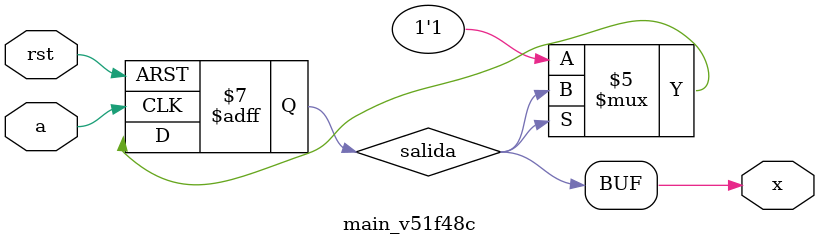
<source format=v>

`default_nettype none

module main #(
 parameter vafbbea = 1024,
 parameter v8c97ba = 'h0200_0000,
 parameter v9217e8 = 1024,
 parameter v9de176 = 'h0200_0008,
 parameter v051dbb = 'h03000000,
 parameter vb49a23 = 'h0400_0000,
 parameter v82bd1d = 100000
) (
 input v4922c7,
 input v013906,
 input vclk,
 output [7:0] v607950,
 output v82b9e8,
 output v7abb98,
 output vda2c07,
 output v55f1ca,
 output v97f0aa,
 output v5ec250,
 output v5100fa,
 output vefcf91
);
 localparam p6 = vafbbea;
 localparam p7 = v8c97ba;
 localparam p8 = v9217e8;
 localparam p9 = v051dbb;
 localparam p10 = v9de176;
 wire [0:31] w0;
 wire w1;
 wire w2;
 wire w3;
 wire w4;
 wire w5;
 wire w11;
 wire w12;
 wire w13;
 wire w14;
 wire w15;
 wire [0:3] w16;
 wire [0:3] w17;
 wire w18;
 wire [0:7] w19;
 wire [0:7] w20;
 wire w21;
 wire w22;
 wire w23;
 wire w24;
 wire w25;
 wire w26;
 wire w27;
 wire w28;
 wire w29;
 wire w30;
 wire w31;
 wire w32;
 wire w33;
 wire w34;
 wire w35;
 wire w36;
 wire w37;
 wire [0:31] w38;
 wire [0:31] w39;
 wire [0:31] w40;
 wire [0:31] w41;
 wire w42;
 wire w43;
 wire [0:3] w44;
 wire [0:3] w45;
 wire [0:3] w46;
 wire w47;
 wire w48;
 wire [0:31] w49;
 wire [0:31] w50;
 wire [0:31] w51;
 wire w52;
 wire w53;
 wire [0:31] w54;
 wire [0:31] w55;
 wire [0:31] w56;
 wire [0:31] w57;
 wire w58;
 wire w59;
 wire w60;
 wire w61;
 assign w2 = v013906;
 assign v5100fa = w3;
 assign v5ec250 = w4;
 assign v97f0aa = w5;
 assign w11 = v4922c7;
 assign v55f1ca = w12;
 assign vda2c07 = w13;
 assign v7abb98 = w14;
 assign v82b9e8 = w18;
 assign v607950 = w19;
 assign vefcf91 = w22;
 assign w23 = vclk;
 assign w24 = vclk;
 assign w25 = vclk;
 assign w26 = vclk;
 assign w27 = vclk;
 assign w28 = vclk;
 assign w29 = vclk;
 assign w20 = w19;
 assign w24 = w23;
 assign w25 = w23;
 assign w25 = w24;
 assign w26 = w23;
 assign w26 = w24;
 assign w26 = w25;
 assign w27 = w23;
 assign w27 = w24;
 assign w27 = w25;
 assign w27 = w26;
 assign w28 = w23;
 assign w28 = w24;
 assign w28 = w25;
 assign w28 = w26;
 assign w28 = w27;
 assign w29 = w23;
 assign w29 = w24;
 assign w29 = w25;
 assign w29 = w26;
 assign w29 = w27;
 assign w29 = w28;
 assign w31 = w30;
 assign w32 = w30;
 assign w32 = w31;
 assign w33 = w30;
 assign w33 = w31;
 assign w33 = w32;
 assign w35 = w34;
 assign w36 = w34;
 assign w36 = w35;
 assign w37 = w34;
 assign w37 = w35;
 assign w37 = w36;
 assign w39 = w38;
 assign w40 = w38;
 assign w40 = w39;
 assign w41 = w38;
 assign w41 = w39;
 assign w41 = w40;
 assign w43 = w42;
 assign w45 = w44;
 assign w46 = w44;
 assign w46 = w45;
 assign w48 = w47;
 assign w50 = w49;
 assign w51 = w49;
 assign w51 = w50;
 assign w53 = w52;
 assign w59 = w58;
 v35f267 vc8f159 (
  .v0e28cb(w1),
  .vcbab45(w30)
 );
 v725d0b vcd95a5 (
  .v9b328c(w0)
 );
 v87abc9 v7eb25a (
  .vcbab45(w42),
  .v814e6e(w47),
  .v3ca442(w52),
  .v0e28cb(w58),
  .v132c67(w60)
 );
 v604573 #(
  .v4fde05(p10)
 ) v72b9aa (
  .vb6935e(w11),
  .v2ab975(w12),
  .v34e785(w23),
  .v866d25(w31),
  .vad40e9(w36),
  .v9f8bfb(w40),
  .vd996e9(w46),
  .v0fa3a4(w51),
  .v62ea55(w57),
  .vdc4800(w60),
  .vf3ed26(w61)
 );
 vdccd52 vb4539a (
 
 );
 v73403c vbe815f (
  .v85accc(w16),
  .vf9119c(w17),
  .v595263(w20)
 );
 vaad680 v62d839 (
  .v29fe33(w0),
  .vba7c72(w24),
  .v5d0f7b(w30),
  .v006d37(w34),
  .vd67338(w38),
  .v9b0ff0(w42),
  .v83dbbe(w44),
  .ve61aa7(w49),
  .v8fd87d(w54)
 );
 v55b120 v7b9433 (
  .v47023d(w13),
  .v7aeba1(w14),
  .v1cd63b(w15),
  .v9119d0(w16),
  .v3d0cdd(w17),
  .v92ad22(w18),
  .v379e9e(w25)
 );
 v6c0c4a #(
  .vf2d743(p9)
 ) v6500fa (
  .v980561(w15),
  .v9d3deb(w19),
  .v1002e2(w26),
  .v8fadcd(w34),
  .vd5de6b(w38),
  .va57c44(w45),
  .vb21f3c(w47),
  .v6d05a9(w49)
 );
 v5242e2 v447d62 (
  .vec88a9(w21),
  .ve3469f(w53),
  .v493538(w54),
  .v918400(w55),
  .v5664d9(w56),
  .vae8a69(w57),
  .v76f74e(w59),
  .v58d02d(w61)
 );
 vaba674 #(
  .v6478b6(p8)
 ) v2bbe2d (
  .v04ad7a(w27),
  .vd7d395(w35),
  .v387cca(w39),
  .v22c516(w43),
  .vd728f0(w44),
  .v8d6432(w50),
  .v69f1ab(w52),
  .v13ce3e(w55)
 );
 v2b4233 v1314aa (
  .v6d0651(w1),
  .v4c8225(w28)
 );
 v372366 #(
  .vbce3f7(p6),
  .v386fc7(p7)
 ) v0e0ee1 (
  .v78b064(w2),
  .v40049a(w3),
  .v0da91a(w4),
  .v9b4033(w5),
  .v84763f(w29),
  .v17983a(w32),
  .vba8655(w37),
  .vbee9aa(w41),
  .v202123(w56),
  .vbe14dd(w58)
 );
 v21cfcc vcf8347 (
  .v9fb85f(w21)
 );
 main_v51f48c v51f48c (
  .x(w22),
  .rst(w33),
  .a(w48)
 );
endmodule

//---- Top entity
module v35f267 (
 input v0e28cb,
 output vcbab45
);
 wire w0;
 wire w1;
 assign w0 = v0e28cb;
 assign vcbab45 = w1;
 v35f267_vd54ca1 vd54ca1 (
  .a(w0),
  .c(w1)
 );
endmodule

//---------------------------------------------------
//-- NOT
//-- - - - - - - - - - - - - - - - - - - - - - - - --
//-- Puerta NOT
//---------------------------------------------------

module v35f267_vd54ca1 (
 input a,
 output c
);
 //-- Puerta NOT
 
 //-- module (input wire a, output wire c);
 
 
 assign c = ~a;
 
 
 //-- endmodule
 
endmodule
//---- Top entity
module v725d0b #(
 parameter vc5c8ea = 0
) (
 output [31:0] v9b328c
);
 localparam p0 = vc5c8ea;
 wire [0:31] w1;
 assign v9b328c = w1;
 v70cd06 #(
  .vc5c8ea(p0)
 ) v38acc0 (
  .v751a1b(w1)
 );
endmodule

//---------------------------------------------------
//-- Valor_00_32bits
//-- - - - - - - - - - - - - - - - - - - - - - - - --
//-- Valor constante 0, de 32 bits
//---------------------------------------------------
//---- Top entity
module v70cd06 #(
 parameter vc5c8ea = 0
) (
 output [31:0] v751a1b
);
 localparam p0 = vc5c8ea;
 wire [0:31] w1;
 assign v751a1b = w1;
 v70cd06_v465065 #(
  .VALUE(p0)
 ) v465065 (
  .k(w1)
 );
endmodule

//---------------------------------------------------
//-- Constante-32bits
//-- - - - - - - - - - - - - - - - - - - - - - - - --
//-- Valor genérico constante, de 32 bits. Su valor se introduce como parámetro. Por defecto vale 0
//---------------------------------------------------

module v70cd06_v465065 #(
 parameter VALUE = 0
) (
 output [31:0] k
);
 assign k = VALUE;
endmodule
//---- Top entity
module v87abc9 (
 input v0e28cb,
 input v3ca442,
 input v132c67,
 input v814e6e,
 input vcbf94e,
 output vcbab45
);
 wire w0;
 wire w1;
 wire w2;
 wire w3;
 wire w4;
 assign w0 = v0e28cb;
 assign w1 = v3ca442;
 assign vcbab45 = w2;
 assign w3 = v132c67;
 assign w4 = v814e6e;
 v87abc9_vf4938a vf4938a (
  .a(w0),
  .b(w1),
  .o(w2),
  .c(w3),
  .d(w4)
 );
endmodule

//---------------------------------------------------
//-- OR-4
//-- - - - - - - - - - - - - - - - - - - - - - - - --
//-- Puerta OR de 4 entradas
//---------------------------------------------------

module v87abc9_vf4938a (
 input a,
 input b,
 input c,
 input d,
 output o
);
 //-- Puerta OR
 
 //-- module and (input wire a, input wire b,
 //--             output wire c);
 
 assign o = a | b | c | d;
 
 //-- endmodule
endmodule
//---- Top entity
module v604573 #(
 parameter v4fde05 = 'h0200_0008
) (
 input v34e785,
 input v866d25,
 input vb6935e,
 input [31:0] v9f8bfb,
 input vad40e9,
 input [31:0] v0fa3a4,
 input [3:0] vd996e9,
 output v2ab975,
 output [31:0] v62ea55,
 output vdc4800,
 output vf3ed26
);
 localparam p3 = v4fde05;
 wire w0;
 wire w1;
 wire w2;
 wire w4;
 wire w5;
 wire w6;
 wire w7;
 wire [0:31] w8;
 wire w9;
 wire [0:3] w10;
 wire [0:31] w11;
 wire [0:3] w12;
 wire w13;
 wire w14;
 wire w15;
 wire [0:31] w16;
 wire w17;
 wire [0:31] w18;
 wire w19;
 wire w20;
 wire w21;
 wire w22;
 wire w23;
 wire w24;
 assign v2ab975 = w1;
 assign v62ea55 = w8;
 assign vdc4800 = w9;
 assign w10 = vd996e9;
 assign w13 = v34e785;
 assign w14 = v866d25;
 assign w15 = vb6935e;
 assign w16 = v9f8bfb;
 assign w17 = vad40e9;
 assign w18 = v0fa3a4;
 assign vf3ed26 = w24;
 assign w20 = w19;
 assign w22 = w21;
 assign w23 = w21;
 assign w23 = w22;
 assign w24 = w21;
 assign w24 = w22;
 assign w24 = w23;
 v35f267 v793e13 (
  .vcbab45(w0),
  .v0e28cb(w2)
 );
 vb2090f v8b2549 (
  .v0e28cb(w0),
  .vcbab45(w9),
  .v3ca442(w23)
 );
 ve4ece1 vb9eeab (
  .va76a47(w1),
  .v3c7d9a(w2),
  .v10961b(w5),
  .vfeadd9(w7),
  .vb7609f(w8),
  .v20a2cd(w11),
  .v8e9021(w12),
  .v0dfcfa(w13),
  .v19f118(w14),
  .v13457e(w15),
  .v3674d3(w18)
 );
 vf9bdaf #(
  .v6b316b(p3)
 ) va6e100 (
  .v18e78c(w4),
  .ve1f562(w16)
 );
 vb2090f vc4db0b (
  .v0e28cb(w4),
  .v3ca442(w17),
  .vcbab45(w21)
 );
 vb2090f v43be95 (
  .vcbab45(w5),
  .v3ca442(w6),
  .v0e28cb(w21)
 );
 v35f267 v2e543c (
  .vcbab45(w6),
  .v0e28cb(w20)
 );
 vb2090f v7253fb (
  .vcbab45(w7),
  .v0e28cb(w19),
  .v3ca442(w22)
 );
 v45c913 v5623aa (
  .v930b03(w10),
  .v593f43(w19)
 );
 v2c97f6 v70047a (
  .v7c9bd8(w11)
 );
 v6a0d89 vf00bfe (
  .v919d0f(w12)
 );
endmodule

//---------------------------------------------------
//-- UART-soc
//-- - - - - - - - - - - - - - - - - - - - - - - - --
//-- UART con la lógica de mapeo
//---------------------------------------------------
//---- Top entity
module vb2090f (
 input v0e28cb,
 input v3ca442,
 output vcbab45
);
 wire w0;
 wire w1;
 wire w2;
 assign w0 = v0e28cb;
 assign w1 = v3ca442;
 assign vcbab45 = w2;
 vb2090f_vf4938a vf4938a (
  .a(w0),
  .b(w1),
  .c(w2)
 );
endmodule

//---------------------------------------------------
//-- AND
//-- - - - - - - - - - - - - - - - - - - - - - - - --
//-- Puerta AND
//---------------------------------------------------

module vb2090f_vf4938a (
 input a,
 input b,
 output c
);
 //-- Puerta AND
 
 //-- module and (input wire a, input wire b,
 //--             output wire c);
 
 assign c = a & b;
 
 //-- endmodule
endmodule
//---- Top entity
module ve4ece1 (
 input v0dfcfa,
 input v19f118,
 input v13457e,
 input [3:0] v8e9021,
 input vfeadd9,
 input v10961b,
 input [31:0] v3674d3,
 input [31:0] v20a2cd,
 output va76a47,
 output [31:0] vc35967,
 output [31:0] vb7609f,
 output v3c7d9a
);
 wire w0;
 wire w1;
 wire w2;
 wire w3;
 wire [0:3] w4;
 wire w5;
 wire w6;
 wire [0:31] w7;
 wire [0:31] w8;
 wire [0:31] w9;
 wire [0:31] w10;
 wire w11;
 assign va76a47 = w0;
 assign w1 = v13457e;
 assign w2 = v0dfcfa;
 assign w3 = v19f118;
 assign w4 = v8e9021;
 assign w5 = vfeadd9;
 assign w6 = v10961b;
 assign w7 = v3674d3;
 assign w8 = v20a2cd;
 assign vc35967 = w9;
 assign vb7609f = w10;
 assign v3c7d9a = w11;
 ve4ece1_v7323f5 v7323f5 (
  .ser_tx(w0),
  .ser_rx(w1),
  .clk(w2),
  .resetn(w3),
  .reg_div_we(w4),
  .reg_dat_we(w5),
  .reg_dat_re(w6),
  .reg_dat_di(w7),
  .reg_div_di(w8),
  .reg_div_do(w9),
  .reg_dat_do(w10),
  .reg_dat_wait(w11)
 );
endmodule

//---------------------------------------------------
//-- UART
//-- - - - - - - - - - - - - - - - - - - - - - - - --
//-- Uart para comunicaciones serie con el pico-riscv
//---------------------------------------------------

module ve4ece1_v7323f5 (
 input clk,
 input resetn,
 input ser_rx,
 input [3:0] reg_div_we,
 input reg_dat_we,
 input reg_dat_re,
 input [31:0] reg_dat_di,
 input [31:0] reg_div_di,
 output ser_tx,
 output [31:0] reg_div_do,
 output [31:0] reg_dat_do,
 output reg_dat_wait
);
 reg [31:0] cfg_divider=104;
 
 	reg [3:0] recv_state;
 	reg [31:0] recv_divcnt;
 	reg [7:0] recv_pattern;
 	reg [7:0] recv_buf_data;
 	reg recv_buf_valid;
 
 	reg [9:0] send_pattern;
 	reg [3:0] send_bitcnt;
 	reg [31:0] send_divcnt;
 	reg send_dummy;
 
 	assign reg_div_do = cfg_divider;
 
 	assign reg_dat_wait = reg_dat_we && (send_bitcnt || send_dummy);
 	assign reg_dat_do = recv_buf_valid ? recv_buf_data : ~0;
 /*
 	always @(posedge clk) begin
 		if (!resetn) begin
 			cfg_divider <= 1;
 		end else begin
 			if (reg_div_we[0]) cfg_divider[ 7: 0] <= reg_div_di[ 7: 0];
 			if (reg_div_we[1]) cfg_divider[15: 8] <= reg_div_di[15: 8];
 			if (reg_div_we[2]) cfg_divider[23:16] <= reg_div_di[23:16];
 			if (reg_div_we[3]) cfg_divider[31:24] <= reg_div_di[31:24];
 		end
 	end
 */
 	always @(posedge clk) begin
 		if (!resetn) begin
 			recv_state <= 0;
 			recv_divcnt <= 0;
 			recv_pattern <= 0;
 			recv_buf_data <= 0;
 			recv_buf_valid <= 0;
 		end else begin
 			recv_divcnt <= recv_divcnt + 1;
 			if (reg_dat_re)
 				recv_buf_valid <= 0;
 			case (recv_state)
 				0: begin
 					if (!ser_rx)
 						recv_state <= 1;
 					recv_divcnt <= 0;
 				end
 				1: begin
 					if (2*recv_divcnt > cfg_divider) begin
 						recv_state <= 2;
 						recv_divcnt <= 0;
 					end
 				end
 				10: begin
 					if (recv_divcnt > cfg_divider) begin
 						recv_buf_data <= recv_pattern;
 						recv_buf_valid <= 1;
 						recv_state <= 0;
 					end
 				end
 				default: begin
 					if (recv_divcnt > cfg_divider) begin
 						recv_pattern <= {ser_rx, recv_pattern[7:1]};
 						recv_state <= recv_state + 1;
 						recv_divcnt <= 0;
 					end
 				end
 			endcase
 		end
 	end
 
 	assign ser_tx = send_pattern[0];
 
 	always @(posedge clk) begin
 		if (reg_div_we)
 			send_dummy <= 1;
 		send_divcnt <= send_divcnt + 1;
 		if (!resetn) begin
 			send_pattern <= ~0;
 			send_bitcnt <= 0;
 			send_divcnt <= 0;
 			send_dummy <= 1;
 		end else begin
 			if (send_dummy && !send_bitcnt) begin
 				send_pattern <= ~0;
 				send_bitcnt <= 15;
 				send_divcnt <= 0;
 				send_dummy <= 0;
 			end else
 			if (reg_dat_we && !send_bitcnt) begin
 				send_pattern <= {1'b1, reg_dat_di[7:0], 1'b0};
 				send_bitcnt <= 10;
 				send_divcnt <= 0;
 			end else
 			if (send_divcnt > cfg_divider && send_bitcnt) begin
 				send_pattern <= {1'b1, send_pattern[9:1]};
 				send_bitcnt <= send_bitcnt - 1;
 				send_divcnt <= 0;
 			end
 		end
 	end
endmodule
//---- Top entity
module vf9bdaf #(
 parameter v6b316b = 0
) (
 input [31:0] ve1f562,
 output v18e78c
);
 localparam p1 = v6b316b;
 wire w0;
 wire [0:31] w2;
 assign v18e78c = w0;
 assign w2 = ve1f562;
 vf9bdaf_vd75681 #(
  .K(p1)
 ) vd75681 (
  .eq(w0),
  .a(w2)
 );
endmodule

//---------------------------------------------------
//-- Comparador
//-- - - - - - - - - - - - - - - - - - - - - - - - --
//-- Comparador de un operando de 32 bits. Se compara si el operando es igual al parámetro
//---------------------------------------------------

module vf9bdaf_vd75681 #(
 parameter K = 0
) (
 input [31:0] a,
 output eq
);
 assign eq = (a == K);
endmodule
//---- Top entity
module v45c913 (
 input [3:0] v930b03,
 output v5b73e8,
 output vc90115,
 output v2812a7,
 output v593f43
);
 wire [0:3] w0;
 wire w1;
 wire w2;
 wire w3;
 wire w4;
 assign w0 = v930b03;
 assign v2812a7 = w1;
 assign v593f43 = w2;
 assign vc90115 = w3;
 assign v5b73e8 = w4;
 v45c913_v9a2a06 v9a2a06 (
  .i(w0),
  .o1(w1),
  .o0(w2),
  .o2(w3),
  .o3(w4)
 );
endmodule

//---------------------------------------------------
//-- Separador-bus
//-- - - - - - - - - - - - - - - - - - - - - - - - --
//-- Separador de bus de 4-bits en 4 cables
//---------------------------------------------------

module v45c913_v9a2a06 (
 input [3:0] i,
 output o3,
 output o2,
 output o1,
 output o0
);
 assign o3 = i[3];
 assign o2 = i[2];
 assign o1 = i[1];
 assign o0 = i[0];
endmodule
//---- Top entity
module v2c97f6 #(
 parameter vfffc23 = 0
) (
 output [31:0] v7c9bd8
);
 localparam p0 = vfffc23;
 wire [0:31] w1;
 assign v7c9bd8 = w1;
 v959751 #(
  .vc5c8ea(p0)
 ) v9f49e7 (
  .vbc97e4(w1)
 );
endmodule

//---------------------------------------------------
//-- 32bits-Value_0
//-- - - - - - - - - - - - - - - - - - - - - - - - --
//-- 32bits constant value: 0
//---------------------------------------------------
//---- Top entity
module v959751 #(
 parameter vc5c8ea = 0
) (
 output [31:0] vbc97e4
);
 localparam p0 = vc5c8ea;
 wire [0:31] w1;
 assign vbc97e4 = w1;
 v959751_v465065 #(
  .VALUE(p0)
 ) v465065 (
  .k(w1)
 );
endmodule

//---------------------------------------------------
//-- 32-bits-gen-constant
//-- - - - - - - - - - - - - - - - - - - - - - - - --
//-- Generic: 32-bits generic constant
//---------------------------------------------------

module v959751_v465065 #(
 parameter VALUE = 0
) (
 output [31:0] k
);
 assign k = VALUE;
endmodule
//---- Top entity
module v6a0d89 #(
 parameter vfffc23 = 0
) (
 output [3:0] v919d0f
);
 localparam p0 = vfffc23;
 wire [0:3] w1;
 assign v919d0f = w1;
 v9b9118 #(
  .vc5c8ea(p0)
 ) v76a485 (
  .v1ef182(w1)
 );
endmodule

//---------------------------------------------------
//-- 4bits-Value_0
//-- - - - - - - - - - - - - - - - - - - - - - - - --
//-- 4bits constant value: 0
//---------------------------------------------------
//---- Top entity
module v9b9118 #(
 parameter vc5c8ea = 0
) (
 output [3:0] v1ef182
);
 localparam p0 = vc5c8ea;
 wire [0:3] w1;
 assign v1ef182 = w1;
 v9b9118_v465065 #(
  .VALUE(p0)
 ) v465065 (
  .k(w1)
 );
endmodule

//---------------------------------------------------
//-- 4-bits-gen-constant
//-- - - - - - - - - - - - - - - - - - - - - - - - --
//-- Generic: 4-bits generic constant (0-15)
//---------------------------------------------------

module v9b9118_v465065 #(
 parameter VALUE = 0
) (
 output [3:0] k
);
 assign k = VALUE;
endmodule
//---- Top entity
module vdccd52
;

endmodule

//---------------------------------------------------
//-- Smiley
//-- - - - - - - - - - - - - - - - - - - - - - - - --
//-- Stickers de Smiley
//---------------------------------------------------
//---- Top entity
module v73403c (
 input [7:0] v595263,
 output [3:0] vf9119c,
 output [3:0] v85accc
);
 wire [0:3] w0;
 wire [0:3] w1;
 wire [0:7] w2;
 assign vf9119c = w0;
 assign v85accc = w1;
 assign w2 = v595263;
 v73403c_v9a2a06 v9a2a06 (
  .o1(w0),
  .o0(w1),
  .i(w2)
 );
endmodule

//---------------------------------------------------
//-- Separador-bus
//-- - - - - - - - - - - - - - - - - - - - - - - - --
//-- Separador de bus de 8-bits en buses de 4 bits
//---------------------------------------------------

module v73403c_v9a2a06 (
 input [7:0] i,
 output [3:0] o1,
 output [3:0] o0
);
 assign o1 = i[7:4];
 assign o0 = i[3:0];
endmodule
//---- Top entity
module vaad680 (
 input vba7c72,
 input v5d0f7b,
 input v9b0ff0,
 input [31:0] v8fd87d,
 input [31:0] v29fe33,
 output v006d37,
 output v88e319,
 output [31:0] vd67338,
 output [31:0] ve61aa7,
 output [3:0] v83dbbe
);
 wire w0;
 wire w1;
 wire w2;
 wire w3;
 wire w4;
 wire w5;
 wire [0:31] w6;
 wire [0:31] w7;
 wire [0:31] w8;
 wire [0:31] w9;
 wire [0:3] w10;
 wire [0:31] w11;
 wire w12;
 wire [0:31] w13;
 wire [0:5] w14;
 wire [0:5] w15;
 wire [0:5] w16;
 wire [0:31] w17;
 assign w0 = vba7c72;
 assign w1 = vba7c72;
 assign v006d37 = w2;
 assign w3 = v5d0f7b;
 assign v88e319 = w4;
 assign w5 = v9b0ff0;
 assign vd67338 = w6;
 assign w7 = v8fd87d;
 assign ve61aa7 = w8;
 assign w9 = v29fe33;
 assign v83dbbe = w10;
 assign w1 = w0;
 vaad680_v3fb302 v3fb302 (
  .clk(w1),
  .rdata1(w11),
  .wen(w12),
  .rdata2(w13),
  .waddr(w14),
  .raddr1(w15),
  .raddr2(w16),
  .wdata(w17)
 );
 vaad680_vf1da6e vf1da6e (
  .clk(w0),
  .mem_valid(w2),
  .resetn(w3),
  .mem_instr(w4),
  .mem_ready(w5),
  .mem_addr(w6),
  .mem_rdata(w7),
  .mem_wdata(w8),
  .irq(w9),
  .mem_wstrb(w10),
  .cpuregs_rdata1(w11),
  .cpuregs_wen(w12),
  .cpuregs_rdata2(w13),
  .cpuregs_waddr(w14),
  .cpuregs_raddr1(w15),
  .cpuregs_raddr2(w16),
  .cpuregs_wrdata(w17)
 );
endmodule

//---------------------------------------------------
//-- RV32i
//-- - - - - - - - - - - - - - - - - - - - - - - - --
//-- Risc-v de 32Bits. Numeros enteros
//---------------------------------------------------

module vaad680_v3fb302 (
 input clk,
 input wen,
 input [5:0] waddr,
 input [5:0] raddr1,
 input [5:0] raddr2,
 input [31:0] wdata,
 output [31:0] rdata1,
 output [31:0] rdata2
);
 reg [31:0] regs [0:31];
 
 always @(posedge clk)
 	if (wen) regs[waddr[4:0]] <= wdata;
 
 assign rdata1 = regs[raddr1[4:0]];
 assign rdata2 = regs[raddr2[4:0]];
endmodule

module vaad680_vf1da6e (
 input clk,
 input resetn,
 input mem_ready,
 input [31:0] mem_rdata,
 input [31:0] irq,
 input [31:0] cpuregs_rdata1,
 input [31:0] cpuregs_rdata2,
 input pcpi_mul_wr,
 input [31:0] pcpi_mul_rd,
 input pcpi_mul_wait,
 input pcpi_mul_ready,
 input pcpi_div_wr,
 input [31:0] pcpi_div_rd,
 input pcpi_div_wait,
 input pcpi_div_ready,
 output mem_valid,
 output mem_instr,
 output [31:0] mem_addr,
 output [31:0] mem_wdata,
 output [3:0] mem_wstrb,
 output cpuregs_wen,
 output [5:0] cpuregs_waddr,
 output [5:0] cpuregs_raddr1,
 output [5:0] cpuregs_raddr2,
 output [31:0] cpuregs_wrdata,
 output pcpi_valid,
 output [31:0] pcpi_insn,
 output [31:0] pcpi_rs1,
 output [31:0] pcpi_rs2
);
 `define PICORV32_REGS picosoc_regs
 
 
 parameter integer MEM_WORDS = 256;
 
 `define PICORV32_V
 
 parameter [ 0:0] ENABLE_COUNTERS = 1;
 parameter [ 0:0] ENABLE_COUNTERS64 = 1;
 parameter [ 0:0] ENABLE_REGS_16_31 = 1;
 parameter [ 0:0] ENABLE_REGS_DUALPORT = 1;
 parameter [ 0:0] LATCHED_MEM_RDATA = 0;
 parameter [ 0:0] TWO_STAGE_SHIFT = 1;
 parameter [ 0:0] BARREL_SHIFTER = 1;
 parameter [ 0:0] TWO_CYCLE_COMPARE = 0;
 parameter [ 0:0] TWO_CYCLE_ALU = 0;
 parameter [ 0:0] COMPRESSED_ISA = 0;
 parameter [ 0:0] CATCH_MISALIGN = 1;
 parameter [ 0:0] CATCH_ILLINSN = 1;
 parameter [ 0:0] ENABLE_PCPI = 0;
 parameter [ 0:0] ENABLE_MUL = 0;
 parameter [ 0:0] ENABLE_FAST_MUL = 0;
 parameter [ 0:0] ENABLE_DIV = 0;
 parameter [ 0:0] ENABLE_IRQ = 1;
 parameter [ 0:0] ENABLE_IRQ_QREGS = 0;
 parameter [ 0:0] ENABLE_IRQ_TIMER = 1;
 parameter [ 0:0] ENABLE_TRACE = 0;
 parameter [ 0:0] REGS_INIT_ZERO = 0;
 parameter [31:0] MASKED_IRQ = 32'h 0000_0000;
 parameter [31:0] LATCHED_IRQ = 32'h ffff_ffff;
 parameter [31:0] PROGADDR_RESET = 32'h 0010_0000; // 1 MB into flash,
 parameter [31:0] PROGADDR_IRQ = 32'h 0000_0000;
 parameter [31:0] STACKADDR = (4*MEM_WORDS);       // end of memory
 
 
 reg mem_valid_i;
 assign mem_valid = mem_valid_i;
 reg mem_instr_i;
 assign mem_instr = mem_instr_i;
 reg [31:0] mem_addr_i;
 assign mem_addr = mem_addr_i;
 reg [31:0] mem_wdata_i;
 assign mem_wdata = mem_wdata_i;
 reg [ 3:0] mem_wstrb_i;
 assign mem_wstrb = mem_wstrb_i;
 reg [31:0] eoi;
 
 reg trap;
 
 
 // Pico Co-Processor Interface (PCPI)
 reg        pcpi_valid_i;
 assign pcpi_valid = pcpi_valid_i;
 reg [31:0] pcpi_insn_i;
 assign pcpi_insn = pcpi_insn_i;
 wire     pcpi_wr;
 wire [31:0] pcpi_rd;
 wire pcpi_wait;
 wire pcpi_ready;
 
 
 // Look-Ahead Interface
 wire            mem_la_read;
 wire            mem_la_write;
 wire     [31:0] mem_la_addr;
 reg [31:0] mem_la_wdata;
 reg [ 3:0] mem_la_wstrb;
 
 // Trace Interface
 reg        trace_valid;
 reg [35:0] trace_data;
 
 	localparam integer irq_timer = 0;
 	localparam integer irq_ebreak = 1;
 	localparam integer irq_buserror = 2;
 
 	localparam integer irqregs_offset = ENABLE_REGS_16_31 ? 32 : 16;
 	localparam integer regfile_size = (ENABLE_REGS_16_31 ? 32 : 16) + 4*ENABLE_IRQ*ENABLE_IRQ_QREGS;
 	localparam integer regindex_bits = (ENABLE_REGS_16_31 ? 5 : 4) + ENABLE_IRQ*ENABLE_IRQ_QREGS;
 
 	localparam WITH_PCPI = ENABLE_PCPI || ENABLE_MUL || ENABLE_FAST_MUL || ENABLE_DIV;
 
 	localparam [35:0] TRACE_BRANCH = {4'b 0001, 32'b 0};
 	localparam [35:0] TRACE_ADDR   = {4'b 0010, 32'b 0};
 	localparam [35:0] TRACE_IRQ    = {4'b 1000, 32'b 0};
 
 //-- Añadido para instanciar los registros
 assign cpuregs_wen = resetn && cpuregs_write && latched_rd;
 
 //FORMAL_KEEP:
 reg [63:0] dbg_ascii_instr;
 reg [31:0] dbg_insn_imm;
 reg [4:0] dbg_insn_rs1;
 reg [4:0] dbg_insn_rs2;
 reg [4:0] dbg_insn_rd;
 reg [31:0] dbg_rs1val;
 reg [31:0] dbg_rs2val;
 reg dbg_rs1val_valid;
 reg dbg_rs2val_valid;
 reg [127:0] dbg_ascii_state;
 
 	reg [63:0] count_cycle, count_instr;
 	reg [31:0] reg_pc, reg_next_pc, reg_op1, reg_op2, reg_out;
 	reg [4:0] reg_sh;
 
 	reg [31:0] next_insn_opcode;
 	reg [31:0] dbg_insn_opcode;
 	reg [31:0] dbg_insn_addr;
 
 	wire dbg_mem_valid = mem_valid_i;
 	wire dbg_mem_instr = mem_instr_i;
 	wire dbg_mem_ready = mem_ready;
 	wire [31:0] dbg_mem_addr  = mem_addr_i;
 	wire [31:0] dbg_mem_wdata = mem_wdata_i;
 	wire [ 3:0] dbg_mem_wstrb = mem_wstrb_i;
 	wire [31:0] dbg_mem_rdata = mem_rdata;
 
 	assign pcpi_rs1 = reg_op1;
 	assign pcpi_rs2 = reg_op2;
 
 	wire [31:0] next_pc;
 
 	reg irq_delay;
 	reg irq_active;
 	reg [31:0] irq_mask;
 	reg [31:0] irq_pending;
 	reg [31:0] timer;
 
 `ifndef PICORV32_REGS
 	reg [31:0] cpuregs [0:regfile_size-1];
 
 	integer i;
 	initial begin
 		if (REGS_INIT_ZERO) begin
 			for (i = 0; i < regfile_size; i = i+1)
 				cpuregs[i] = 0;
 		end
 	end
 `endif
 
 	task empty_statement;
 		// This task is used by the `assert directive in non-formal mode to
 		// avoid empty statement (which are unsupported by plain Verilog syntax).
 		begin end
 	endtask
 
 `ifdef DEBUGREGS
 	wire [31:0] dbg_reg_x0  = 0;
 	wire [31:0] dbg_reg_x1  = cpuregs[1];
 	wire [31:0] dbg_reg_x2  = cpuregs[2];
 	wire [31:0] dbg_reg_x3  = cpuregs[3];
 	wire [31:0] dbg_reg_x4  = cpuregs[4];
 	wire [31:0] dbg_reg_x5  = cpuregs[5];
 	wire [31:0] dbg_reg_x6  = cpuregs[6];
 	wire [31:0] dbg_reg_x7  = cpuregs[7];
 	wire [31:0] dbg_reg_x8  = cpuregs[8];
 	wire [31:0] dbg_reg_x9  = cpuregs[9];
 	wire [31:0] dbg_reg_x10 = cpuregs[10];
 	wire [31:0] dbg_reg_x11 = cpuregs[11];
 	wire [31:0] dbg_reg_x12 = cpuregs[12];
 	wire [31:0] dbg_reg_x13 = cpuregs[13];
 	wire [31:0] dbg_reg_x14 = cpuregs[14];
 	wire [31:0] dbg_reg_x15 = cpuregs[15];
 	wire [31:0] dbg_reg_x16 = cpuregs[16];
 	wire [31:0] dbg_reg_x17 = cpuregs[17];
 	wire [31:0] dbg_reg_x18 = cpuregs[18];
 	wire [31:0] dbg_reg_x19 = cpuregs[19];
 	wire [31:0] dbg_reg_x20 = cpuregs[20];
 	wire [31:0] dbg_reg_x21 = cpuregs[21];
 	wire [31:0] dbg_reg_x22 = cpuregs[22];
 	wire [31:0] dbg_reg_x23 = cpuregs[23];
 	wire [31:0] dbg_reg_x24 = cpuregs[24];
 	wire [31:0] dbg_reg_x25 = cpuregs[25];
 	wire [31:0] dbg_reg_x26 = cpuregs[26];
 	wire [31:0] dbg_reg_x27 = cpuregs[27];
 	wire [31:0] dbg_reg_x28 = cpuregs[28];
 	wire [31:0] dbg_reg_x29 = cpuregs[29];
 	wire [31:0] dbg_reg_x30 = cpuregs[30];
 	wire [31:0] dbg_reg_x31 = cpuregs[31];
 `endif
 
 	// Internal PCPI Cores
 
 	reg        pcpi_int_wr;
 	reg [31:0] pcpi_int_rd;
 	reg        pcpi_int_wait;
 	reg        pcpi_int_ready;
 
 	generate if (ENABLE_FAST_MUL) begin
 		picorv32_pcpi_fast_mul pcpi_mul (
 			.clk       (clk            ),
 			.resetn    (resetn         ),
 			.pcpi_valid(pcpi_valid_i     ),
 			.pcpi_insn (pcpi_insn_i      ),
 			.pcpi_rs1  (pcpi_rs1       ),
 			.pcpi_rs2  (pcpi_rs2       ),
 			.pcpi_wr   (pcpi_mul_wr    ),
 			.pcpi_rd   (pcpi_mul_rd    ),
 			.pcpi_wait (pcpi_mul_wait  ),
 			.pcpi_ready(pcpi_mul_ready )
 		);
 	end else if (ENABLE_MUL) begin
 		
 	end else begin
 		assign pcpi_mul_wr = 0;
 		assign pcpi_mul_rd = 32'bx;
 		assign pcpi_mul_wait = 0;
 		assign pcpi_mul_ready = 0;
 	end endgenerate
 
 	generate if (ENABLE_DIV) begin
 		
 	end else begin
 		assign pcpi_div_wr = 0;
 		assign pcpi_div_rd = 32'bx;
 		assign pcpi_div_wait = 0;
 		assign pcpi_div_ready = 0;
 	end endgenerate
 
 	always @* begin
 		pcpi_int_wr = 0;
 		pcpi_int_rd = 32'bx;
 		pcpi_int_wait  = |{ENABLE_PCPI && pcpi_wait,  (ENABLE_MUL || ENABLE_FAST_MUL) && pcpi_mul_wait,  ENABLE_DIV && pcpi_div_wait};
 		pcpi_int_ready = |{ENABLE_PCPI && pcpi_ready, (ENABLE_MUL || ENABLE_FAST_MUL) && pcpi_mul_ready, ENABLE_DIV && pcpi_div_ready};
 
 		(* parallel_case *)
 		case (1'b1)
 			ENABLE_PCPI && pcpi_ready: begin
 				pcpi_int_wr = ENABLE_PCPI ? pcpi_wr : 0;
 				pcpi_int_rd = ENABLE_PCPI ? pcpi_rd : 0;
 			end
 			(ENABLE_MUL || ENABLE_FAST_MUL) && pcpi_mul_ready: begin
 				pcpi_int_wr = pcpi_mul_wr;
 				pcpi_int_rd = pcpi_mul_rd;
 			end
 			ENABLE_DIV && pcpi_div_ready: begin
 				pcpi_int_wr = pcpi_div_wr;
 				pcpi_int_rd = pcpi_div_rd;
 			end
 		endcase
 	end
 
 
 	// Memory Interface
 
 	reg [1:0] mem_state;
 	reg [1:0] mem_wordsize;
 	reg [31:0] mem_rdata_word;
 	reg [31:0] mem_rdata_q;
 	reg mem_do_prefetch;
 	reg mem_do_rinst;
 	reg mem_do_rdata;
 	reg mem_do_wdata;
 
 	wire mem_xfer;
 	reg mem_la_secondword, mem_la_firstword_reg, last_mem_valid;
 	wire mem_la_firstword = COMPRESSED_ISA && (mem_do_prefetch || mem_do_rinst) && next_pc[1] && !mem_la_secondword;
 	wire mem_la_firstword_xfer = COMPRESSED_ISA && mem_xfer && (!last_mem_valid ? mem_la_firstword : mem_la_firstword_reg);
 
 	reg prefetched_high_word;
 	reg clear_prefetched_high_word;
 	reg [15:0] mem_16bit_buffer;
 
 	wire [31:0] mem_rdata_latched_noshuffle;
 	wire [31:0] mem_rdata_latched;
 
 	wire mem_la_use_prefetched_high_word = COMPRESSED_ISA && mem_la_firstword && prefetched_high_word && !clear_prefetched_high_word;
 	assign mem_xfer = (mem_valid_i && mem_ready) || (mem_la_use_prefetched_high_word && mem_do_rinst);
 
 	wire mem_busy = |{mem_do_prefetch, mem_do_rinst, mem_do_rdata, mem_do_wdata};
 	wire mem_done = resetn && ((mem_xfer && |mem_state && (mem_do_rinst || mem_do_rdata || mem_do_wdata)) || (&mem_state && mem_do_rinst)) &&
 			(!mem_la_firstword || (~&mem_rdata_latched[1:0] && mem_xfer));
 
 	assign mem_la_write = resetn && !mem_state && mem_do_wdata;
 	assign mem_la_read = resetn && ((!mem_la_use_prefetched_high_word && !mem_state && (mem_do_rinst || mem_do_prefetch || mem_do_rdata)) ||
 			(COMPRESSED_ISA && mem_xfer && (!last_mem_valid ? mem_la_firstword : mem_la_firstword_reg) && !mem_la_secondword && &mem_rdata_latched[1:0]));
 	assign mem_la_addr = (mem_do_prefetch || mem_do_rinst) ? {next_pc[31:2] + mem_la_firstword_xfer, 2'b00} : {reg_op1[31:2], 2'b00};
 
 	assign mem_rdata_latched_noshuffle = (mem_xfer || LATCHED_MEM_RDATA) ? mem_rdata : mem_rdata_q;
 
 	assign mem_rdata_latched = COMPRESSED_ISA && mem_la_use_prefetched_high_word ? {16'bx, mem_16bit_buffer} :
 			COMPRESSED_ISA && mem_la_secondword ? {mem_rdata_latched_noshuffle[15:0], mem_16bit_buffer} :
 			COMPRESSED_ISA && mem_la_firstword ? {16'bx, mem_rdata_latched_noshuffle[31:16]} : mem_rdata_latched_noshuffle;
 
 	always @(posedge clk) begin
 		if (!resetn) begin
 			mem_la_firstword_reg <= 0;
 			last_mem_valid <= 0;
 		end else begin
 			if (!last_mem_valid)
 				mem_la_firstword_reg <= mem_la_firstword;
 			last_mem_valid <= mem_valid_i && !mem_ready;
 		end
 	end
 
 	always @* begin
 		(* full_case *)
 		case (mem_wordsize)
 			0: begin
 				mem_la_wdata = reg_op2;
 				mem_la_wstrb = 4'b1111;
 				mem_rdata_word = mem_rdata;
 			end
 			1: begin
 				mem_la_wdata = {2{reg_op2[15:0]}};
 				mem_la_wstrb = reg_op1[1] ? 4'b1100 : 4'b0011;
 				case (reg_op1[1])
 					1'b0: mem_rdata_word = {16'b0, mem_rdata[15: 0]};
 					1'b1: mem_rdata_word = {16'b0, mem_rdata[31:16]};
 				endcase
 			end
 			2: begin
 				mem_la_wdata = {4{reg_op2[7:0]}};
 				mem_la_wstrb = 4'b0001 << reg_op1[1:0];
 				case (reg_op1[1:0])
 					2'b00: mem_rdata_word = {24'b0, mem_rdata[ 7: 0]};
 					2'b01: mem_rdata_word = {24'b0, mem_rdata[15: 8]};
 					2'b10: mem_rdata_word = {24'b0, mem_rdata[23:16]};
 					2'b11: mem_rdata_word = {24'b0, mem_rdata[31:24]};
 				endcase
 			end
 		endcase
 	end
 
 	always @(posedge clk) begin
 		if (mem_xfer) begin
 			mem_rdata_q <= COMPRESSED_ISA ? mem_rdata_latched : mem_rdata;
 			next_insn_opcode <= COMPRESSED_ISA ? mem_rdata_latched : mem_rdata;
 		end
 
 		if (COMPRESSED_ISA && mem_done && (mem_do_prefetch || mem_do_rinst)) begin
 			case (mem_rdata_latched[1:0])
 				2'b00: begin // Quadrant 0
 					case (mem_rdata_latched[15:13])
 						3'b000: begin // C.ADDI4SPN
 							mem_rdata_q[14:12] <= 3'b000;
 							mem_rdata_q[31:20] <= {2'b0, mem_rdata_latched[10:7], mem_rdata_latched[12:11], mem_rdata_latched[5], mem_rdata_latched[6], 2'b00};
 						end
 						3'b010: begin // C.LW
 							mem_rdata_q[31:20] <= {5'b0, mem_rdata_latched[5], mem_rdata_latched[12:10], mem_rdata_latched[6], 2'b00};
 							mem_rdata_q[14:12] <= 3'b 010;
 						end
 						3'b 110: begin // C.SW
 							{mem_rdata_q[31:25], mem_rdata_q[11:7]} <= {5'b0, mem_rdata_latched[5], mem_rdata_latched[12:10], mem_rdata_latched[6], 2'b00};
 							mem_rdata_q[14:12] <= 3'b 010;
 						end
 					endcase
 				end
 				2'b01: begin // Quadrant 1
 					case (mem_rdata_latched[15:13])
 						3'b 000: begin // C.ADDI
 							mem_rdata_q[14:12] <= 3'b000;
 							mem_rdata_q[31:20] <= $signed({mem_rdata_latched[12], mem_rdata_latched[6:2]});
 						end
 						3'b 010: begin // C.LI
 							mem_rdata_q[14:12] <= 3'b000;
 							mem_rdata_q[31:20] <= $signed({mem_rdata_latched[12], mem_rdata_latched[6:2]});
 						end
 						3'b 011: begin
 							if (mem_rdata_latched[11:7] == 2) begin // C.ADDI16SP
 								mem_rdata_q[14:12] <= 3'b000;
 								mem_rdata_q[31:20] <= $signed({mem_rdata_latched[12], mem_rdata_latched[4:3],
 										mem_rdata_latched[5], mem_rdata_latched[2], mem_rdata_latched[6], 4'b 0000});
 							end else begin // C.LUI
 								mem_rdata_q[31:12] <= $signed({mem_rdata_latched[12], mem_rdata_latched[6:2]});
 							end
 						end
 						3'b100: begin
 							if (mem_rdata_latched[11:10] == 2'b00) begin // C.SRLI
 								mem_rdata_q[31:25] <= 7'b0000000;
 								mem_rdata_q[14:12] <= 3'b 101;
 							end
 							if (mem_rdata_latched[11:10] == 2'b01) begin // C.SRAI
 								mem_rdata_q[31:25] <= 7'b0100000;
 								mem_rdata_q[14:12] <= 3'b 101;
 							end
 							if (mem_rdata_latched[11:10] == 2'b10) begin // C.ANDI
 								mem_rdata_q[14:12] <= 3'b111;
 								mem_rdata_q[31:20] <= $signed({mem_rdata_latched[12], mem_rdata_latched[6:2]});
 							end
 							if (mem_rdata_latched[12:10] == 3'b011) begin // C.SUB, C.XOR, C.OR, C.AND
 								if (mem_rdata_latched[6:5] == 2'b00) mem_rdata_q[14:12] <= 3'b000;
 								if (mem_rdata_latched[6:5] == 2'b01) mem_rdata_q[14:12] <= 3'b100;
 								if (mem_rdata_latched[6:5] == 2'b10) mem_rdata_q[14:12] <= 3'b110;
 								if (mem_rdata_latched[6:5] == 2'b11) mem_rdata_q[14:12] <= 3'b111;
 								mem_rdata_q[31:25] <= mem_rdata_latched[6:5] == 2'b00 ? 7'b0100000 : 7'b0000000;
 							end
 						end
 						3'b 110: begin // C.BEQZ
 							mem_rdata_q[14:12] <= 3'b000;
 							{ mem_rdata_q[31], mem_rdata_q[7], mem_rdata_q[30:25], mem_rdata_q[11:8] } <=
 									$signed({mem_rdata_latched[12], mem_rdata_latched[6:5], mem_rdata_latched[2],
 											mem_rdata_latched[11:10], mem_rdata_latched[4:3]});
 						end
 						3'b 111: begin // C.BNEZ
 							mem_rdata_q[14:12] <= 3'b001;
 							{ mem_rdata_q[31], mem_rdata_q[7], mem_rdata_q[30:25], mem_rdata_q[11:8] } <=
 									$signed({mem_rdata_latched[12], mem_rdata_latched[6:5], mem_rdata_latched[2],
 											mem_rdata_latched[11:10], mem_rdata_latched[4:3]});
 						end
 					endcase
 				end
 				2'b10: begin // Quadrant 2
 					case (mem_rdata_latched[15:13])
 						3'b000: begin // C.SLLI
 							mem_rdata_q[31:25] <= 7'b0000000;
 							mem_rdata_q[14:12] <= 3'b 001;
 						end
 						3'b010: begin // C.LWSP
 							mem_rdata_q[31:20] <= {4'b0, mem_rdata_latched[3:2], mem_rdata_latched[12], mem_rdata_latched[6:4], 2'b00};
 							mem_rdata_q[14:12] <= 3'b 010;
 						end
 						3'b100: begin
 							if (mem_rdata_latched[12] == 0 && mem_rdata_latched[6:2] == 0) begin // C.JR
 								mem_rdata_q[14:12] <= 3'b000;
 								mem_rdata_q[31:20] <= 12'b0;
 							end
 							if (mem_rdata_latched[12] == 0 && mem_rdata_latched[6:2] != 0) begin // C.MV
 								mem_rdata_q[14:12] <= 3'b000;
 								mem_rdata_q[31:25] <= 7'b0000000;
 							end
 							if (mem_rdata_latched[12] != 0 && mem_rdata_latched[11:7] != 0 && mem_rdata_latched[6:2] == 0) begin // C.JALR
 								mem_rdata_q[14:12] <= 3'b000;
 								mem_rdata_q[31:20] <= 12'b0;
 							end
 							if (mem_rdata_latched[12] != 0 && mem_rdata_latched[6:2] != 0) begin // C.ADD
 								mem_rdata_q[14:12] <= 3'b000;
 								mem_rdata_q[31:25] <= 7'b0000000;
 							end
 						end
 						3'b110: begin // C.SWSP
 							{mem_rdata_q[31:25], mem_rdata_q[11:7]} <= {4'b0, mem_rdata_latched[8:7], mem_rdata_latched[12:9], 2'b00};
 							mem_rdata_q[14:12] <= 3'b 010;
 						end
 					endcase
 				end
 			endcase
 		end
 	end
 /*
 	always @(posedge clk) begin
 		if (resetn && !trap) begin
 			if (mem_do_prefetch || mem_do_rinst || mem_do_rdata)
 				//`assert(!mem_do_wdata);
 
 			if (mem_do_prefetch || mem_do_rinst)
 				//`assert(!mem_do_rdata);
 
 			if (mem_do_rdata)
 				//`assert(!mem_do_prefetch && !mem_do_rinst);
 
 			if (mem_do_wdata)
 				//`assert(!(mem_do_prefetch || mem_do_rinst || mem_do_rdata));
 
 			if (mem_state == 2 || mem_state == 3)
 				//`assert(mem_valid || mem_do_prefetch);
 		end
 	end*/
 
 	always @(posedge clk) begin
 		if (!resetn || trap) begin
 			if (!resetn)
 				mem_state <= 0;
 			if (!resetn || mem_ready)
 				mem_valid_i <= 0;
 			mem_la_secondword <= 0;
 			prefetched_high_word <= 0;
 		end else begin
 			if (mem_la_read || mem_la_write) begin
 				mem_addr_i <= mem_la_addr;
 				mem_wstrb_i <= mem_la_wstrb & {4{mem_la_write}};
 			end
 			if (mem_la_write) begin
 				mem_wdata_i <= mem_la_wdata;
 			end
 			case (mem_state)
 				0: begin
 					if (mem_do_prefetch || mem_do_rinst || mem_do_rdata) begin
 						mem_valid_i <= !mem_la_use_prefetched_high_word;
 						mem_instr_i <= mem_do_prefetch || mem_do_rinst;
 						mem_wstrb_i <= 0;
 						mem_state <= 1;
 					end
 					if (mem_do_wdata) begin
 						mem_valid_i <= 1;
 						mem_instr_i <= 0;
 						mem_state <= 2;
 					end
 				end
 				1: begin
 					//`assert(mem_wstrb == 0);
 					//`assert(mem_do_prefetch || mem_do_rinst || mem_do_rdata);
 					//`assert(mem_valid == !mem_la_use_prefetched_high_word);
 					//`assert(mem_instr == (mem_do_prefetch || mem_do_rinst));
 					if (mem_xfer) begin
 						if (COMPRESSED_ISA && mem_la_read) begin
 							mem_valid_i <= 1;
 							mem_la_secondword <= 1;
 							if (!mem_la_use_prefetched_high_word)
 								mem_16bit_buffer <= mem_rdata[31:16];
 						end else begin
 							mem_valid_i <= 0;
 							mem_la_secondword <= 0;
 							if (COMPRESSED_ISA && !mem_do_rdata) begin
 								if (~&mem_rdata[1:0] || mem_la_secondword) begin
 									mem_16bit_buffer <= mem_rdata[31:16];
 									prefetched_high_word <= 1;
 								end else begin
 									prefetched_high_word <= 0;
 								end
 							end
 							mem_state <= mem_do_rinst || mem_do_rdata ? 0 : 3;
 						end
 					end
 				end
 				2: begin
 					//`assert(mem_wstrb != 0);
 					//`assert(mem_do_wdata);
 					if (mem_xfer) begin
 						mem_valid_i <= 0;
 						mem_state <= 0;
 					end
 				end
 				3: begin
 					//`assert(mem_wstrb == 0);
 					//`assert(mem_do_prefetch);
 					if (mem_do_rinst) begin
 						mem_state <= 0;
 					end
 				end
 			endcase
 		end
 
 		if (clear_prefetched_high_word)
 			prefetched_high_word <= 0;
 	end
 
 
 	// Instruction Decoder
 
 	reg instr_lui, instr_auipc, instr_jal, instr_jalr;
 	reg instr_beq, instr_bne, instr_blt, instr_bge, instr_bltu, instr_bgeu;
 	reg instr_lb, instr_lh, instr_lw, instr_lbu, instr_lhu, instr_sb, instr_sh, instr_sw;
 	reg instr_addi, instr_slti, instr_sltiu, instr_xori, instr_ori, instr_andi, instr_slli, instr_srli, instr_srai;
 	reg instr_add, instr_sub, instr_sll, instr_slt, instr_sltu, instr_xor, instr_srl, instr_sra, instr_or, instr_and;
 	reg instr_rdcycle, instr_rdcycleh, instr_rdinstr, instr_rdinstrh, instr_ecall_ebreak;
 	reg instr_getq, instr_setq, instr_retirq, instr_maskirq, instr_waitirq, instr_timer;
 	wire instr_trap;
 
 	reg [regindex_bits-1:0] decoded_rd, decoded_rs1, decoded_rs2;
 	reg [31:0] decoded_imm, decoded_imm_uj;
 	reg decoder_trigger;
 	reg decoder_trigger_q;
 	reg decoder_pseudo_trigger;
 	reg decoder_pseudo_trigger_q;
 	reg compressed_instr;
 
 	reg is_lui_auipc_jal;
 	reg is_lb_lh_lw_lbu_lhu;
 	reg is_slli_srli_srai;
 	reg is_jalr_addi_slti_sltiu_xori_ori_andi;
 	reg is_sb_sh_sw;
 	reg is_sll_srl_sra;
 	reg is_lui_auipc_jal_jalr_addi_add_sub;
 	reg is_slti_blt_slt;
 	reg is_sltiu_bltu_sltu;
 	reg is_beq_bne_blt_bge_bltu_bgeu;
 	reg is_lbu_lhu_lw;
 	reg is_alu_reg_imm;
 	reg is_alu_reg_reg;
 	reg is_compare;
 
 	assign instr_trap = (CATCH_ILLINSN || WITH_PCPI) && !{instr_lui, instr_auipc, instr_jal, instr_jalr,
 			instr_beq, instr_bne, instr_blt, instr_bge, instr_bltu, instr_bgeu,
 			instr_lb, instr_lh, instr_lw, instr_lbu, instr_lhu, instr_sb, instr_sh, instr_sw,
 			instr_addi, instr_slti, instr_sltiu, instr_xori, instr_ori, instr_andi, instr_slli, instr_srli, instr_srai,
 			instr_add, instr_sub, instr_sll, instr_slt, instr_sltu, instr_xor, instr_srl, instr_sra, instr_or, instr_and,
 			instr_rdcycle, instr_rdcycleh, instr_rdinstr, instr_rdinstrh,
 			instr_getq, instr_setq, instr_retirq, instr_maskirq, instr_waitirq, instr_timer};
 
 	wire is_rdcycle_rdcycleh_rdinstr_rdinstrh;
 	assign is_rdcycle_rdcycleh_rdinstr_rdinstrh = |{instr_rdcycle, instr_rdcycleh, instr_rdinstr, instr_rdinstrh};
 
 	reg [63:0] new_ascii_instr;
 	/*
 	`FORMAL_KEEP reg [63:0] dbg_ascii_instr;
 	`FORMAL_KEEP reg [31:0] dbg_insn_imm;
 	`FORMAL_KEEP reg [4:0] dbg_insn_rs1;
 	`FORMAL_KEEP reg [4:0] dbg_insn_rs2;
 	`FORMAL_KEEP reg [4:0] dbg_insn_rd;
 	`FORMAL_KEEP reg [31:0] dbg_rs1val;
 	`FORMAL_KEEP reg [31:0] dbg_rs2val;
 	`FORMAL_KEEP reg dbg_rs1val_valid;
 	`FORMAL_KEEP reg dbg_rs2val_valid;*/
 
 	always @* begin
 		new_ascii_instr = "";
 
 		if (instr_lui)      new_ascii_instr = "lui";
 		if (instr_auipc)    new_ascii_instr = "auipc";
 		if (instr_jal)      new_ascii_instr = "jal";
 		if (instr_jalr)     new_ascii_instr = "jalr";
 
 		if (instr_beq)      new_ascii_instr = "beq";
 		if (instr_bne)      new_ascii_instr = "bne";
 		if (instr_blt)      new_ascii_instr = "blt";
 		if (instr_bge)      new_ascii_instr = "bge";
 		if (instr_bltu)     new_ascii_instr = "bltu";
 		if (instr_bgeu)     new_ascii_instr = "bgeu";
 
 		if (instr_lb)       new_ascii_instr = "lb";
 		if (instr_lh)       new_ascii_instr = "lh";
 		if (instr_lw)       new_ascii_instr = "lw";
 		if (instr_lbu)      new_ascii_instr = "lbu";
 		if (instr_lhu)      new_ascii_instr = "lhu";
 		if (instr_sb)       new_ascii_instr = "sb";
 		if (instr_sh)       new_ascii_instr = "sh";
 		if (instr_sw)       new_ascii_instr = "sw";
 
 		if (instr_addi)     new_ascii_instr = "addi";
 		if (instr_slti)     new_ascii_instr = "slti";
 		if (instr_sltiu)    new_ascii_instr = "sltiu";
 		if (instr_xori)     new_ascii_instr = "xori";
 		if (instr_ori)      new_ascii_instr = "ori";
 		if (instr_andi)     new_ascii_instr = "andi";
 		if (instr_slli)     new_ascii_instr = "slli";
 		if (instr_srli)     new_ascii_instr = "srli";
 		if (instr_srai)     new_ascii_instr = "srai";
 
 		if (instr_add)      new_ascii_instr = "add";
 		if (instr_sub)      new_ascii_instr = "sub";
 		if (instr_sll)      new_ascii_instr = "sll";
 		if (instr_slt)      new_ascii_instr = "slt";
 		if (instr_sltu)     new_ascii_instr = "sltu";
 		if (instr_xor)      new_ascii_instr = "xor";
 		if (instr_srl)      new_ascii_instr = "srl";
 		if (instr_sra)      new_ascii_instr = "sra";
 		if (instr_or)       new_ascii_instr = "or";
 		if (instr_and)      new_ascii_instr = "and";
 
 		if (instr_rdcycle)  new_ascii_instr = "rdcycle";
 		if (instr_rdcycleh) new_ascii_instr = "rdcycleh";
 		if (instr_rdinstr)  new_ascii_instr = "rdinstr";
 		if (instr_rdinstrh) new_ascii_instr = "rdinstrh";
 
 		if (instr_getq)     new_ascii_instr = "getq";
 		if (instr_setq)     new_ascii_instr = "setq";
 		if (instr_retirq)   new_ascii_instr = "retirq";
 		if (instr_maskirq)  new_ascii_instr = "maskirq";
 		if (instr_waitirq)  new_ascii_instr = "waitirq";
 		if (instr_timer)    new_ascii_instr = "timer";
 	end
 
 	reg [63:0] q_ascii_instr;
 	reg [31:0] q_insn_imm;
 	reg [31:0] q_insn_opcode;
 	reg [4:0] q_insn_rs1;
 	reg [4:0] q_insn_rs2;
 	reg [4:0] q_insn_rd;
 	reg dbg_next;
 
 	wire launch_next_insn;
 	reg dbg_valid_insn;
 
 	reg [63:0] cached_ascii_instr;
 	reg [31:0] cached_insn_imm;
 	reg [31:0] cached_insn_opcode;
 	reg [4:0] cached_insn_rs1;
 	reg [4:0] cached_insn_rs2;
 	reg [4:0] cached_insn_rd;
 
 	always @(posedge clk) begin
 		q_ascii_instr <= dbg_ascii_instr;
 		q_insn_imm <= dbg_insn_imm;
 		q_insn_opcode <= dbg_insn_opcode;
 		q_insn_rs1 <= dbg_insn_rs1;
 		q_insn_rs2 <= dbg_insn_rs2;
 		q_insn_rd <= dbg_insn_rd;
 		dbg_next <= launch_next_insn;
 
 		if (!resetn || trap)
 			dbg_valid_insn <= 0;
 		else if (launch_next_insn)
 			dbg_valid_insn <= 1;
 
 		if (decoder_trigger_q) begin
 			cached_ascii_instr <= new_ascii_instr;
 			cached_insn_imm <= decoded_imm;
 			if (&next_insn_opcode[1:0])
 				cached_insn_opcode <= next_insn_opcode;
 			else
 				cached_insn_opcode <= {16'b0, next_insn_opcode[15:0]};
 			cached_insn_rs1 <= decoded_rs1;
 			cached_insn_rs2 <= decoded_rs2;
 			cached_insn_rd <= decoded_rd;
 		end
 
 		if (launch_next_insn) begin
 			dbg_insn_addr <= next_pc;
 		end
 	end
 
 	always @* begin
 		dbg_ascii_instr = q_ascii_instr;
 		dbg_insn_imm = q_insn_imm;
 		dbg_insn_opcode = q_insn_opcode;
 		dbg_insn_rs1 = q_insn_rs1;
 		dbg_insn_rs2 = q_insn_rs2;
 		dbg_insn_rd = q_insn_rd;
 
 		if (dbg_next) begin
 			if (decoder_pseudo_trigger_q) begin
 				dbg_ascii_instr = cached_ascii_instr;
 				dbg_insn_imm = cached_insn_imm;
 				dbg_insn_opcode = cached_insn_opcode;
 				dbg_insn_rs1 = cached_insn_rs1;
 				dbg_insn_rs2 = cached_insn_rs2;
 				dbg_insn_rd = cached_insn_rd;
 			end else begin
 				dbg_ascii_instr = new_ascii_instr;
 				if (&next_insn_opcode[1:0])
 					dbg_insn_opcode = next_insn_opcode;
 				else
 					dbg_insn_opcode = {16'b0, next_insn_opcode[15:0]};
 				dbg_insn_imm = decoded_imm;
 				dbg_insn_rs1 = decoded_rs1;
 				dbg_insn_rs2 = decoded_rs2;
 				dbg_insn_rd = decoded_rd;
 			end
 		end
 	end
 
 `ifdef DEBUGASM
 	always @(posedge clk) begin
 		if (dbg_next) begin
 			$display("debugasm %x %x %s", dbg_insn_addr, dbg_insn_opcode, dbg_ascii_instr ? dbg_ascii_instr : "*");
 		end
 	end
 `endif
 
 `ifdef DEBUG
 	always @(posedge clk) begin
 		if (dbg_next) begin
 			if (&dbg_insn_opcode[1:0])
 				$display("DECODE: 0x%08x 0x%08x %-0s", dbg_insn_addr, dbg_insn_opcode, dbg_ascii_instr ? dbg_ascii_instr : "UNKNOWN");
 			else
 				$display("DECODE: 0x%08x     0x%04x %-0s", dbg_insn_addr, dbg_insn_opcode[15:0], dbg_ascii_instr ? dbg_ascii_instr : "UNKNOWN");
 		end
 	end
 `endif
 
 	always @(posedge clk) begin
 		is_lui_auipc_jal <= |{instr_lui, instr_auipc, instr_jal};
 		is_lui_auipc_jal_jalr_addi_add_sub <= |{instr_lui, instr_auipc, instr_jal, instr_jalr, instr_addi, instr_add, instr_sub};
 		is_slti_blt_slt <= |{instr_slti, instr_blt, instr_slt};
 		is_sltiu_bltu_sltu <= |{instr_sltiu, instr_bltu, instr_sltu};
 		is_lbu_lhu_lw <= |{instr_lbu, instr_lhu, instr_lw};
 		is_compare <= |{is_beq_bne_blt_bge_bltu_bgeu, instr_slti, instr_slt, instr_sltiu, instr_sltu};
 
 		if (mem_do_rinst && mem_done) begin
 			instr_lui     <= mem_rdata_latched[6:0] == 7'b0110111;
 			instr_auipc   <= mem_rdata_latched[6:0] == 7'b0010111;
 			instr_jal     <= mem_rdata_latched[6:0] == 7'b1101111;
 			instr_jalr    <= mem_rdata_latched[6:0] == 7'b1100111 && mem_rdata_latched[14:12] == 3'b000;
 			instr_retirq  <= mem_rdata_latched[6:0] == 7'b0001011 && mem_rdata_latched[31:25] == 7'b0000010 && ENABLE_IRQ;
 			instr_waitirq <= mem_rdata_latched[6:0] == 7'b0001011 && mem_rdata_latched[31:25] == 7'b0000100 && ENABLE_IRQ;
 
 			is_beq_bne_blt_bge_bltu_bgeu <= mem_rdata_latched[6:0] == 7'b1100011;
 			is_lb_lh_lw_lbu_lhu          <= mem_rdata_latched[6:0] == 7'b0000011;
 			is_sb_sh_sw                  <= mem_rdata_latched[6:0] == 7'b0100011;
 			is_alu_reg_imm               <= mem_rdata_latched[6:0] == 7'b0010011;
 			is_alu_reg_reg               <= mem_rdata_latched[6:0] == 7'b0110011;
 
 			{ decoded_imm_uj[31:20], decoded_imm_uj[10:1], decoded_imm_uj[11], decoded_imm_uj[19:12], decoded_imm_uj[0] } <= $signed({mem_rdata_latched[31:12], 1'b0});
 
 			decoded_rd <= mem_rdata_latched[11:7];
 			decoded_rs1 <= mem_rdata_latched[19:15];
 			decoded_rs2 <= mem_rdata_latched[24:20];
 
 			if (mem_rdata_latched[6:0] == 7'b0001011 && mem_rdata_latched[31:25] == 7'b0000000 && ENABLE_IRQ && ENABLE_IRQ_QREGS)
 				decoded_rs1[regindex_bits-1] <= 1; // instr_getq
 
 			if (mem_rdata_latched[6:0] == 7'b0001011 && mem_rdata_latched[31:25] == 7'b0000010 && ENABLE_IRQ)
 				decoded_rs1 <= ENABLE_IRQ_QREGS ? irqregs_offset : 3; // instr_retirq
 
 			compressed_instr <= 0;
 			if (COMPRESSED_ISA && mem_rdata_latched[1:0] != 2'b11) begin
 				compressed_instr <= 1;
 				decoded_rd <= 0;
 				decoded_rs1 <= 0;
 				decoded_rs2 <= 0;
 
 				{ decoded_imm_uj[31:11], decoded_imm_uj[4], decoded_imm_uj[9:8], decoded_imm_uj[10], decoded_imm_uj[6],
 				  decoded_imm_uj[7], decoded_imm_uj[3:1], decoded_imm_uj[5], decoded_imm_uj[0] } <= $signed({mem_rdata_latched[12:2], 1'b0});
 
 				case (mem_rdata_latched[1:0])
 					2'b00: begin // Quadrant 0
 						case (mem_rdata_latched[15:13])
 							3'b000: begin // C.ADDI4SPN
 								is_alu_reg_imm <= |mem_rdata_latched[12:5];
 								decoded_rs1 <= 2;
 								decoded_rd <= 8 + mem_rdata_latched[4:2];
 							end
 							3'b010: begin // C.LW
 								is_lb_lh_lw_lbu_lhu <= 1;
 								decoded_rs1 <= 8 + mem_rdata_latched[9:7];
 								decoded_rd <= 8 + mem_rdata_latched[4:2];
 							end
 							3'b110: begin // C.SW
 								is_sb_sh_sw <= 1;
 								decoded_rs1 <= 8 + mem_rdata_latched[9:7];
 								decoded_rs2 <= 8 + mem_rdata_latched[4:2];
 							end
 						endcase
 					end
 					2'b01: begin // Quadrant 1
 						case (mem_rdata_latched[15:13])
 							3'b000: begin // C.NOP / C.ADDI
 								is_alu_reg_imm <= 1;
 								decoded_rd <= mem_rdata_latched[11:7];
 								decoded_rs1 <= mem_rdata_latched[11:7];
 							end
 							3'b001: begin // C.JAL
 								instr_jal <= 1;
 								decoded_rd <= 1;
 							end
 							3'b 010: begin // C.LI
 								is_alu_reg_imm <= 1;
 								decoded_rd <= mem_rdata_latched[11:7];
 								decoded_rs1 <= 0;
 							end
 							3'b 011: begin
 								if (mem_rdata_latched[12] || mem_rdata_latched[6:2]) begin
 									if (mem_rdata_latched[11:7] == 2) begin // C.ADDI16SP
 										is_alu_reg_imm <= 1;
 										decoded_rd <= mem_rdata_latched[11:7];
 										decoded_rs1 <= mem_rdata_latched[11:7];
 									end else begin // C.LUI
 										instr_lui <= 1;
 										decoded_rd <= mem_rdata_latched[11:7];
 										decoded_rs1 <= 0;
 									end
 								end
 							end
 							3'b100: begin
 								if (!mem_rdata_latched[11] && !mem_rdata_latched[12]) begin // C.SRLI, C.SRAI
 									is_alu_reg_imm <= 1;
 									decoded_rd <= 8 + mem_rdata_latched[9:7];
 									decoded_rs1 <= 8 + mem_rdata_latched[9:7];
 									decoded_rs2 <= {mem_rdata_latched[12], mem_rdata_latched[6:2]};
 								end
 								if (mem_rdata_latched[11:10] == 2'b10) begin // C.ANDI
 									is_alu_reg_imm <= 1;
 									decoded_rd <= 8 + mem_rdata_latched[9:7];
 									decoded_rs1 <= 8 + mem_rdata_latched[9:7];
 								end
 								if (mem_rdata_latched[12:10] == 3'b011) begin // C.SUB, C.XOR, C.OR, C.AND
 									is_alu_reg_reg <= 1;
 									decoded_rd <= 8 + mem_rdata_latched[9:7];
 									decoded_rs1 <= 8 + mem_rdata_latched[9:7];
 									decoded_rs2 <= 8 + mem_rdata_latched[4:2];
 								end
 							end
 							3'b101: begin // C.J
 								instr_jal <= 1;
 							end
 							3'b110: begin // C.BEQZ
 								is_beq_bne_blt_bge_bltu_bgeu <= 1;
 								decoded_rs1 <= 8 + mem_rdata_latched[9:7];
 								decoded_rs2 <= 0;
 							end
 							3'b111: begin // C.BNEZ
 								is_beq_bne_blt_bge_bltu_bgeu <= 1;
 								decoded_rs1 <= 8 + mem_rdata_latched[9:7];
 								decoded_rs2 <= 0;
 							end
 						endcase
 					end
 					2'b10: begin // Quadrant 2
 						case (mem_rdata_latched[15:13])
 							3'b000: begin // C.SLLI
 								if (!mem_rdata_latched[12]) begin
 									is_alu_reg_imm <= 1;
 									decoded_rd <= mem_rdata_latched[11:7];
 									decoded_rs1 <= mem_rdata_latched[11:7];
 									decoded_rs2 <= {mem_rdata_latched[12], mem_rdata_latched[6:2]};
 								end
 							end
 							3'b010: begin // C.LWSP
 								if (mem_rdata_latched[11:7]) begin
 									is_lb_lh_lw_lbu_lhu <= 1;
 									decoded_rd <= mem_rdata_latched[11:7];
 									decoded_rs1 <= 2;
 								end
 							end
 							3'b100: begin
 								if (mem_rdata_latched[12] == 0 && mem_rdata_latched[11:7] != 0 && mem_rdata_latched[6:2] == 0) begin // C.JR
 									instr_jalr <= 1;
 									decoded_rd <= 0;
 									decoded_rs1 <= mem_rdata_latched[11:7];
 								end
 								if (mem_rdata_latched[12] == 0 && mem_rdata_latched[6:2] != 0) begin // C.MV
 									is_alu_reg_reg <= 1;
 									decoded_rd <= mem_rdata_latched[11:7];
 									decoded_rs1 <= 0;
 									decoded_rs2 <= mem_rdata_latched[6:2];
 								end
 								if (mem_rdata_latched[12] != 0 && mem_rdata_latched[11:7] != 0 && mem_rdata_latched[6:2] == 0) begin // C.JALR
 									instr_jalr <= 1;
 									decoded_rd <= 1;
 									decoded_rs1 <= mem_rdata_latched[11:7];
 								end
 								if (mem_rdata_latched[12] != 0 && mem_rdata_latched[6:2] != 0) begin // C.ADD
 									is_alu_reg_reg <= 1;
 									decoded_rd <= mem_rdata_latched[11:7];
 									decoded_rs1 <= mem_rdata_latched[11:7];
 									decoded_rs2 <= mem_rdata_latched[6:2];
 								end
 							end
 							3'b110: begin // C.SWSP
 								is_sb_sh_sw <= 1;
 								decoded_rs1 <= 2;
 								decoded_rs2 <= mem_rdata_latched[6:2];
 							end
 						endcase
 					end
 				endcase
 			end
 		end
 
 		if (decoder_trigger && !decoder_pseudo_trigger) begin
 			pcpi_insn_i <= WITH_PCPI ? mem_rdata_q : 'bx;
 
 			instr_beq   <= is_beq_bne_blt_bge_bltu_bgeu && mem_rdata_q[14:12] == 3'b000;
 			instr_bne   <= is_beq_bne_blt_bge_bltu_bgeu && mem_rdata_q[14:12] == 3'b001;
 			instr_blt   <= is_beq_bne_blt_bge_bltu_bgeu && mem_rdata_q[14:12] == 3'b100;
 			instr_bge   <= is_beq_bne_blt_bge_bltu_bgeu && mem_rdata_q[14:12] == 3'b101;
 			instr_bltu  <= is_beq_bne_blt_bge_bltu_bgeu && mem_rdata_q[14:12] == 3'b110;
 			instr_bgeu  <= is_beq_bne_blt_bge_bltu_bgeu && mem_rdata_q[14:12] == 3'b111;
 
 			instr_lb    <= is_lb_lh_lw_lbu_lhu && mem_rdata_q[14:12] == 3'b000;
 			instr_lh    <= is_lb_lh_lw_lbu_lhu && mem_rdata_q[14:12] == 3'b001;
 			instr_lw    <= is_lb_lh_lw_lbu_lhu && mem_rdata_q[14:12] == 3'b010;
 			instr_lbu   <= is_lb_lh_lw_lbu_lhu && mem_rdata_q[14:12] == 3'b100;
 			instr_lhu   <= is_lb_lh_lw_lbu_lhu && mem_rdata_q[14:12] == 3'b101;
 
 			instr_sb    <= is_sb_sh_sw && mem_rdata_q[14:12] == 3'b000;
 			instr_sh    <= is_sb_sh_sw && mem_rdata_q[14:12] == 3'b001;
 			instr_sw    <= is_sb_sh_sw && mem_rdata_q[14:12] == 3'b010;
 
 			instr_addi  <= is_alu_reg_imm && mem_rdata_q[14:12] == 3'b000;
 			instr_slti  <= is_alu_reg_imm && mem_rdata_q[14:12] == 3'b010;
 			instr_sltiu <= is_alu_reg_imm && mem_rdata_q[14:12] == 3'b011;
 			instr_xori  <= is_alu_reg_imm && mem_rdata_q[14:12] == 3'b100;
 			instr_ori   <= is_alu_reg_imm && mem_rdata_q[14:12] == 3'b110;
 			instr_andi  <= is_alu_reg_imm && mem_rdata_q[14:12] == 3'b111;
 
 			instr_slli  <= is_alu_reg_imm && mem_rdata_q[14:12] == 3'b001 && mem_rdata_q[31:25] == 7'b0000000;
 			instr_srli  <= is_alu_reg_imm && mem_rdata_q[14:12] == 3'b101 && mem_rdata_q[31:25] == 7'b0000000;
 			instr_srai  <= is_alu_reg_imm && mem_rdata_q[14:12] == 3'b101 && mem_rdata_q[31:25] == 7'b0100000;
 
 			instr_add   <= is_alu_reg_reg && mem_rdata_q[14:12] == 3'b000 && mem_rdata_q[31:25] == 7'b0000000;
 			instr_sub   <= is_alu_reg_reg && mem_rdata_q[14:12] == 3'b000 && mem_rdata_q[31:25] == 7'b0100000;
 			instr_sll   <= is_alu_reg_reg && mem_rdata_q[14:12] == 3'b001 && mem_rdata_q[31:25] == 7'b0000000;
 			instr_slt   <= is_alu_reg_reg && mem_rdata_q[14:12] == 3'b010 && mem_rdata_q[31:25] == 7'b0000000;
 			instr_sltu  <= is_alu_reg_reg && mem_rdata_q[14:12] == 3'b011 && mem_rdata_q[31:25] == 7'b0000000;
 			instr_xor   <= is_alu_reg_reg && mem_rdata_q[14:12] == 3'b100 && mem_rdata_q[31:25] == 7'b0000000;
 			instr_srl   <= is_alu_reg_reg && mem_rdata_q[14:12] == 3'b101 && mem_rdata_q[31:25] == 7'b0000000;
 			instr_sra   <= is_alu_reg_reg && mem_rdata_q[14:12] == 3'b101 && mem_rdata_q[31:25] == 7'b0100000;
 			instr_or    <= is_alu_reg_reg && mem_rdata_q[14:12] == 3'b110 && mem_rdata_q[31:25] == 7'b0000000;
 			instr_and   <= is_alu_reg_reg && mem_rdata_q[14:12] == 3'b111 && mem_rdata_q[31:25] == 7'b0000000;
 
 			instr_rdcycle  <= ((mem_rdata_q[6:0] == 7'b1110011 && mem_rdata_q[31:12] == 'b11000000000000000010) ||
 			                   (mem_rdata_q[6:0] == 7'b1110011 && mem_rdata_q[31:12] == 'b11000000000100000010)) && ENABLE_COUNTERS;
 			instr_rdcycleh <= ((mem_rdata_q[6:0] == 7'b1110011 && mem_rdata_q[31:12] == 'b11001000000000000010) ||
 			                   (mem_rdata_q[6:0] == 7'b1110011 && mem_rdata_q[31:12] == 'b11001000000100000010)) && ENABLE_COUNTERS && ENABLE_COUNTERS64;
 			instr_rdinstr  <=  (mem_rdata_q[6:0] == 7'b1110011 && mem_rdata_q[31:12] == 'b11000000001000000010) && ENABLE_COUNTERS;
 			instr_rdinstrh <=  (mem_rdata_q[6:0] == 7'b1110011 && mem_rdata_q[31:12] == 'b11001000001000000010) && ENABLE_COUNTERS && ENABLE_COUNTERS64;
 
 			instr_ecall_ebreak <= ((mem_rdata_q[6:0] == 7'b1110011 && !mem_rdata_q[31:21] && !mem_rdata_q[19:7]) ||
 					(COMPRESSED_ISA && mem_rdata_q[15:0] == 16'h9002));
 
 			instr_getq    <= mem_rdata_q[6:0] == 7'b0001011 && mem_rdata_q[31:25] == 7'b0000000 && ENABLE_IRQ && ENABLE_IRQ_QREGS;
 			instr_setq    <= mem_rdata_q[6:0] == 7'b0001011 && mem_rdata_q[31:25] == 7'b0000001 && ENABLE_IRQ && ENABLE_IRQ_QREGS;
 			instr_maskirq <= mem_rdata_q[6:0] == 7'b0001011 && mem_rdata_q[31:25] == 7'b0000011 && ENABLE_IRQ;
 			instr_timer   <= mem_rdata_q[6:0] == 7'b0001011 && mem_rdata_q[31:25] == 7'b0000101 && ENABLE_IRQ && ENABLE_IRQ_TIMER;
 
 			is_slli_srli_srai <= is_alu_reg_imm && |{
 				mem_rdata_q[14:12] == 3'b001 && mem_rdata_q[31:25] == 7'b0000000,
 				mem_rdata_q[14:12] == 3'b101 && mem_rdata_q[31:25] == 7'b0000000,
 				mem_rdata_q[14:12] == 3'b101 && mem_rdata_q[31:25] == 7'b0100000
 			};
 
 			is_jalr_addi_slti_sltiu_xori_ori_andi <= instr_jalr || is_alu_reg_imm && |{
 				mem_rdata_q[14:12] == 3'b000,
 				mem_rdata_q[14:12] == 3'b010,
 				mem_rdata_q[14:12] == 3'b011,
 				mem_rdata_q[14:12] == 3'b100,
 				mem_rdata_q[14:12] == 3'b110,
 				mem_rdata_q[14:12] == 3'b111
 			};
 
 			is_sll_srl_sra <= is_alu_reg_reg && |{
 				mem_rdata_q[14:12] == 3'b001 && mem_rdata_q[31:25] == 7'b0000000,
 				mem_rdata_q[14:12] == 3'b101 && mem_rdata_q[31:25] == 7'b0000000,
 				mem_rdata_q[14:12] == 3'b101 && mem_rdata_q[31:25] == 7'b0100000
 			};
 
 			is_lui_auipc_jal_jalr_addi_add_sub <= 0;
 			is_compare <= 0;
 
 			(* parallel_case *)
 			case (1'b1)
 				instr_jal:
 					decoded_imm <= decoded_imm_uj;
 				|{instr_lui, instr_auipc}:
 					decoded_imm <= mem_rdata_q[31:12] << 12;
 				|{instr_jalr, is_lb_lh_lw_lbu_lhu, is_alu_reg_imm}:
 					decoded_imm <= $signed(mem_rdata_q[31:20]);
 				is_beq_bne_blt_bge_bltu_bgeu:
 					decoded_imm <= $signed({mem_rdata_q[31], mem_rdata_q[7], mem_rdata_q[30:25], mem_rdata_q[11:8], 1'b0});
 				is_sb_sh_sw:
 					decoded_imm <= $signed({mem_rdata_q[31:25], mem_rdata_q[11:7]});
 				default:
 					decoded_imm <= 1'bx;
 			endcase
 		end
 
 		if (!resetn) begin
 			is_beq_bne_blt_bge_bltu_bgeu <= 0;
 			is_compare <= 0;
 
 			instr_beq   <= 0;
 			instr_bne   <= 0;
 			instr_blt   <= 0;
 			instr_bge   <= 0;
 			instr_bltu  <= 0;
 			instr_bgeu  <= 0;
 
 			instr_addi  <= 0;
 			instr_slti  <= 0;
 			instr_sltiu <= 0;
 			instr_xori  <= 0;
 			instr_ori   <= 0;
 			instr_andi  <= 0;
 
 			instr_add   <= 0;
 			instr_sub   <= 0;
 			instr_sll   <= 0;
 			instr_slt   <= 0;
 			instr_sltu  <= 0;
 			instr_xor   <= 0;
 			instr_srl   <= 0;
 			instr_sra   <= 0;
 			instr_or    <= 0;
 			instr_and   <= 0;
 		end
 	end
 
 
 	// Main State Machine
 
 	localparam cpu_state_trap   = 8'b10000000;
 	localparam cpu_state_fetch  = 8'b01000000;
 	localparam cpu_state_ld_rs1 = 8'b00100000;
 	localparam cpu_state_ld_rs2 = 8'b00010000;
 	localparam cpu_state_exec   = 8'b00001000;
 	localparam cpu_state_shift  = 8'b00000100;
 	localparam cpu_state_stmem  = 8'b00000010;
 	localparam cpu_state_ldmem  = 8'b00000001;
 
 	reg [7:0] cpu_state;
 	reg [1:0] irq_state;
 
 	//`FORMAL_KEEP reg [127:0] dbg_ascii_state;
 
 	always @* begin
 		dbg_ascii_state = "";
 		if (cpu_state == cpu_state_trap)   dbg_ascii_state = "trap";
 		if (cpu_state == cpu_state_fetch)  dbg_ascii_state = "fetch";
 		if (cpu_state == cpu_state_ld_rs1) dbg_ascii_state = "ld_rs1";
 		if (cpu_state == cpu_state_ld_rs2) dbg_ascii_state = "ld_rs2";
 		if (cpu_state == cpu_state_exec)   dbg_ascii_state = "exec";
 		if (cpu_state == cpu_state_shift)  dbg_ascii_state = "shift";
 		if (cpu_state == cpu_state_stmem)  dbg_ascii_state = "stmem";
 		if (cpu_state == cpu_state_ldmem)  dbg_ascii_state = "ldmem";
 	end
 
 	reg set_mem_do_rinst;
 	reg set_mem_do_rdata;
 	reg set_mem_do_wdata;
 
 	reg latched_store;
 	reg latched_stalu;
 	reg latched_branch;
 	reg latched_compr;
 	reg latched_trace;
 	reg latched_is_lu;
 	reg latched_is_lh;
 	reg latched_is_lb;
 	reg [regindex_bits-1:0] latched_rd;
 
 	reg [31:0] current_pc;
 	assign next_pc = latched_store && latched_branch ? reg_out & ~1 : reg_next_pc;
 
 	reg [3:0] pcpi_timeout_counter;
 	reg pcpi_timeout;
 
 	reg [31:0] next_irq_pending;
 	reg do_waitirq;
 
 	reg [31:0] alu_out, alu_out_q;
 	reg alu_out_0, alu_out_0_q;
 	reg alu_wait, alu_wait_2;
 
 	reg [31:0] alu_add_sub;
 	reg [31:0] alu_shl, alu_shr;
 	reg alu_eq, alu_ltu, alu_lts;
 
 	generate if (TWO_CYCLE_ALU) begin
 		always @(posedge clk) begin
 			alu_add_sub <= instr_sub ? reg_op1 - reg_op2 : reg_op1 + reg_op2;
 			alu_eq <= reg_op1 == reg_op2;
 			alu_lts <= $signed(reg_op1) < $signed(reg_op2);
 			alu_ltu <= reg_op1 < reg_op2;
 			alu_shl <= reg_op1 << reg_op2[4:0];
 			alu_shr <= $signed({instr_sra || instr_srai ? reg_op1[31] : 1'b0, reg_op1}) >>> reg_op2[4:0];
 		end
 	end else begin
 		always @* begin
 			alu_add_sub = instr_sub ? reg_op1 - reg_op2 : reg_op1 + reg_op2;
 			alu_eq = reg_op1 == reg_op2;
 			alu_lts = $signed(reg_op1) < $signed(reg_op2);
 			alu_ltu = reg_op1 < reg_op2;
 			alu_shl = reg_op1 << reg_op2[4:0];
 			alu_shr = $signed({instr_sra || instr_srai ? reg_op1[31] : 1'b0, reg_op1}) >>> reg_op2[4:0];
 		end
 	end endgenerate
 
 	always @* begin
 		alu_out_0 = 'bx;
 		(* parallel_case, full_case *)
 		case (1'b1)
 			instr_beq:
 				alu_out_0 = alu_eq;
 			instr_bne:
 				alu_out_0 = !alu_eq;
 			instr_bge:
 				alu_out_0 = !alu_lts;
 			instr_bgeu:
 				alu_out_0 = !alu_ltu;
 			is_slti_blt_slt && (!TWO_CYCLE_COMPARE || !{instr_beq,instr_bne,instr_bge,instr_bgeu}):
 				alu_out_0 = alu_lts;
 			is_sltiu_bltu_sltu && (!TWO_CYCLE_COMPARE || !{instr_beq,instr_bne,instr_bge,instr_bgeu}):
 				alu_out_0 = alu_ltu;
 		endcase
 
 		alu_out = 'bx;
 		(* parallel_case, full_case *)
 		case (1'b1)
 			is_lui_auipc_jal_jalr_addi_add_sub:
 				alu_out = alu_add_sub;
 			is_compare:
 				alu_out = alu_out_0;
 			instr_xori || instr_xor:
 				alu_out = reg_op1 ^ reg_op2;
 			instr_ori || instr_or:
 				alu_out = reg_op1 | reg_op2;
 			instr_andi || instr_and:
 				alu_out = reg_op1 & reg_op2;
 			BARREL_SHIFTER && (instr_sll || instr_slli):
 				alu_out = alu_shl;
 			BARREL_SHIFTER && (instr_srl || instr_srli || instr_sra || instr_srai):
 				alu_out = alu_shr;
 		endcase
 
 `ifdef RISCV_FORMAL_BLACKBOX_ALU
 		alu_out_0 = $anyseq;
 		alu_out = $anyseq;
 `endif
 	end
 
 	reg clear_prefetched_high_word_q;
 	always @(posedge clk) clear_prefetched_high_word_q <= clear_prefetched_high_word;
 
 	always @* begin
 		clear_prefetched_high_word = clear_prefetched_high_word_q;
 		if (!prefetched_high_word)
 			clear_prefetched_high_word = 0;
 		if (latched_branch || irq_state || !resetn)
 			clear_prefetched_high_word = COMPRESSED_ISA;
 	end
 
 	reg cpuregs_write;
 	reg [31:0] cpuregs_wrdata_i;
     assign cpuregs_wrdata = cpuregs_wrdata_i;
 	reg [31:0] cpuregs_rs1;
 	reg [31:0] cpuregs_rs2;
 	reg [regindex_bits-1:0] decoded_rs;
 
 	always @* begin
 		cpuregs_write = 0;
 		cpuregs_wrdata_i = 'bx;
 
 		if (cpu_state == cpu_state_fetch) begin
 			(* parallel_case *)
 			case (1'b1)
 				latched_branch: begin
 					cpuregs_wrdata_i = reg_pc + (latched_compr ? 2 : 4);
 					cpuregs_write = 1;
 				end
 				latched_store && !latched_branch: begin
 					cpuregs_wrdata_i = latched_stalu ? alu_out_q : reg_out;
 					cpuregs_write = 1;
 				end
 				ENABLE_IRQ && irq_state[0]: begin
 					cpuregs_wrdata_i = reg_next_pc | latched_compr;
 					cpuregs_write = 1;
 				end
 				ENABLE_IRQ && irq_state[1]: begin
 					cpuregs_wrdata_i = irq_pending & ~irq_mask;
 					cpuregs_write = 1;
 				end
 			endcase
 		end
 	end
 
 `ifndef PICORV32_REGS
 	always @(posedge clk) begin
 		if (resetn && cpuregs_write && latched_rd)
 			cpuregs[latched_rd] <= cpuregs_wrdata_i;
 	end
 
 	always @* begin
 		decoded_rs = 'bx;
 		if (ENABLE_REGS_DUALPORT) begin
 `ifndef RISCV_FORMAL_BLACKBOX_REGS
 			cpuregs_rs1 = decoded_rs1 ? cpuregs[decoded_rs1] : 0;
 			cpuregs_rs2 = decoded_rs2 ? cpuregs[decoded_rs2] : 0;
 `else
 			cpuregs_rs1 = decoded_rs1 ? $anyseq : 0;
 			cpuregs_rs2 = decoded_rs2 ? $anyseq : 0;
 `endif
 		end else begin
 			decoded_rs = (cpu_state == cpu_state_ld_rs2) ? decoded_rs2 : decoded_rs1;
 `ifndef RISCV_FORMAL_BLACKBOX_REGS
 			cpuregs_rs1 = decoded_rs ? cpuregs[decoded_rs] : 0;
 `else
 			cpuregs_rs1 = decoded_rs ? $anyseq : 0;
 `endif
 			cpuregs_rs2 = cpuregs_rs1;
 		end
 	end
 `else
 
 	assign cpuregs_waddr = latched_rd;
 	assign cpuregs_raddr1 = ENABLE_REGS_DUALPORT ? decoded_rs1 : decoded_rs;
 	assign cpuregs_raddr2 = ENABLE_REGS_DUALPORT ? decoded_rs2 : 0;
 
 	always @* begin
 		decoded_rs = 'bx;
 		if (ENABLE_REGS_DUALPORT) begin
 			cpuregs_rs1 = decoded_rs1 ? cpuregs_rdata1 : 0;
 			cpuregs_rs2 = decoded_rs2 ? cpuregs_rdata2 : 0;
 		end else begin
 			decoded_rs = (cpu_state == cpu_state_ld_rs2) ? decoded_rs2 : decoded_rs1;
 			cpuregs_rs1 = decoded_rs ? cpuregs_rdata1 : 0;
 			cpuregs_rs2 = cpuregs_rs1;
 		end
 	end
 `endif
 
 	assign launch_next_insn = cpu_state == cpu_state_fetch && decoder_trigger && (!ENABLE_IRQ || irq_delay || irq_active || !(irq_pending & ~irq_mask));
 
 	always @(posedge clk) begin
 		trap <= 0;
 		reg_sh <= 'bx;
 		reg_out <= 'bx;
 		set_mem_do_rinst = 0;
 		set_mem_do_rdata = 0;
 		set_mem_do_wdata = 0;
 
 		alu_out_0_q <= alu_out_0;
 		alu_out_q <= alu_out;
 
 		alu_wait <= 0;
 		alu_wait_2 <= 0;
 
 		if (launch_next_insn) begin
 			dbg_rs1val <= 'bx;
 			dbg_rs2val <= 'bx;
 			dbg_rs1val_valid <= 0;
 			dbg_rs2val_valid <= 0;
 		end
 
 		if (WITH_PCPI && CATCH_ILLINSN) begin
 			if (resetn && pcpi_valid_i && !pcpi_int_wait) begin
 				if (pcpi_timeout_counter)
 					pcpi_timeout_counter <= pcpi_timeout_counter - 1;
 			end else
 				pcpi_timeout_counter <= ~0;
 			pcpi_timeout <= !pcpi_timeout_counter;
 		end
 
 		if (ENABLE_COUNTERS) begin
 			count_cycle <= resetn ? count_cycle + 1 : 0;
 			if (!ENABLE_COUNTERS64) count_cycle[63:32] <= 0;
 		end else begin
 			count_cycle <= 'bx;
 			count_instr <= 'bx;
 		end
 
 		next_irq_pending = ENABLE_IRQ ? irq_pending & LATCHED_IRQ : 'bx;
 
 		if (ENABLE_IRQ && ENABLE_IRQ_TIMER && timer) begin
 			if (timer - 1 == 0)
 				next_irq_pending[irq_timer] = 1;
 			timer <= timer - 1;
 		end
 
 		if (ENABLE_IRQ) begin
 			next_irq_pending = next_irq_pending | irq;
 		end
 
 		decoder_trigger <= mem_do_rinst && mem_done;
 		decoder_trigger_q <= decoder_trigger;
 		decoder_pseudo_trigger <= 0;
 		decoder_pseudo_trigger_q <= decoder_pseudo_trigger;
 		do_waitirq <= 0;
 
 		trace_valid <= 0;
 
 		if (!ENABLE_TRACE)
 			trace_data <= 'bx;
 
 		if (!resetn) begin
 			reg_pc <= PROGADDR_RESET;
 			reg_next_pc <= PROGADDR_RESET;
 			if (ENABLE_COUNTERS)
 				count_instr <= 0;
 			latched_store <= 0;
 			latched_stalu <= 0;
 			latched_branch <= 0;
 			latched_trace <= 0;
 			latched_is_lu <= 0;
 			latched_is_lh <= 0;
 			latched_is_lb <= 0;
 			pcpi_valid_i <= 0;
 			pcpi_timeout <= 0;
 			irq_active <= 0;
 			irq_delay <= 0;
 			irq_mask <= ~0;
 			next_irq_pending = 0;
 			irq_state <= 0;
 			eoi <= 0;
 			timer <= 0;
 			if (~STACKADDR) begin
 				latched_store <= 1;
 				latched_rd <= 2;
 				reg_out <= STACKADDR;
 			end
 			cpu_state <= cpu_state_fetch;
 		end else
 		(* parallel_case, full_case *)
 		case (cpu_state)
 			cpu_state_trap: begin
 				trap <= 1;
 			end
 
 			cpu_state_fetch: begin
 				mem_do_rinst <= !decoder_trigger && !do_waitirq;
 				mem_wordsize <= 0;
 
 				current_pc = reg_next_pc;
 
 				(* parallel_case *)
 				case (1'b1)
 					latched_branch: begin
 						current_pc = latched_store ? (latched_stalu ? alu_out_q : reg_out) & ~1 : reg_next_pc;
 						//`debug($display("ST_RD:  %2d 0x%08x, BRANCH 0x%08x", latched_rd, reg_pc + (latched_compr ? 2 : 4), current_pc);)
 					end
 					latched_store && !latched_branch: begin
 						//`debug($display("ST_RD:  %2d 0x%08x", latched_rd, latched_stalu ? alu_out_q : reg_out);)
 					end
 					ENABLE_IRQ && irq_state[0]: begin
 						current_pc = PROGADDR_IRQ;
 						irq_active <= 1;
 						mem_do_rinst <= 1;
 					end
 					ENABLE_IRQ && irq_state[1]: begin
 						eoi <= irq_pending & ~irq_mask;
 						next_irq_pending = next_irq_pending & irq_mask;
 					end
 				endcase
 
 				if (ENABLE_TRACE && latched_trace) begin
 					latched_trace <= 0;
 					trace_valid <= 1;
 					if (latched_branch)
 						trace_data <= (irq_active ? TRACE_IRQ : 0) | TRACE_BRANCH | (current_pc & 32'hfffffffe);
 					else
 						trace_data <= (irq_active ? TRACE_IRQ : 0) | (latched_stalu ? alu_out_q : reg_out);
 				end
 
 				reg_pc <= current_pc;
 				reg_next_pc <= current_pc;
 
 				latched_store <= 0;
 				latched_stalu <= 0;
 				latched_branch <= 0;
 				latched_is_lu <= 0;
 				latched_is_lh <= 0;
 				latched_is_lb <= 0;
 				latched_rd <= decoded_rd;
 				latched_compr <= compressed_instr;
 
 				if (ENABLE_IRQ && ((decoder_trigger && !irq_active && !irq_delay && |(irq_pending & ~irq_mask)) || irq_state)) begin
 					irq_state <=
 						irq_state == 2'b00 ? 2'b01 :
 						irq_state == 2'b01 ? 2'b10 : 2'b00;
 					latched_compr <= latched_compr;
 					if (ENABLE_IRQ_QREGS)
 						latched_rd <= irqregs_offset | irq_state[0];
 					else
 						latched_rd <= irq_state[0] ? 4 : 3;
 				end else
 				if (ENABLE_IRQ && (decoder_trigger || do_waitirq) && instr_waitirq) begin
 					if (irq_pending) begin
 						latched_store <= 1;
 						reg_out <= irq_pending;
 						reg_next_pc <= current_pc + (compressed_instr ? 2 : 4);
 						mem_do_rinst <= 1;
 					end else
 						do_waitirq <= 1;
 				end else
 				if (decoder_trigger) begin
 					//`debug($display("-- %-0t", $time);)
 					irq_delay <= irq_active;
 					reg_next_pc <= current_pc + (compressed_instr ? 2 : 4);
 					if (ENABLE_TRACE)
 						latched_trace <= 1;
 					if (ENABLE_COUNTERS) begin
 						count_instr <= count_instr + 1;
 						if (!ENABLE_COUNTERS64) count_instr[63:32] <= 0;
 					end
 					if (instr_jal) begin
 						mem_do_rinst <= 1;
 						reg_next_pc <= current_pc + decoded_imm_uj;
 						latched_branch <= 1;
 					end else begin
 						mem_do_rinst <= 0;
 						mem_do_prefetch <= !instr_jalr && !instr_retirq;
 						cpu_state <= cpu_state_ld_rs1;
 					end
 				end
 			end
 
 			cpu_state_ld_rs1: begin
 				reg_op1 <= 'bx;
 				reg_op2 <= 'bx;
 
 				(* parallel_case *)
 				case (1'b1)
 					(CATCH_ILLINSN || WITH_PCPI) && instr_trap: begin
 						if (WITH_PCPI) begin
 							//`debug($display("LD_RS1: %2d 0x%08x", decoded_rs1, cpuregs_rs1);)
 							reg_op1 <= cpuregs_rs1;
 							dbg_rs1val <= cpuregs_rs1;
 							dbg_rs1val_valid <= 1;
 							if (ENABLE_REGS_DUALPORT) begin
 								pcpi_valid_i <= 1;
 								//`debug($display("LD_RS2: %2d 0x%08x", decoded_rs2, cpuregs_rs2);)
 								reg_sh <= cpuregs_rs2;
 								reg_op2 <= cpuregs_rs2;
 								dbg_rs2val <= cpuregs_rs2;
 								dbg_rs2val_valid <= 1;
 								if (pcpi_int_ready) begin
 									mem_do_rinst <= 1;
 									pcpi_valid_i <= 0;
 									reg_out <= pcpi_int_rd;
 									latched_store <= pcpi_int_wr;
 									cpu_state <= cpu_state_fetch;
 								end else
 								if (CATCH_ILLINSN && (pcpi_timeout || instr_ecall_ebreak)) begin
 									pcpi_valid_i <= 0;
 									//`debug($display("EBREAK OR UNSUPPORTED INSN AT 0x%08x", reg_pc);)
 									if (ENABLE_IRQ && !irq_mask[irq_ebreak] && !irq_active) begin
 										next_irq_pending[irq_ebreak] = 1;
 										cpu_state <= cpu_state_fetch;
 									end else
 										cpu_state <= cpu_state_trap;
 								end
 							end else begin
 								cpu_state <= cpu_state_ld_rs2;
 							end
 						end else begin
 							//`debug($display("EBREAK OR UNSUPPORTED INSN AT 0x%08x", reg_pc);)
 							if (ENABLE_IRQ && !irq_mask[irq_ebreak] && !irq_active) begin
 								next_irq_pending[irq_ebreak] = 1;
 								cpu_state <= cpu_state_fetch;
 							end else
 								cpu_state <= cpu_state_trap;
 						end
 					end
 					ENABLE_COUNTERS && is_rdcycle_rdcycleh_rdinstr_rdinstrh: begin
 						(* parallel_case, full_case *)
 						case (1'b1)
 							instr_rdcycle:
 								reg_out <= count_cycle[31:0];
 							instr_rdcycleh && ENABLE_COUNTERS64:
 								reg_out <= count_cycle[63:32];
 							instr_rdinstr:
 								reg_out <= count_instr[31:0];
 							instr_rdinstrh && ENABLE_COUNTERS64:
 								reg_out <= count_instr[63:32];
 						endcase
 						latched_store <= 1;
 						cpu_state <= cpu_state_fetch;
 					end
 					is_lui_auipc_jal: begin
 						reg_op1 <= instr_lui ? 0 : reg_pc;
 						reg_op2 <= decoded_imm;
 						if (TWO_CYCLE_ALU)
 							alu_wait <= 1;
 						else
 							mem_do_rinst <= mem_do_prefetch;
 						cpu_state <= cpu_state_exec;
 					end
 					ENABLE_IRQ && ENABLE_IRQ_QREGS && instr_getq: begin
 						//`debug($display("LD_RS1: %2d 0x%08x", decoded_rs1, cpuregs_rs1);)
 						reg_out <= cpuregs_rs1;
 						//dbg_rs1val <= cpuregs_rs1;
 						//dbg_rs1val_valid <= 1;
 						latched_store <= 1;
 						cpu_state <= cpu_state_fetch;
 					end
 					ENABLE_IRQ && ENABLE_IRQ_QREGS && instr_setq: begin
 						//`debug($display("LD_RS1: %2d 0x%08x", decoded_rs1, cpuregs_rs1);)
 						reg_out <= cpuregs_rs1;
 						//dbg_rs1val <= cpuregs_rs1;
 						//dbg_rs1val_valid <= 1;
 						latched_rd <= latched_rd | irqregs_offset;
 						latched_store <= 1;
 						cpu_state <= cpu_state_fetch;
 					end
 					ENABLE_IRQ && instr_retirq: begin
 						//eoi <= 0;
 						irq_active <= 0;
 						latched_branch <= 1;
 						latched_store <= 1;
 						//`debug($display("LD_RS1: %2d 0x%08x", decoded_rs1, cpuregs_rs1);)
 						reg_out <= CATCH_MISALIGN ? (cpuregs_rs1 & 32'h fffffffe) : cpuregs_rs1;
 						//dbg_rs1val <= cpuregs_rs1;
 						//dbg_rs1val_valid <= 1;
 						cpu_state <= cpu_state_fetch;
 					end
 					ENABLE_IRQ && instr_maskirq: begin
 						latched_store <= 1;
 						reg_out <= irq_mask;
 						//`debug($display("LD_RS1: %2d 0x%08x", decoded_rs1, cpuregs_rs1);)
 						irq_mask <= cpuregs_rs1 | MASKED_IRQ;
 						//dbg_rs1val <= cpuregs_rs1;
 						//dbg_rs1val_valid <= 1;
 						cpu_state <= cpu_state_fetch;
 					end
 					ENABLE_IRQ && ENABLE_IRQ_TIMER && instr_timer: begin
 						latched_store <= 1;
 						reg_out <= timer;
 						//`debug($display("LD_RS1: %2d 0x%08x", decoded_rs1, cpuregs_rs1);)
 						timer <= cpuregs_rs1;
 						//dbg_rs1val <= cpuregs_rs1;
 						//dbg_rs1val_valid <= 1;
 						cpu_state <= cpu_state_fetch;
 					end
 					is_lb_lh_lw_lbu_lhu && !instr_trap: begin
 						//`debug($display("LD_RS1: %2d 0x%08x", decoded_rs1, cpuregs_rs1);)
 						reg_op1 <= cpuregs_rs1;
 						//dbg_rs1val <= cpuregs_rs1;
 						//dbg_rs1val_valid <= 1;
 						cpu_state <= cpu_state_ldmem;
 						mem_do_rinst <= 1;
 					end
 					is_slli_srli_srai && !BARREL_SHIFTER: begin
 						//`debug($display("LD_RS1: %2d 0x%08x", decoded_rs1, cpuregs_rs1);)
 						reg_op1 <= cpuregs_rs1;
 						//dbg_rs1val <= cpuregs_rs1;
 						//dbg_rs1val_valid <= 1;
 						reg_sh <= decoded_rs2;
 						cpu_state <= cpu_state_shift;
 					end
 					is_jalr_addi_slti_sltiu_xori_ori_andi, is_slli_srli_srai && BARREL_SHIFTER: begin
 						//`debug($display("LD_RS1: %2d 0x%08x", decoded_rs1, cpuregs_rs1);)
 						reg_op1 <= cpuregs_rs1;
 						//dbg_rs1val <= cpuregs_rs1;
 						//dbg_rs1val_valid <= 1;
 						reg_op2 <= is_slli_srli_srai && BARREL_SHIFTER ? decoded_rs2 : decoded_imm;
 						if (TWO_CYCLE_ALU)
 							alu_wait <= 1;
 						else
 							mem_do_rinst <= mem_do_prefetch;
 						cpu_state <= cpu_state_exec;
 					end
 					default: begin
 						//`debug($display("LD_RS1: %2d 0x%08x", decoded_rs1, cpuregs_rs1);)
 						reg_op1 <= cpuregs_rs1;
 						//dbg_rs1val <= cpuregs_rs1;
 						//dbg_rs1val_valid <= 1;
 						if (ENABLE_REGS_DUALPORT) begin
 							//`debug($display("LD_RS2: %2d 0x%08x", decoded_rs2, cpuregs_rs2);)
 							reg_sh <= cpuregs_rs2;
 							reg_op2 <= cpuregs_rs2;
 							dbg_rs2val <= cpuregs_rs2;
 							dbg_rs2val_valid <= 1;
 							(* parallel_case *)
 							case (1'b1)
 								is_sb_sh_sw: begin
 									cpu_state <= cpu_state_stmem;
 									mem_do_rinst <= 1;
 								end
 								is_sll_srl_sra && !BARREL_SHIFTER: begin
 									cpu_state <= cpu_state_shift;
 								end
 								default: begin
 									if (TWO_CYCLE_ALU || (TWO_CYCLE_COMPARE && is_beq_bne_blt_bge_bltu_bgeu)) begin
 										alu_wait_2 <= TWO_CYCLE_ALU && (TWO_CYCLE_COMPARE && is_beq_bne_blt_bge_bltu_bgeu);
 										alu_wait <= 1;
 									end else
 										mem_do_rinst <= mem_do_prefetch;
 									cpu_state <= cpu_state_exec;
 								end
 							endcase
 						end else
 							cpu_state <= cpu_state_ld_rs2;
 					end
 				endcase
 			end
 
 			cpu_state_ld_rs2: begin
 				//`debug($display("LD_RS2: %2d 0x%08x", decoded_rs2, cpuregs_rs2);)
 				reg_sh <= cpuregs_rs2;
 				reg_op2 <= cpuregs_rs2;
 				dbg_rs2val <= cpuregs_rs2;
 				dbg_rs2val_valid <= 1;
 
 				(* parallel_case *)
 				case (1'b1)
 					WITH_PCPI && instr_trap: begin
 						pcpi_valid_i <= 1;
 						if (pcpi_int_ready) begin
 							mem_do_rinst <= 1;
 							pcpi_valid_i <= 0;
 							reg_out <= pcpi_int_rd;
 							latched_store <= pcpi_int_wr;
 							cpu_state <= cpu_state_fetch;
 						end else
 						if (CATCH_ILLINSN && (pcpi_timeout || instr_ecall_ebreak)) begin
 							pcpi_valid_i <= 0;
 							//`debug($display("EBREAK OR UNSUPPORTED INSN AT 0x%08x", reg_pc);)
 							if (ENABLE_IRQ && !irq_mask[irq_ebreak] && !irq_active) begin
 								next_irq_pending[irq_ebreak] = 1;
 								cpu_state <= cpu_state_fetch;
 							end else
 								cpu_state <= cpu_state_trap;
 						end
 					end
 					is_sb_sh_sw: begin
 						cpu_state <= cpu_state_stmem;
 						mem_do_rinst <= 1;
 					end
 					is_sll_srl_sra && !BARREL_SHIFTER: begin
 						cpu_state <= cpu_state_shift;
 					end
 					default: begin
 						if (TWO_CYCLE_ALU || (TWO_CYCLE_COMPARE && is_beq_bne_blt_bge_bltu_bgeu)) begin
 							alu_wait_2 <= TWO_CYCLE_ALU && (TWO_CYCLE_COMPARE && is_beq_bne_blt_bge_bltu_bgeu);
 							alu_wait <= 1;
 						end else
 							mem_do_rinst <= mem_do_prefetch;
 						cpu_state <= cpu_state_exec;
 					end
 				endcase
 			end
 
 			cpu_state_exec: begin
 				reg_out <= reg_pc + decoded_imm;
 				if ((TWO_CYCLE_ALU || TWO_CYCLE_COMPARE) && (alu_wait || alu_wait_2)) begin
 					mem_do_rinst <= mem_do_prefetch && !alu_wait_2;
 					alu_wait <= alu_wait_2;
 				end else
 				if (is_beq_bne_blt_bge_bltu_bgeu) begin
 					latched_rd <= 0;
 					latched_store <= TWO_CYCLE_COMPARE ? alu_out_0_q : alu_out_0;
 					latched_branch <= TWO_CYCLE_COMPARE ? alu_out_0_q : alu_out_0;
 					if (mem_done)
 						cpu_state <= cpu_state_fetch;
 					if (TWO_CYCLE_COMPARE ? alu_out_0_q : alu_out_0) begin
 						decoder_trigger <= 0;
 						set_mem_do_rinst = 1;
 					end
 				end else begin
 					latched_branch <= instr_jalr;
 					latched_store <= 1;
 					latched_stalu <= 1;
 					cpu_state <= cpu_state_fetch;
 				end
 			end
 
 			cpu_state_shift: begin
 				latched_store <= 1;
 				if (reg_sh == 0) begin
 					reg_out <= reg_op1;
 					mem_do_rinst <= mem_do_prefetch;
 					cpu_state <= cpu_state_fetch;
 				end else if (TWO_STAGE_SHIFT && reg_sh >= 4) begin
 					(* parallel_case, full_case *)
 					case (1'b1)
 						instr_slli || instr_sll: reg_op1 <= reg_op1 << 4;
 						instr_srli || instr_srl: reg_op1 <= reg_op1 >> 4;
 						instr_srai || instr_sra: reg_op1 <= $signed(reg_op1) >>> 4;
 					endcase
 					reg_sh <= reg_sh - 4;
 				end else begin
 					(* parallel_case, full_case *)
 					case (1'b1)
 						instr_slli || instr_sll: reg_op1 <= reg_op1 << 1;
 						instr_srli || instr_srl: reg_op1 <= reg_op1 >> 1;
 						instr_srai || instr_sra: reg_op1 <= $signed(reg_op1) >>> 1;
 					endcase
 					reg_sh <= reg_sh - 1;
 				end
 			end
 
 			cpu_state_stmem: begin
 				if (ENABLE_TRACE)
 					reg_out <= reg_op2;
 				if (!mem_do_prefetch || mem_done) begin
 					if (!mem_do_wdata) begin
 						(* parallel_case, full_case *)
 						case (1'b1)
 							instr_sb: mem_wordsize <= 2;
 							instr_sh: mem_wordsize <= 1;
 							instr_sw: mem_wordsize <= 0;
 						endcase
 						if (ENABLE_TRACE) begin
 							trace_valid <= 1;
 							trace_data <= (irq_active ? TRACE_IRQ : 0) | TRACE_ADDR | ((reg_op1 + decoded_imm) & 32'hffffffff);
 						end
 						reg_op1 <= reg_op1 + decoded_imm;
 						set_mem_do_wdata = 1;
 					end
 					if (!mem_do_prefetch && mem_done) begin
 						cpu_state <= cpu_state_fetch;
 						decoder_trigger <= 1;
 						decoder_pseudo_trigger <= 1;
 					end
 				end
 			end
 
 			cpu_state_ldmem: begin
 				latched_store <= 1;
 				if (!mem_do_prefetch || mem_done) begin
 					if (!mem_do_rdata) begin
 						(* parallel_case, full_case *)
 						case (1'b1)
 							instr_lb || instr_lbu: mem_wordsize <= 2;
 							instr_lh || instr_lhu: mem_wordsize <= 1;
 							instr_lw: mem_wordsize <= 0;
 						endcase
 						latched_is_lu <= is_lbu_lhu_lw;
 						latched_is_lh <= instr_lh;
 						latched_is_lb <= instr_lb;
 						if (ENABLE_TRACE) begin
 							trace_valid <= 1;
 							trace_data <= (irq_active ? TRACE_IRQ : 0) | TRACE_ADDR | ((reg_op1 + decoded_imm) & 32'hffffffff);
 						end
 						reg_op1 <= reg_op1 + decoded_imm;
 						set_mem_do_rdata = 1;
 					end
 					if (!mem_do_prefetch && mem_done) begin
 						(* parallel_case, full_case *)
 						case (1'b1)
 							latched_is_lu: reg_out <= mem_rdata_word;
 							latched_is_lh: reg_out <= $signed(mem_rdata_word[15:0]);
 							latched_is_lb: reg_out <= $signed(mem_rdata_word[7:0]);
 						endcase
 						decoder_trigger <= 1;
 						decoder_pseudo_trigger <= 1;
 						cpu_state <= cpu_state_fetch;
 					end
 				end
 			end
 		endcase
 
 		if (CATCH_MISALIGN && resetn && (mem_do_rdata || mem_do_wdata)) begin
 			if (mem_wordsize == 0 && reg_op1[1:0] != 0) begin
 				//`debug($display("MISALIGNED WORD: 0x%08x", reg_op1);)
 				if (ENABLE_IRQ && !irq_mask[irq_buserror] && !irq_active) begin
 					next_irq_pending[irq_buserror] = 1;
 				end else
 					cpu_state <= cpu_state_trap;
 			end
 			if (mem_wordsize == 1 && reg_op1[0] != 0) begin
 				//`debug($display("MISALIGNED HALFWORD: 0x%08x", reg_op1);)
 				if (ENABLE_IRQ && !irq_mask[irq_buserror] && !irq_active) begin
 					next_irq_pending[irq_buserror] = 1;
 				end else
 					cpu_state <= cpu_state_trap;
 			end
 		end
 		if (CATCH_MISALIGN && resetn && mem_do_rinst && (COMPRESSED_ISA ? reg_pc[0] : |reg_pc[1:0])) begin
 			//`debug($display("MISALIGNED INSTRUCTION: 0x%08x", reg_pc);)
 			if (ENABLE_IRQ && !irq_mask[irq_buserror] && !irq_active) begin
 				next_irq_pending[irq_buserror] = 1;
 			end else
 				cpu_state <= cpu_state_trap;
 		end
 		if (!CATCH_ILLINSN && decoder_trigger_q && !decoder_pseudo_trigger_q && instr_ecall_ebreak) begin
 			cpu_state <= cpu_state_trap;
 		end
 
 		if (!resetn || mem_done) begin
 			mem_do_prefetch <= 0;
 			mem_do_rinst <= 0;
 			mem_do_rdata <= 0;
 			mem_do_wdata <= 0;
 		end
 
 		if (set_mem_do_rinst)
 			mem_do_rinst <= 1;
 		if (set_mem_do_rdata)
 			mem_do_rdata <= 1;
 		if (set_mem_do_wdata)
 			mem_do_wdata <= 1;
 
 		irq_pending <= next_irq_pending & ~MASKED_IRQ;
 
 		if (!CATCH_MISALIGN) begin
 			if (COMPRESSED_ISA) begin
 				reg_pc[0] <= 0;
 				reg_next_pc[0] <= 0;
 			end else begin
 				reg_pc[1:0] <= 0;
 				reg_next_pc[1:0] <= 0;
 			end
 		end
 		current_pc = 'bx;
 	end
 
 `ifdef RISCV_FORMAL
 	reg dbg_irq_call;
 	reg dbg_irq_enter;
 	reg [31:0] dbg_irq_ret;
 	always @(posedge clk) begin
 		rvfi_valid <= resetn && (launch_next_insn || trap) && dbg_valid_insn;
 		rvfi_order <= resetn ? rvfi_order + rvfi_valid : 0;
 
 		rvfi_insn <= dbg_insn_opcode;
 		rvfi_rs1_addr <= dbg_rs1val_valid ? dbg_insn_rs1 : 0;
 		rvfi_rs2_addr <= dbg_rs2val_valid ? dbg_insn_rs2 : 0;
 		rvfi_pc_rdata <= dbg_insn_addr;
 		rvfi_rs1_rdata <= dbg_rs1val_valid ? dbg_rs1val : 0;
 		rvfi_rs2_rdata <= dbg_rs2val_valid ? dbg_rs2val : 0;
 		rvfi_trap <= trap;
 		rvfi_halt <= trap;
 		rvfi_intr <= dbg_irq_enter;
 		rvfi_mode <= 3;
 
 		if (!resetn) begin
 			dbg_irq_call <= 0;
 			dbg_irq_enter <= 0;
 		end else
 		if (rvfi_valid) begin
 			dbg_irq_call <= 0;
 			dbg_irq_enter <= dbg_irq_call;
 		end else
 		if (irq_state == 1) begin
 			dbg_irq_call <= 1;
 			dbg_irq_ret <= next_pc;
 		end
 
 		if (!resetn) begin
 			rvfi_rd_addr <= 0;
 			rvfi_rd_wdata <= 0;
 		end else
 		if (cpuregs_write && !irq_state) begin
 			rvfi_rd_addr <= latched_rd;
 			rvfi_rd_wdata <= latched_rd ? cpuregs_wrdata_i : 0;
 		end else
 		if (rvfi_valid) begin
 			rvfi_rd_addr <= 0;
 			rvfi_rd_wdata <= 0;
 		end
 
 		casez (dbg_insn_opcode)
 			32'b 0000000_?????_000??_???_?????_0001011: begin // getq
 				rvfi_rs1_addr <= 0;
 				rvfi_rs1_rdata <= 0;
 			end
 			32'b 0000001_?????_?????_???_000??_0001011: begin // setq
 				rvfi_rd_addr <= 0;
 				rvfi_rd_wdata <= 0;
 			end
 			32'b 0000010_?????_00000_???_00000_0001011: begin // retirq
 				rvfi_rs1_addr <= 0;
 				rvfi_rs1_rdata <= 0;
 			end
 		endcase
 
 		if (!dbg_irq_call) begin
 			if (dbg_mem_instr) begin
 				rvfi_mem_addr <= 0;
 				rvfi_mem_rmask <= 0;
 				rvfi_mem_wmask <= 0;
 				rvfi_mem_rdata <= 0;
 				rvfi_mem_wdata <= 0;
 			end else
 			if (dbg_mem_valid && dbg_mem_ready) begin
 				rvfi_mem_addr <= dbg_mem_addr;
 				rvfi_mem_rmask <= dbg_mem_wstrb ? 0 : ~0;
 				rvfi_mem_wmask <= dbg_mem_wstrb;
 				rvfi_mem_rdata <= dbg_mem_rdata;
 				rvfi_mem_wdata <= dbg_mem_wdata;
 			end
 		end
 	end
 
 	always @* begin
 		rvfi_pc_wdata = dbg_irq_call ? dbg_irq_ret : dbg_insn_addr;
 	end
 `endif
 
 	// Formal Verification
 `ifdef FORMAL
 	reg [3:0] last_mem_nowait;
 	always @(posedge clk)
 		last_mem_nowait <= {last_mem_nowait, mem_ready || !mem_valid_i};
 
 	// stall the memory interface for max 4 cycles
 	restrict property (|last_mem_nowait || mem_ready || !mem_valid_i);
 
 	// resetn low in first cycle, after that resetn high
 	restrict property (resetn != $initstate);
 
 	// this just makes it much easier to read traces. uncomment as needed.
 	// assume property (mem_valid || !mem_ready);
 
 	reg ok;
 	always @* begin
 		if (resetn) begin
 			// instruction fetches are read-only
 			if (mem_valid_i && mem_instr_i)
 				assert (mem_wstrb_i == 0);
 
 			// cpu_state must be valid
 			ok = 0;
 			if (cpu_state == cpu_state_trap)   ok = 1;
 			if (cpu_state == cpu_state_fetch)  ok = 1;
 			if (cpu_state == cpu_state_ld_rs1) ok = 1;
 			if (cpu_state == cpu_state_ld_rs2) ok = !ENABLE_REGS_DUALPORT;
 			if (cpu_state == cpu_state_exec)   ok = 1;
 			if (cpu_state == cpu_state_shift)  ok = 1;
 			if (cpu_state == cpu_state_stmem)  ok = 1;
 			if (cpu_state == cpu_state_ldmem)  ok = 1;
 			assert (ok);
 		end
 	end
 
 	reg last_mem_la_read = 0;
 	reg last_mem_la_write = 0;
 	reg [31:0] last_mem_la_addr;
 	reg [31:0] last_mem_la_wdata;
 	reg [3:0] last_mem_la_wstrb = 0;
 
 	always @(posedge clk) begin
 		last_mem_la_read <= mem_la_read;
 		last_mem_la_write <= mem_la_write;
 		last_mem_la_addr <= mem_la_addr;
 		last_mem_la_wdata <= mem_la_wdata;
 		last_mem_la_wstrb <= mem_la_wstrb;
 
 		if (last_mem_la_read) begin
 			assert(mem_valid_i);
 			assert(mem_addr_i == last_mem_la_addr);
 			assert(mem_wstrb_i == 0);
 		end
 		if (last_mem_la_write) begin
 			assert(mem_valid_i);
 			assert(mem_addr_i == last_mem_la_addr);
 			assert(mem_wdata_i == last_mem_la_wdata);
 			assert(mem_wstrb_i == last_mem_la_wstrb);
 		end
 		if (mem_la_read || mem_la_write) begin
 			assert(!mem_valid_i || mem_ready);
 		end
 	end
 `endif
 
endmodule
//---- Top entity
module v55b120 #(
 parameter v9b0b95 = 5,
 parameter v1ab793 = 'h76,
 parameter v498463 = 1,
 parameter v1ff51b = 8
) (
 input v379e9e,
 input [3:0] veea9f4,
 input [3:0] vda0d16,
 input [3:0] v3d0cdd,
 input [3:0] v9119d0,
 input v1cd63b,
 output v92ad22,
 output v7aeba1,
 output v47023d,
 output v265b49,
 output vfe95a2
);
 localparam p2 = v1ff51b;
 localparam p3 = v9b0b95;
 localparam p6 = v1ab793;
 localparam p27 = v498463;
 wire w0;
 wire w1;
 wire w4;
 wire w5;
 wire [0:7] w7;
 wire [0:3] w8;
 wire [0:3] w9;
 wire [0:2] w10;
 wire [0:7] w11;
 wire [0:3] w12;
 wire [0:3] w13;
 wire [0:3] w14;
 wire [0:3] w15;
 wire w16;
 wire w17;
 wire w18;
 wire w19;
 wire [0:3] w20;
 wire [0:3] w21;
 wire [0:3] w22;
 wire [0:3] w23;
 wire [0:3] w24;
 wire [0:3] w25;
 wire w26;
 wire w28;
 wire w29;
 wire w30;
 wire w31;
 wire w32;
 wire w33;
 wire w34;
 wire w35;
 wire w36;
 wire [0:7] w37;
 wire w38;
 wire w39;
 wire w40;
 wire [0:7] w41;
 wire [0:7] w42;
 wire [0:7] w43;
 assign v92ad22 = w0;
 assign v7aeba1 = w1;
 assign w12 = v9119d0;
 assign w13 = v3d0cdd;
 assign w14 = vda0d16;
 assign w15 = veea9f4;
 assign w16 = v1cd63b;
 assign w17 = v1cd63b;
 assign w18 = v1cd63b;
 assign w19 = v1cd63b;
 assign v47023d = w26;
 assign w28 = v379e9e;
 assign w29 = v379e9e;
 assign w30 = v379e9e;
 assign w31 = v379e9e;
 assign w32 = v379e9e;
 assign w33 = v379e9e;
 assign w34 = v379e9e;
 assign vfe95a2 = w36;
 assign w38 = v1cd63b;
 assign w39 = v1cd63b;
 assign v265b49 = w40;
 assign w9 = w8;
 assign w17 = w16;
 assign w18 = w16;
 assign w18 = w17;
 assign w19 = w16;
 assign w19 = w17;
 assign w19 = w18;
 assign w22 = w8;
 assign w22 = w9;
 assign w23 = w8;
 assign w23 = w9;
 assign w23 = w22;
 assign w29 = w28;
 assign w30 = w28;
 assign w30 = w29;
 assign w31 = w28;
 assign w31 = w29;
 assign w31 = w30;
 assign w32 = w28;
 assign w32 = w29;
 assign w32 = w30;
 assign w32 = w31;
 assign w33 = w28;
 assign w33 = w29;
 assign w33 = w30;
 assign w33 = w31;
 assign w33 = w32;
 assign w34 = w28;
 assign w34 = w29;
 assign w34 = w30;
 assign w34 = w31;
 assign w34 = w32;
 assign w34 = w33;
 assign w36 = w35;
 assign w38 = w16;
 assign w38 = w17;
 assign w38 = w18;
 assign w38 = w19;
 assign w39 = w16;
 assign w39 = w17;
 assign w39 = w18;
 assign w39 = w19;
 assign w39 = w38;
 v5ad97e #(
  .vc5c8ea(p6)
 ) vec171a (
  .v26dbdb(w11)
 );
 v76e9bf v386d4b (
  .v3fb88b(w7),
  .v97d40b(w10),
  .v3d1227(w11),
  .v062092(w37),
  .v30db33(w41),
  .v21e136(w42),
  .vbdd51f(w43)
 );
 v917222 v45c2db (
  .v285646(w8),
  .v766044(w21),
  .va191ad(w42)
 );
 va0b8df vec6754 (
  .va50a91(w8)
 );
 v917222 v50448f (
  .v285646(w9),
  .v766044(w20),
  .va191ad(w37)
 );
 v917222 v3cc599 (
  .v285646(w23),
  .v766044(w24),
  .va191ad(w41)
 );
 v917222 v05a94e (
  .v285646(w22),
  .v766044(w25),
  .va191ad(w43)
 );
 v07facf #(
  .vc20cea(p2)
 ) v0fb61d (
  .v97d6b9(w0),
  .v0b8191(w1),
  .vab2972(w4),
  .vd03772(w5),
  .vdae213(w7),
  .v9c4682(w30)
 );
 vd42255 #(
  .vaceb8f(p3)
 ) ve70865 (
  .v69602e(w4),
  .v87e8cb(w5),
  .v8b9e30(w10),
  .v192615(w33),
  .v8314fa(w35),
  .vbdbcb4(w39),
  .v680136(w40)
 );
 vef2764 #(
  .v573b2a(p27)
 ) vb0493a (
  .v4642b6(w26),
  .v6dda25(w28),
  .v27dec4(w35),
  .v92a149(w38)
 );
 vd72027 v79330b (
  .v8e4159(w15),
  .v23125b(w19),
  .ve6fa88(w20),
  .v9e41c3(w29)
 );
 vd72027 vf1da33 (
  .v8e4159(w14),
  .v23125b(w18),
  .ve6fa88(w21),
  .v9e41c3(w31)
 );
 vd72027 v1ac4cf (
  .v8e4159(w13),
  .v23125b(w17),
  .ve6fa88(w25),
  .v9e41c3(w32)
 );
 vd72027 v45980d (
  .v8e4159(w12),
  .v23125b(w16),
  .ve6fa88(w24),
  .v9e41c3(w34)
 );
endmodule

//---------------------------------------------------
//-- digitos-4
//-- - - - - - - - - - - - - - - - - - - - - - - - --
//-- Controlador para display SPI de 4 digitos modelo COM-1129 de SparkFun
//---------------------------------------------------
//---- Top entity
module v5ad97e #(
 parameter vc5c8ea = 0
) (
 output [7:0] v26dbdb
);
 localparam p0 = vc5c8ea;
 wire [0:7] w1;
 assign v26dbdb = w1;
 v5ad97e_v465065 #(
  .VALUE(p0)
 ) v465065 (
  .k(w1)
 );
endmodule

//---------------------------------------------------
//-- Constante-8bits
//-- - - - - - - - - - - - - - - - - - - - - - - - --
//-- Valor genérico constante, de 8 bits. Su valor se introduce como parámetro. Por defecto vale 0
//---------------------------------------------------

module v5ad97e_v465065 #(
 parameter VALUE = 0
) (
 output [7:0] k
);
 assign k = VALUE;
endmodule
//---- Top entity
module v76e9bf (
 input [7:0] v71c62f,
 input [7:0] va541fd,
 input [7:0] v9b8a50,
 input [7:0] v30db33,
 input [7:0] vbdd51f,
 input [7:0] v21e136,
 input [7:0] v062092,
 input [7:0] v3d1227,
 input [2:0] v97d40b,
 output [7:0] v3fb88b
);
 wire [0:7] w0;
 wire [0:7] w1;
 wire [0:2] w2;
 wire [0:7] w3;
 wire [0:7] w4;
 wire [0:7] w5;
 wire [0:7] w6;
 wire [0:7] w7;
 wire [0:7] w8;
 wire [0:7] w9;
 assign v3fb88b = w0;
 assign w1 = v062092;
 assign w2 = v97d40b;
 assign w3 = v3d1227;
 assign w4 = v21e136;
 assign w5 = vbdd51f;
 assign w6 = v30db33;
 assign w7 = v71c62f;
 assign w8 = va541fd;
 assign w9 = v9b8a50;
 v76e9bf_ve4e0df ve4e0df (
  .o(w0),
  .i1(w1),
  .s(w2),
  .i0(w3),
  .i2(w4),
  .i3(w5),
  .i4(w6),
  .i7(w7),
  .i6(w8),
  .i5(w9)
 );
endmodule

//---------------------------------------------------
//-- Mux 8 a 1 de 8 bits
//-- - - - - - - - - - - - - - - - - - - - - - - - --
//-- Multiplexor de 8 a 1 de 8 bits
//---------------------------------------------------

module v76e9bf_ve4e0df (
 input [7:0] i7,
 input [7:0] i6,
 input [7:0] i5,
 input [7:0] i4,
 input [7:0] i3,
 input [7:0] i2,
 input [7:0] i1,
 input [7:0] i0,
 input [2:0] s,
 output [7:0] o
);
 //-- Multiplexor de 8 a 1, 
 //-- de 8 bits
 
 assign o = (s == 3'h0) ? i0 :
            (s == 3'h1) ? i1 :
            (s == 3'h2) ? i2 : 
            (s == 3'h3) ? i3 :
            (s == 3'h4) ? i4 :
            (s == 3'h5) ? i5 :
            (s == 3'h6) ? i6 :
            (s == 3'h7) ? i7 : 
            3'h0;
            
 
 
endmodule
//---- Top entity
module v917222 (
 input [3:0] v285646,
 input [3:0] v766044,
 output [7:0] va191ad
);
 wire [0:3] w0;
 wire [0:3] w1;
 wire [0:7] w2;
 assign w0 = v766044;
 assign w1 = v285646;
 assign va191ad = w2;
 v917222_v9a2a06 v9a2a06 (
  .i0(w0),
  .i1(w1),
  .o(w2)
 );
endmodule

//---------------------------------------------------
//-- Agregador-bus
//-- - - - - - - - - - - - - - - - - - - - - - - - --
//-- Agregador de 2 buses de 4-bits a bus de 8-bits
//---------------------------------------------------

module v917222_v9a2a06 (
 input [3:0] i1,
 input [3:0] i0,
 output [7:0] o
);
 assign o = {i1, i0};
 
endmodule
//---- Top entity
module va0b8df #(
 parameter vfffc23 = 0
) (
 output [3:0] va50a91
);
 localparam p0 = vfffc23;
 wire [0:3] w1;
 assign va50a91 = w1;
 v9274d3 #(
  .vc5c8ea(p0)
 ) v8800c6 (
  .v00a92d(w1)
 );
endmodule

//---------------------------------------------------
//-- Valor_0_4bits
//-- - - - - - - - - - - - - - - - - - - - - - - - --
//-- Valor constante 0 para bus de 4 bits
//---------------------------------------------------
//---- Top entity
module v9274d3 #(
 parameter vc5c8ea = 0
) (
 output [3:0] v00a92d
);
 localparam p1 = vc5c8ea;
 wire [0:3] w0;
 assign v00a92d = w0;
 v9274d3_v465065 #(
  .VALUE(p1)
 ) v465065 (
  .k(w0)
 );
endmodule

//---------------------------------------------------
//-- Constante-4bits
//-- - - - - - - - - - - - - - - - - - - - - - - - --
//-- Valor genérico constante, de 4 bits. Su valor se introduce como parámetro. Por defecto vale 0
//---------------------------------------------------

module v9274d3_v465065 #(
 parameter VALUE = 0
) (
 output [3:0] k
);
 assign k = VALUE;
endmodule
//---- Top entity
module v07facf #(
 parameter vc20cea = 1,
 parameter vdb812c = 1
) (
 input v9c4682,
 input v234035,
 input [7:0] vdae213,
 input vab2972,
 output v97d6b9,
 output v0b8191,
 output v66de83,
 output [7:0] v735089,
 output vd56c7f,
 output vd03772
);
 localparam p1 = vdb812c;
 localparam p15 = vc20cea;
 wire w0;
 wire [0:7] w2;
 wire w3;
 wire w4;
 wire w5;
 wire w6;
 wire w7;
 wire w8;
 wire w9;
 wire w10;
 wire w11;
 wire [0:7] w12;
 wire w13;
 wire [0:7] w14;
 wire w16;
 wire w17;
 wire w18;
 wire w19;
 wire w20;
 wire w21;
 wire w22;
 wire w23;
 wire w24;
 wire w25;
 wire w26;
 wire w27;
 wire w28;
 assign v66de83 = w0;
 assign v735089 = w2;
 assign w3 = vab2972;
 assign vd03772 = w4;
 assign vd56c7f = w5;
 assign w6 = v9c4682;
 assign w9 = v9c4682;
 assign w10 = v234035;
 assign w12 = vdae213;
 assign v97d6b9 = w13;
 assign w16 = v9c4682;
 assign w17 = v9c4682;
 assign w18 = v9c4682;
 assign w19 = v9c4682;
 assign w20 = v9c4682;
 assign v0b8191 = w22;
 assign w23 = vab2972;
 assign w24 = vab2972;
 assign w9 = w6;
 assign w16 = w6;
 assign w16 = w9;
 assign w17 = w6;
 assign w17 = w9;
 assign w17 = w16;
 assign w18 = w6;
 assign w18 = w9;
 assign w18 = w16;
 assign w18 = w17;
 assign w19 = w6;
 assign w19 = w9;
 assign w19 = w16;
 assign w19 = w17;
 assign w19 = w18;
 assign w20 = w6;
 assign w20 = w9;
 assign w20 = w16;
 assign w20 = w17;
 assign w20 = w18;
 assign w20 = w19;
 assign w23 = w3;
 assign w24 = w3;
 assign w24 = w23;
 assign w27 = w26;
 assign w28 = w26;
 assign w28 = w27;
 v21cfcc v8f020a (
  .v9fb85f(w8)
 );
 v58ed2b v97c59c (
  .ve8318d(w4),
  .va4102a(w20),
  .vf54559(w28)
 );
 vef2764 #(
  .v573b2a(p1)
 ) v2408dd (
  .v4642b6(w0),
  .v6dda25(w18),
  .v92a149(w24),
  .v27dec4(w27)
 );
 vaaa99e v1399d2 (
  .v27dec4(w7),
  .vcd5251(w8),
  .ve4a668(w9),
  .v4642b6(w11),
  .vd793aa(w21)
 );
 v0705a6 v24bc5f (
  .v717e81(w6),
  .v3c12b5(w7),
  .ve7f5e6(w10)
 );
 v8d6618 v61e6ec (
  .ve6fa88(w2),
  .v8e4159(w14),
  .v9e41c3(w17),
  .v23125b(w26)
 );
 vda3384 va4e38c (
  .vff2be1(w11),
  .vd21667(w12),
  .v677807(w13),
  .v4db459(w14),
  .v6dda25(w16),
  .v9e7459(w23),
  .v1624bf(w25)
 );
 vf12fd8 #(
  .v684e9b(p15)
 ) vedba67 (
  .v8567d2(w3),
  .vf2804a(w5),
  .ve91b66(w19),
  .v2b4e0e(w21),
  .v38596d(w22),
  .v0fe16d(w25),
  .v432f8e(w26)
 );
endmodule

//---------------------------------------------------
//-- spi-master
//-- - - - - - - - - - - - - - - - - - - - - - - - --
//-- SPI master. Realiza una transacción
//---------------------------------------------------
//---- Top entity
module v21cfcc (
 output v9fb85f
);
 wire w0;
 assign v9fb85f = w0;
 v21cfcc_vb2eccd vb2eccd (
  .q(w0)
 );
endmodule

//---------------------------------------------------
//-- 0
//-- - - - - - - - - - - - - - - - - - - - - - - - --
//-- Un bit constante a 0
//---------------------------------------------------

module v21cfcc_vb2eccd (
 output q
);
 //-- Bit constante a 0
 assign q = 1'b0;
 
 
endmodule
//---- Top entity
module v58ed2b #(
 parameter v71e305 = 0
) (
 input va4102a,
 input vf54559,
 output va58c5b,
 output ve8318d
);
 localparam p2 = v71e305;
 wire w0;
 wire w1;
 wire w3;
 assign w0 = va4102a;
 assign ve8318d = w1;
 assign w3 = vf54559;
 v58ed2b_vb8adf8 #(
  .INI(p2)
 ) vb8adf8 (
  .clk(w0),
  .q(w1),
  .d(w3)
 );
endmodule

//---------------------------------------------------
//-- sys-DFF-verilog
//-- - - - - - - - - - - - - - - - - - - - - - - - --
//-- System - D Flip-flop. Capture data every system clock cycle. Verilog implementation
//---------------------------------------------------

module v58ed2b_vb8adf8 #(
 parameter INI = 0
) (
 input clk,
 input d,
 output q
);
 //-- Initial value
 reg qi = INI;
 
 //-- Capture the input data  
 //-- on the rising edge of  
 //-- the system clock
 always @(posedge clk)
   qi <= d;
   
 //-- Connect the register with the
 //-- output
 assign q = qi;
endmodule
//---- Top entity
module vef2764 #(
 parameter v573b2a = 0
) (
 input v6dda25,
 input v27dec4,
 input v92a149,
 output v4642b6
);
 localparam p3 = v573b2a;
 wire w0;
 wire w1;
 wire w2;
 wire w4;
 assign w0 = v27dec4;
 assign w1 = v92a149;
 assign w2 = v6dda25;
 assign v4642b6 = w4;
 vef2764_v56c60e #(
  .INI(p3)
 ) v56c60e (
  .set(w0),
  .reset(w1),
  .clk(w2),
  .q(w4)
 );
endmodule

//---------------------------------------------------
//-- RS-FF-set-verilog
//-- - - - - - - - - - - - - - - - - - - - - - - - --
//-- RS-FF-set-verilog. RS Flip-flop with priority set. Implementation in verilog
//---------------------------------------------------

module vef2764_v56c60e #(
 parameter INI = 0
) (
 input clk,
 input set,
 input reset,
 output q
);
 //-- Initial value
 reg qi = INI;
 
 always @(posedge clk)
 begin
 
   //-- Priority on set
   //-- It is first checked
   if (set == 1'b1) 
     qi <= 1'b1;
     
   //-- Second: check reset
   else if (reset == 1'b1)
     qi <= 1'b0;
     
   //-- In any other case the FF
   //-- remains in its current 
   //-- state (no change)
 end
 
 //-- Connect the register with the
 //-- output
 assign q = qi;
 
endmodule
//---- Top entity
module vaaa99e #(
 parameter v5462c0 = 0
) (
 input ve4a668,
 input vcd5251,
 input v27dec4,
 input vd793aa,
 output vfe2b86,
 output v13c7f2,
 output v4642b6,
 output v785874
);
 localparam p1 = v5462c0;
 wire w0;
 wire w2;
 wire w3;
 wire w4;
 wire w5;
 assign v4642b6 = w0;
 assign w2 = ve4a668;
 assign w3 = vcd5251;
 assign w4 = v27dec4;
 assign w5 = vd793aa;
 vaaa99e_vf7e02c #(
  .INI(p1)
 ) vf7e02c (
  .q(w0),
  .clk(w2),
  .rst(w3),
  .d(w4),
  .load(w5)
 );
endmodule

//---------------------------------------------------
//-- DFF-rst-verilog
//-- - - - - - - - - - - - - - - - - - - - - - - - --
//-- DFF-rst. D Flip-Flop with load and reset. Implemented in verilog
//---------------------------------------------------

module vaaa99e_vf7e02c #(
 parameter INI = 0
) (
 input clk,
 input rst,
 input d,
 input load,
 output q
);
 //-- Initial value
 reg qi = INI;
 
 always @(posedge clk)
 begin
  
  //-- Priority for rst
  if (rst == 1'b1)
    qi <=INI;
    
  //-- Load input data
  else if (load == 1'b1)
    qi <= d;
  
 end
 
 //-- Connect the register with the
 //-- output
 assign q = qi;
 
endmodule
//---- Top entity
module v0705a6 (
 input v717e81,
 input ve7f5e6,
 output v994965,
 output v3c12b5
);
 wire w0;
 wire w1;
 wire w2;
 assign w0 = v717e81;
 assign w1 = ve7f5e6;
 assign v3c12b5 = w2;
 v0705a6_ve03af9 ve03af9 (
  .clk(w0),
  .d(w1),
  .q(w2)
 );
endmodule

//---------------------------------------------------
//-- Sync-x01-verilog
//-- - - - - - - - - - - - - - - - - - - - - - - - --
//-- Sync-x01: 1-bit input with the system clock domain (Verilog implementation)
//---------------------------------------------------

module v0705a6_ve03af9 (
 input clk,
 input d,
 output q
);
 //-- Two D flip-flops
 //-- connected in cascade
 
 reg q1 = 0;
 reg q2 = 0;
 
 always @(posedge clk) 
 begin
   //-- First D Flip-Flop
   q1 <= d;
   
   //-- Secondo D Flip-flop
   q2 <= q1;
 end
 
 //-- Assign the output
 assign q = q2;
endmodule
//---- Top entity
module v8d6618 #(
 parameter v438624 = 0
) (
 input v9e41c3,
 input [7:0] v8e4159,
 input v23125b,
 output [7:0] ve6fa88
);
 localparam p0 = v438624;
 wire w1;
 wire w2;
 wire [0:7] w3;
 wire [0:7] w4;
 assign w1 = v9e41c3;
 assign w2 = v23125b;
 assign w3 = v8e4159;
 assign ve6fa88 = w4;
 v8d6618_vd976a7 #(
  .INI(p0)
 ) vd976a7 (
  .clk(w1),
  .load(w2),
  .d(w3),
  .q(w4)
 );
endmodule

//---------------------------------------------------
//-- 08-Reg
//-- - - - - - - - - - - - - - - - - - - - - - - - --
//-- 08-Reg: 8 bits Register. Verilog implementation
//---------------------------------------------------

module v8d6618_vd976a7 #(
 parameter INI = 0
) (
 input clk,
 input [7:0] d,
 input load,
 output [7:0] q
);
 //-- Generic register
 //-- Number of bits
 localparam N = 8;
 
 //-- Initial value
 reg [N-1:0] qi = INI;
 
 always @(posedge clk)
 
   //-- The value is load only if  
   //-- load is 1
   if (load == 1'b1)
     qi <= d;
   
 //-- Connect the register with the
 //-- output
 assign q = qi;
endmodule
//---- Top entity
module vda3384 #(
 parameter v4636b4 = 0
) (
 input v6dda25,
 input vff2be1,
 input [7:0] vd21667,
 input v9e7459,
 input v1624bf,
 output va90362,
 output v677807,
 output [7:0] v4db459,
 output v5edb51,
 output v4d234c
);
 localparam p2 = v4636b4;
 wire w0;
 wire w1;
 wire [0:7] w3;
 wire w4;
 wire w5;
 wire w6;
 wire [0:7] w7;
 assign w0 = v6dda25;
 assign w1 = vff2be1;
 assign v4db459 = w3;
 assign v677807 = w4;
 assign w5 = v1624bf;
 assign w6 = v9e7459;
 assign w7 = vd21667;
 vda3384_vd6f051 #(
  .INI(p2)
 ) vd6f051 (
  .clk(w0),
  .sin(w1),
  .q(w3),
  .sout(w4),
  .shift(w5),
  .load(w6),
  .din(w7)
 );
endmodule

//---------------------------------------------------
//-- 08-SL-ld
//-- - - - - - - - - - - - - - - - - - - - - - - - --
//-- 08-SL-ld: 8 bits shift left register with load. Verilog implementation
//---------------------------------------------------

module vda3384_vd6f051 #(
 parameter INI = 0
) (
 input clk,
 input sin,
 input [7:0] din,
 input load,
 input shift,
 output sout,
 output [7:0] q
);
 //-- Generic Shift Left register
 //-- With reset input
 //-- Number of bits
 localparam N = 8;
 
 //-- Initial value
 reg [N-1:0] qi = INI;
 
 always @(posedge clk)
 begin
 
   //-- Load
   if (load == 1)
     qi <= din[7:0];
     
   else
     //-- Shift to the right when the
     //-- shift iput is 1
     if (shift == 1)
 
       //-- Shift to the left
       qi <= {qi[N-2:0], sin};
 end
 
 //-- Serial out: 
 //-- It is the most significant bit
 assign sout = qi[N-1];
 
 //-- Paralell out
 assign q = qi;
endmodule
//---- Top entity
module vf12fd8 #(
 parameter v7b40c5 = 16,
 parameter v684e9b = 1
) (
 input ve91b66,
 input v8567d2,
 output vf2804a,
 output v38596d,
 output v2b4e0e,
 output v0fe16d,
 output v432f8e
);
 localparam p2 = v7b40c5;
 localparam p3 = v684e9b;
 wire w0;
 wire w1;
 wire w4;
 wire w5;
 wire w6;
 wire w7;
 wire w8;
 wire w9;
 wire w10;
 wire w11;
 wire w12;
 wire w13;
 wire w14;
 wire w15;
 wire w16;
 wire w17;
 wire w18;
 wire w19;
 wire w20;
 wire w21;
 wire w22;
 wire w23;
 assign v38596d = w0;
 assign v432f8e = w7;
 assign w8 = v8567d2;
 assign vf2804a = w11;
 assign v0fe16d = w14;
 assign v2b4e0e = w15;
 assign w16 = ve91b66;
 assign w17 = ve91b66;
 assign w18 = ve91b66;
 assign w19 = ve91b66;
 assign w20 = ve91b66;
 assign w21 = ve91b66;
 assign w22 = ve91b66;
 assign w23 = ve91b66;
 assign w1 = w0;
 assign w12 = w5;
 assign w13 = w0;
 assign w13 = w1;
 assign w17 = w16;
 assign w18 = w16;
 assign w18 = w17;
 assign w19 = w16;
 assign w19 = w17;
 assign w19 = w18;
 assign w20 = w16;
 assign w20 = w17;
 assign w20 = w18;
 assign w20 = w19;
 assign w21 = w16;
 assign w21 = w17;
 assign w21 = w18;
 assign w21 = w19;
 assign w21 = w20;
 assign w22 = w16;
 assign w22 = w17;
 assign w22 = w18;
 assign w22 = w19;
 assign w22 = w20;
 assign w22 = w21;
 assign w23 = w16;
 assign w23 = w17;
 assign w23 = w18;
 assign w23 = w19;
 assign w23 = w20;
 assign w23 = w21;
 assign w23 = w22;
 vb05aa7 #(
  .v9152e7(p3)
 ) vc04a45 (
  .v207fd0(w4),
  .va9e2af(w5),
  .v5688a8(w21)
 );
 vb7f713 v2d7428 (
  .v4642b6(w0),
  .vb5e8cd(w12),
  .v6dda25(w17)
 );
 v58ed2b v301d66 (
  .vf54559(w6),
  .ve8318d(w7),
  .va4102a(w23)
 );
 v58ed2b vdc2d30 (
  .vf54559(w8),
  .ve8318d(w9),
  .va4102a(w18)
 );
 v58ed2b ve0b3ea (
  .vf54559(w10),
  .ve8318d(w11),
  .va4102a(w16)
 );
 vae13be v73dcd3 (
  .ve78ab8(w1),
  .v3487af(w15),
  .ved8395(w19)
 );
 v3ae3bb vb7231e (
  .ve78ab8(w13),
  .v3487af(w14),
  .ved8395(w22)
 );
 vd1a4f5 #(
  .vaceb8f(p2)
 ) v3c84bd (
  .v69602e(w4),
  .v87e8cb(w5),
  .v8314fa(w6),
  .vbdbcb4(w9),
  .v680136(w10),
  .v192615(w20)
 );
endmodule

//---------------------------------------------------
//-- SPI-heart-2Mhz-div
//-- - - - - - - - - - - - - - - - - - - - - - - - --
//-- Señal de reloj de 8 pulsos, a 2MHZ / DIV (con divisor) 
//---------------------------------------------------
//---- Top entity
module vb05aa7 #(
 parameter v9152e7 = 1
) (
 input v5688a8,
 input v207fd0,
 output veabfb2,
 output va9e2af
);
 localparam p4 = v9152e7;
 wire w0;
 wire w1;
 wire w2;
 wire w3;
 assign veabfb2 = w0;
 assign va9e2af = w1;
 assign w2 = v5688a8;
 assign w3 = v207fd0;
 vb05aa7_v8b4ac8 #(
  .DIV(p4)
 ) v8b4ac8 (
  .p(w0),
  .tic(w1),
  .clk(w2),
  .start(w3)
 );
endmodule

//---------------------------------------------------
//-- timer-system-spi
//-- - - - - - - - - - - - - - - - - - - - - - - - --
//-- Temporizador en tics. La señal p está activa durante los tics indicados. ov se emite un tic al finalizar
//---------------------------------------------------

module vb05aa7_v8b4ac8 #(
 parameter DIV = 0
) (
 input clk,
 input start,
 output p,
 output tic
);
 //--------------------------------------------
 //-- Contador de tics
 //--------------------------------------------
 
 //-- Bloque timer-system especifico para usar
 //-- con el SPI. Se combina en serie con una
 //-- maquina de contar, de forma que con DIV=1
 //-- se produce una señal de reloj de 2Mhz
 //-- DIV=2  ---> 1Mhz
 //-- DIV=4 ----> 500Khz
 //-- DIV=5 ----> 250Khz
 
 //-- Añadido con respecto al timer-system normal
 localparam TICS = 3 * DIV -1;
 
 //-- Calcular el numero de bits para almacenar US tics
 localparam CB = $clog2(TICS);
 
 reg [CB-1:0] counter = 0;
 
 //-- Overflow del contador
 wire ov;
 
 //-- Señal de reset del contador
 wire rst;
 
 always @(posedge clk)
   if (rst)
     counter <= 0;
   else
     counter <= counter + 1;
       
 //-- Comprobar overflow
 assign ov = (counter == TICS-1);
     
 //---------------------------------------
 //-- Biestable de estado del timer
 //-- 0: Apagado  
 //-- 1: Funcionando
 reg q = 0;
 
 always @(posedge clk)
   if (start)
     q <= 1'b1;
   else if (rst)
     q<=1'b0;
     
 //-- Lógica de reset
 //En función de la entrada, el estado y  
 // el overflow se inicializa el contador y 
 // se habilita el corazón de tics
 assign rst = ~q | ov | start;
 
 //-- Salida de pulso
 assign p = q;
 
 //-- Salida de tic
 //-- Saca un tic cuando ha finalizado la cuenta
 assign tic = ov;
     
 
endmodule
//---- Top entity
module vb7f713 #(
 parameter v8bcde4 = 0
) (
 input v6dda25,
 input vb5e8cd,
 output v4642b6
);
 localparam p0 = v8bcde4;
 wire w1;
 wire w2;
 wire w3;
 assign w1 = v6dda25;
 assign w2 = vb5e8cd;
 assign v4642b6 = w3;
 vb7f713_v4a32dd #(
  .INI(p0)
 ) v4a32dd (
  .clk(w1),
  .t(w2),
  .q(w3)
 );
endmodule

//---------------------------------------------------
//-- TFF-verilog
//-- - - - - - - - - - - - - - - - - - - - - - - - --
//-- TFF-verilog. System TFF with toggle input: It toogles on every system cycle if the input is active. Verilog implementation
//---------------------------------------------------

module vb7f713_v4a32dd #(
 parameter INI = 0
) (
 input clk,
 input t,
 output q
);
 //-- Initial value
 reg qi = INI;
 
 always @(posedge clk)
 begin
  
  //-- check the toogle input
  if (t == 1'b1)
    qi <= ~ qi;
  
 end
 
 //-- Connect the register with the
 //-- output
 assign q = qi;
 
endmodule
//---- Top entity
module vae13be (
 input ved8395,
 input ve78ab8,
 output v1c9ba2,
 output v3487af
);
 wire w0;
 wire w1;
 wire w2;
 wire w3;
 wire w4;
 wire w5;
 assign w0 = ve78ab8;
 assign w1 = ved8395;
 assign w4 = ve78ab8;
 assign v3487af = w5;
 assign w4 = w0;
 v3676a0 v9d4cda (
  .v0e28cb(w2),
  .vcbab45(w3)
 );
 vba518e v57aa83 (
  .v0e28cb(w3),
  .v3ca442(w4),
  .vcbab45(w5)
 );
 v58ed2b v4953b3 (
  .vf54559(w0),
  .va4102a(w1),
  .ve8318d(w2)
 );
endmodule

//---------------------------------------------------
//-- Rising-edge-detector
//-- - - - - - - - - - - - - - - - - - - - - - - - --
//-- Rising-edge detector. It generates a 1-period pulse (tic) when a rising edge is detected on the input. Block implementation
//---------------------------------------------------
//---- Top entity
module v3676a0 (
 input v0e28cb,
 output vcbab45
);
 wire w0;
 wire w1;
 assign w0 = v0e28cb;
 assign vcbab45 = w1;
 v3676a0_vd54ca1 vd54ca1 (
  .a(w0),
  .q(w1)
 );
endmodule

//---------------------------------------------------
//-- NOT
//-- - - - - - - - - - - - - - - - - - - - - - - - --
//-- NOT gate (Verilog implementation)
//---------------------------------------------------

module v3676a0_vd54ca1 (
 input a,
 output q
);
 //-- NOT Gate
 assign q = ~a;
 
 
endmodule
//---- Top entity
module vba518e (
 input v0e28cb,
 input v3ca442,
 output vcbab45
);
 wire w0;
 wire w1;
 wire w2;
 assign w0 = v0e28cb;
 assign w1 = v3ca442;
 assign vcbab45 = w2;
 vba518e_vf4938a vf4938a (
  .a(w0),
  .b(w1),
  .c(w2)
 );
endmodule

//---------------------------------------------------
//-- AND2
//-- - - - - - - - - - - - - - - - - - - - - - - - --
//-- Two bits input And gate
//---------------------------------------------------

module vba518e_vf4938a (
 input a,
 input b,
 output c
);
 //-- AND gate
 //-- Verilog implementation
 
 assign c = a & b;
 
endmodule
//---- Top entity
module v3ae3bb (
 input ved8395,
 input ve78ab8,
 output v76dfe9,
 output v3487af
);
 wire w0;
 wire w1;
 wire w2;
 wire w3;
 wire w4;
 wire w5;
 assign w0 = ve78ab8;
 assign w1 = ved8395;
 assign v3487af = w2;
 assign w3 = ve78ab8;
 assign w3 = w0;
 vba518e v6bfca1 (
  .vcbab45(w2),
  .v0e28cb(w4),
  .v3ca442(w5)
 );
 v3676a0 v84ca43 (
  .v0e28cb(w3),
  .vcbab45(w5)
 );
 v58ed2b vc2c6cf (
  .vf54559(w0),
  .va4102a(w1),
  .ve8318d(w4)
 );
endmodule

//---------------------------------------------------
//-- Falling-edge-detector CLONE
//-- - - - - - - - - - - - - - - - - - - - - - - - --
//-- Falling-edge detector. It generates a 1-period pulse (tic) when a falling edge is detected on the input
//---------------------------------------------------
//---- Top entity
module vd1a4f5 #(
 parameter vaceb8f = 8,
 parameter vc633fb = 1,
 parameter vd99aad = 0
) (
 input v192615,
 input vbdbcb4,
 input v87e8cb,
 output v680136,
 output [3:0] ve7048f,
 output v69602e,
 output v8314fa
);
 localparam p0 = vd99aad;
 localparam p1 = vc633fb;
 localparam p6 = vaceb8f;
 wire w2;
 wire w3;
 wire w4;
 wire w5;
 wire w7;
 wire w8;
 wire [0:3] w9;
 wire [0:3] w10;
 wire w11;
 wire w12;
 wire w13;
 wire w14;
 wire w15;
 wire w16;
 wire w17;
 wire [0:3] w18;
 wire [0:3] w19;
 wire [0:3] w20;
 wire w21;
 wire w22;
 wire w23;
 wire w24;
 wire w25;
 wire w26;
 assign w7 = vbdbcb4;
 assign w8 = v87e8cb;
 assign w11 = v192615;
 assign w12 = v192615;
 assign w13 = v192615;
 assign v680136 = w14;
 assign ve7048f = w19;
 assign v8314fa = w25;
 assign v69602e = w26;
 assign w12 = w11;
 assign w13 = w11;
 assign w13 = w12;
 assign w15 = w14;
 assign w16 = w14;
 assign w16 = w15;
 assign w19 = w18;
 assign w20 = w18;
 assign w20 = w19;
 assign w23 = w5;
 assign w24 = w5;
 assign w24 = w23;
 vb2090f v91590d (
  .vcbab45(w5),
  .v3ca442(w8),
  .v0e28cb(w16)
 );
 vb2090f vffa799 (
  .v3ca442(w2),
  .v0e28cb(w5),
  .vcbab45(w22)
 );
 vb2090f v234ec4 (
  .vcbab45(w3),
  .v3ca442(w4),
  .v0e28cb(w15)
 );
 v816138 v1cb7f5 (
  .v0e28cb(w3),
  .v3ca442(w21),
  .vcbab45(w26)
 );
 v04dced #(
  .v8d305c(p1)
 ) ve73b5c (
  .vbfafa4(w10),
  .v56adce(w18)
 );
 v2e6917 v95f509 (
  .v18e78c(w2),
  .v7b3e89(w9),
  .v6c4cc1(w20)
 );
 v33e7c0 #(
  .vc5c8ea(p6)
 ) v065438 (
  .vfc34be(w9)
 );
 v58ed2b vec7a64 (
  .ve8318d(w4),
  .va4102a(w13),
  .vf54559(w24)
 );
 v3c296a #(
  .v4800df(p0)
 ) vd0f700 (
  .v9406e4(w10),
  .v6dda25(w11),
  .va5013b(w17),
  .v4db459(w18),
  .v23125b(w23)
 );
 vaec21d vf48149 (
  .v143ae2(w7),
  .v68780b(w12),
  .v078fce(w14),
  .v3525a9(w17),
  .vf2d070(w21),
  .vb414d8(w22),
  .vd82121(w25)
 );
endmodule

//---------------------------------------------------
//-- count-4bits
//-- - - - - - - - - - - - - - - - - - - - - - - - --
//-- Máquina de contar, de 4 bits
//---------------------------------------------------
//---- Top entity
module v816138 (
 input v0e28cb,
 input v3ca442,
 output vcbab45
);
 wire w0;
 wire w1;
 wire w2;
 assign w0 = v0e28cb;
 assign w1 = v3ca442;
 assign vcbab45 = w2;
 v816138_vf4938a vf4938a (
  .a(w0),
  .b(w1),
  .c(w2)
 );
endmodule

//---------------------------------------------------
//-- OR
//-- - - - - - - - - - - - - - - - - - - - - - - - --
//-- Puerta OR
//---------------------------------------------------

module v816138_vf4938a (
 input a,
 input b,
 output c
);
 //-- Puerta OR
 
 //-- module and (input wire a, input wire b,
 //--             output wire c);
 
 assign c = a | b;
 
 //-- endmodule
endmodule
//---- Top entity
module v04dced #(
 parameter v8d305c = 1
) (
 input [3:0] v56adce,
 output [3:0] vbfafa4
);
 localparam p0 = v8d305c;
 wire [0:3] w1;
 wire [0:3] w2;
 assign w1 = v56adce;
 assign vbfafa4 = w2;
 v04dced_va0c26a #(
  .k(p0)
 ) va0c26a (
  .a(w1),
  .s(w2)
 );
endmodule

//---------------------------------------------------
//-- sum-1op-4bits
//-- - - - - - - - - - - - - - - - - - - - - - - - --
//-- Sumador de un operando de 4 bits con una constante pasada como parámetro (No hay accarreo)
//---------------------------------------------------

module v04dced_va0c26a #(
 parameter k = 0
) (
 input [3:0] a,
 output [3:0] s
);
 assign s = a + k;
endmodule
//---- Top entity
module v2e6917 (
 input [3:0] v7b3e89,
 input [3:0] v6c4cc1,
 output v18e78c
);
 wire w0;
 wire [0:3] w1;
 wire [0:3] w2;
 assign v18e78c = w0;
 assign w1 = v6c4cc1;
 assign w2 = v7b3e89;
 v2e6917_vd75681 vd75681 (
  .eq(w0),
  .b(w1),
  .a(w2)
 );
endmodule

//---------------------------------------------------
//-- Comparador de dos operandos
//-- - - - - - - - - - - - - - - - - - - - - - - - --
//-- Comparador de dos operandos de 4 bits
//---------------------------------------------------

module v2e6917_vd75681 (
 input [3:0] a,
 input [3:0] b,
 output eq
);
 assign eq = (a == b);
endmodule
//---- Top entity
module v33e7c0 #(
 parameter vc5c8ea = 1
) (
 output [3:0] vfc34be
);
 localparam p0 = vc5c8ea;
 wire [0:3] w1;
 assign vfc34be = w1;
 v33e7c0_v465065 #(
  .VALUE(p0)
 ) v465065 (
  .k(w1)
 );
endmodule

//---------------------------------------------------
//-- Constante-4bits
//-- - - - - - - - - - - - - - - - - - - - - - - - --
//-- Valor genérico constante (menos 1), de 4 bits. Su valor se introduce como parámetro. Por defecto vale 0
//---------------------------------------------------

module v33e7c0_v465065 #(
 parameter VALUE = 0
) (
 output [3:0] k
);
 assign k = VALUE-1;
endmodule
//---- Top entity
module v3c296a #(
 parameter v4800df = 0
) (
 input v6dda25,
 input va5013b,
 input [3:0] v9406e4,
 input v23125b,
 output ve74064,
 output v0c9980,
 output [3:0] v4db459,
 output v8c0d77
);
 localparam p0 = v4800df;
 wire [0:3] w1;
 wire w2;
 wire [0:3] w3;
 wire w4;
 wire w5;
 assign v4db459 = w1;
 assign w2 = v6dda25;
 assign w3 = v9406e4;
 assign w4 = va5013b;
 assign w5 = v23125b;
 v3c296a_vb9285f #(
  .INI(p0)
 ) vb9285f (
  .q(w1),
  .clk(w2),
  .d(w3),
  .rst(w4),
  .load(w5)
 );
endmodule

//---------------------------------------------------
//-- 04-Reg-rst
//-- - - - - - - - - - - - - - - - - - - - - - - - --
//-- 04-Reg-rst: 4 bits Register with reset. Verilog implementation
//---------------------------------------------------

module v3c296a_vb9285f #(
 parameter INI = 0
) (
 input clk,
 input rst,
 input [3:0] d,
 input load,
 output [3:0] q
);
 //-- Generic register with reset
 //-- Number of bits
 localparam N = 4;
 
 //-- Initial value
 reg [N-1:0] qi = INI;
 
 always @(posedge clk)
 begin
 
   //-- Reset has the priority
   if (rst == 1'b1)
     qi <= INI;
     
   else
     //-- The value is load only if  
     //-- load is 1
     if (load == 1'b1)
       qi <= d;
       
   //-- In any other case the reg
   //-- keeps its value
 end
 
 //-- Connect the register with the
 //-- output
 assign q = qi;
 
endmodule
//---- Top entity
module vaec21d (
 input v68780b,
 input v143ae2,
 input vb414d8,
 output v078fce,
 output v3525a9,
 output vf2d070,
 output vd82121
);
 wire w0;
 wire w1;
 wire w2;
 wire w3;
 wire w4;
 wire w5;
 wire w6;
 wire w7;
 wire w8;
 wire w9;
 wire w10;
 wire w11;
 assign v078fce = w1;
 assign v3525a9 = w3;
 assign w4 = v143ae2;
 assign w5 = vb414d8;
 assign vf2d070 = w6;
 assign vd82121 = w8;
 assign w9 = v68780b;
 assign w10 = v68780b;
 assign w11 = v68780b;
 assign w1 = w0;
 assign w2 = w0;
 assign w2 = w1;
 assign w7 = w0;
 assign w7 = w1;
 assign w7 = w2;
 assign w10 = w9;
 assign w11 = w9;
 assign w11 = w10;
 v35f267 v719db6 (
  .v0e28cb(w2),
  .vcbab45(w3)
 );
 vef2764 vf3a8f7 (
  .v4642b6(w0),
  .v27dec4(w4),
  .v92a149(w5),
  .v6dda25(w9)
 );
 vae13be v896900 (
  .ve78ab8(w0),
  .v3487af(w6),
  .ved8395(w10)
 );
 v3ae3bb vee821f (
  .ve78ab8(w7),
  .v3487af(w8),
  .ved8395(w11)
 );
endmodule

//---------------------------------------------------
//-- Machine-state
//-- - - - - - - - - - - - - - - - - - - - - - - - --
//-- Biestable de almacenamiento del estado de la máquina
//---------------------------------------------------
//---- Top entity
module vd42255 #(
 parameter vaceb8f = 8,
 parameter vc633fb = 1,
 parameter vd99aad = 0
) (
 input v192615,
 input vbdbcb4,
 input v87e8cb,
 output v680136,
 output [2:0] v8b9e30,
 output v69602e,
 output v8314fa
);
 localparam p0 = vd99aad;
 localparam p1 = vc633fb;
 localparam p6 = vaceb8f;
 wire w2;
 wire w3;
 wire w4;
 wire w5;
 wire w7;
 wire w8;
 wire [0:2] w9;
 wire [0:2] w10;
 wire w11;
 wire w12;
 wire w13;
 wire w14;
 wire w15;
 wire w16;
 wire w17;
 wire [0:2] w18;
 wire [0:2] w19;
 wire [0:2] w20;
 wire w21;
 wire w22;
 wire w23;
 wire w24;
 wire w25;
 wire w26;
 assign w7 = vbdbcb4;
 assign w8 = v87e8cb;
 assign w11 = v192615;
 assign w12 = v192615;
 assign w13 = v192615;
 assign v680136 = w14;
 assign v8b9e30 = w19;
 assign v8314fa = w25;
 assign v69602e = w26;
 assign w12 = w11;
 assign w13 = w11;
 assign w13 = w12;
 assign w15 = w14;
 assign w16 = w14;
 assign w16 = w15;
 assign w19 = w18;
 assign w20 = w18;
 assign w20 = w19;
 assign w23 = w5;
 assign w24 = w5;
 assign w24 = w23;
 vb2090f v91590d (
  .vcbab45(w5),
  .v3ca442(w8),
  .v0e28cb(w16)
 );
 vb2090f vffa799 (
  .v3ca442(w2),
  .v0e28cb(w5),
  .vcbab45(w22)
 );
 vb2090f v234ec4 (
  .vcbab45(w3),
  .v3ca442(w4),
  .v0e28cb(w15)
 );
 v816138 v1cb7f5 (
  .v0e28cb(w3),
  .v3ca442(w21),
  .vcbab45(w26)
 );
 vb40da6 v8f26c8 (
  .v18e78c(w2),
  .v2e7398(w9),
  .v2af1cd(w20)
 );
 ve81274 #(
  .vc5c8ea(p6)
 ) v03d8cb (
  .v95ded6(w9)
 );
 v46aa41 #(
  .v8d305c(p1)
 ) v44f396 (
  .v6f3450(w10),
  .vba2ef8(w18)
 );
 vaec21d vb4cbbf (
  .v143ae2(w7),
  .v68780b(w12),
  .v078fce(w14),
  .v3525a9(w17),
  .vf2d070(w21),
  .vb414d8(w22),
  .vd82121(w25)
 );
 v94f5ce #(
  .v4800df(p0)
 ) vbedb28 (
  .v9406e4(w10),
  .v6dda25(w11),
  .va5013b(w17),
  .v4db459(w18),
  .v23125b(w23)
 );
 v58ed2b vfc9f0b (
  .ve8318d(w4),
  .va4102a(w13),
  .vf54559(w24)
 );
endmodule

//---------------------------------------------------
//-- count-04-3bits
//-- - - - - - - - - - - - - - - - - - - - - - - - --
//-- Máquina de contar, de 2 bits (cuenta hasta 4 ciclos)
//---------------------------------------------------
//---- Top entity
module vb40da6 (
 input [2:0] v2e7398,
 input [2:0] v2af1cd,
 output v18e78c
);
 wire w0;
 wire [0:2] w1;
 wire [0:2] w2;
 assign v18e78c = w0;
 assign w1 = v2af1cd;
 assign w2 = v2e7398;
 vb40da6_vd75681 vd75681 (
  .eq(w0),
  .b(w1),
  .a(w2)
 );
endmodule

//---------------------------------------------------
//-- Comparador de dos operandos
//-- - - - - - - - - - - - - - - - - - - - - - - - --
//-- Comparador de dos operandos de 3 bits
//---------------------------------------------------

module vb40da6_vd75681 (
 input [2:0] a,
 input [2:0] b,
 output eq
);
 assign eq = (a == b);
endmodule
//---- Top entity
module ve81274 #(
 parameter vc5c8ea = 1
) (
 output [2:0] v95ded6
);
 localparam p0 = vc5c8ea;
 wire [0:2] w1;
 assign v95ded6 = w1;
 ve81274_v465065 #(
  .VALUE(p0)
 ) v465065 (
  .k(w1)
 );
endmodule

//---------------------------------------------------
//-- Constante-3bits
//-- - - - - - - - - - - - - - - - - - - - - - - - --
//-- Valor genérico constante (menos 1), de 3 bits. Su valor se introduce como parámetro. Por defecto vale 0
//---------------------------------------------------

module ve81274_v465065 #(
 parameter VALUE = 0
) (
 output [2:0] k
);
 assign k = VALUE-1;
endmodule
//---- Top entity
module v46aa41 #(
 parameter v8d305c = 1
) (
 input [2:0] vba2ef8,
 output [2:0] v6f3450
);
 localparam p0 = v8d305c;
 wire [0:2] w1;
 wire [0:2] w2;
 assign w1 = vba2ef8;
 assign v6f3450 = w2;
 v46aa41_va0c26a #(
  .k(p0)
 ) va0c26a (
  .a(w1),
  .s(w2)
 );
endmodule

//---------------------------------------------------
//-- sum-1op-3bits
//-- - - - - - - - - - - - - - - - - - - - - - - - --
//-- Sumador de un operando de 3 bits con una constante pasada como parámetro (No hay accarreo)
//---------------------------------------------------

module v46aa41_va0c26a #(
 parameter k = 0
) (
 input [2:0] a,
 output [2:0] s
);
 assign s = a + k;
endmodule
//---- Top entity
module v94f5ce #(
 parameter v4800df = 0
) (
 input v6dda25,
 input va5013b,
 input [2:0] v9406e4,
 input v23125b,
 output ve74064,
 output v0c9980,
 output [2:0] v4db459,
 output v8c0d77
);
 localparam p0 = v4800df;
 wire [0:2] w1;
 wire w2;
 wire [0:2] w3;
 wire w4;
 wire w5;
 assign v4db459 = w1;
 assign w2 = v6dda25;
 assign w3 = v9406e4;
 assign w4 = va5013b;
 assign w5 = v23125b;
 v94f5ce_vb9285f #(
  .INI(p0)
 ) vb9285f (
  .q(w1),
  .clk(w2),
  .d(w3),
  .rst(w4),
  .load(w5)
 );
endmodule

//---------------------------------------------------
//-- 03-Reg-rst
//-- - - - - - - - - - - - - - - - - - - - - - - - --
//-- 03-Reg-rst: 3 bits Register with reset. Verilog implementation
//---------------------------------------------------

module v94f5ce_vb9285f #(
 parameter INI = 0
) (
 input clk,
 input rst,
 input [2:0] d,
 input load,
 output [2:0] q
);
 //-- Generic register with reset
 //-- Number of bits
 localparam N = 3;
 
 //-- Initial value
 reg [N-1:0] qi = INI;
 
 always @(posedge clk)
 begin
 
   //-- Reset has the priority
   if (rst == 1'b1)
     qi <= INI;
     
   else
     //-- The value is load only if  
     //-- load is 1
     if (load == 1'b1)
       qi <= d;
       
   //-- In any other case the reg
   //-- keeps its value
 end
 
 //-- Connect the register with the
 //-- output
 assign q = qi;
 
endmodule
//---- Top entity
module vd72027 #(
 parameter v438624 = 0
) (
 input v9e41c3,
 input [3:0] v8e4159,
 input v23125b,
 output [3:0] ve6fa88
);
 localparam p0 = v438624;
 wire w1;
 wire w2;
 wire [0:3] w3;
 wire [0:3] w4;
 assign w1 = v9e41c3;
 assign w2 = v23125b;
 assign w3 = v8e4159;
 assign ve6fa88 = w4;
 vd72027_vd976a7 #(
  .INI(p0)
 ) vd976a7 (
  .clk(w1),
  .load(w2),
  .d(w3),
  .q(w4)
 );
endmodule

//---------------------------------------------------
//-- 04-Reg
//-- - - - - - - - - - - - - - - - - - - - - - - - --
//-- 04-Reg: 4 bits Register. Verilog implementation
//---------------------------------------------------

module vd72027_vd976a7 #(
 parameter INI = 0
) (
 input clk,
 input [3:0] d,
 input load,
 output [3:0] q
);
 //-- Generic register
 //-- Number of bits
 localparam N = 4;
 
 //-- Initial value
 reg [N-1:0] qi = INI;
 
 always @(posedge clk)
 
   //-- The value is load only if  
   //-- load is 1
   if (load == 1'b1)
     qi <= d;
   
 //-- Connect the register with the
 //-- output
 assign q = qi;
endmodule
//---- Top entity
module v6c0c4a #(
 parameter vf2d743 = 'h03000000
) (
 input v1002e2,
 input v8fadcd,
 input [31:0] vd5de6b,
 input [31:0] v6d05a9,
 input [3:0] va57c44,
 output [7:0] v9d3deb,
 output vb21f3c,
 output v980561
);
 localparam p4 = vf2d743;
 wire [0:7] w0;
 wire [0:7] w1;
 wire w2;
 wire w3;
 wire w5;
 wire w6;
 wire w7;
 wire w8;
 wire w9;
 wire [0:3] w10;
 wire w11;
 wire w12;
 wire w13;
 wire w14;
 wire [0:31] w15;
 wire [0:31] w16;
 wire w17;
 assign v9d3deb = w0;
 assign vb21f3c = w9;
 assign w10 = va57c44;
 assign v980561 = w11;
 assign w12 = v1002e2;
 assign w13 = v1002e2;
 assign w14 = v8fadcd;
 assign w15 = vd5de6b;
 assign w16 = v6d05a9;
 assign w6 = w5;
 assign w7 = w5;
 assign w7 = w6;
 assign w11 = w2;
 assign w13 = w12;
 v6f058b va3b7f3 (
  .vd65308(w1),
  .v2ebc76(w16)
 );
 vb2090f v42ed31 (
  .vcbab45(w2),
  .v3ca442(w5),
  .v0e28cb(w17)
 );
 vb2090f v023908 (
  .v0e28cb(w3),
  .v3ca442(w7),
  .vcbab45(w9)
 );
 vf9bdaf #(
  .v6b316b(p4)
 ) v671bed (
  .v18e78c(w8),
  .ve1f562(w15)
 );
 vb2090f v076142 (
  .vcbab45(w5),
  .v0e28cb(w8),
  .v3ca442(w14)
 );
 v45c913 v8e2000 (
  .v930b03(w10),
  .v593f43(w17)
 );
 v8d6618 v2244d8 (
  .ve6fa88(w0),
  .v8e4159(w1),
  .v23125b(w2),
  .v9e41c3(w12)
 );
 v58ed2b v54a510 (
  .ve8318d(w3),
  .vf54559(w6),
  .va4102a(w13)
 );
endmodule

//---------------------------------------------------
//-- IO
//-- - - - - - - - - - - - - - - - - - - - - - - - --
//-- Puerto de salida
//---------------------------------------------------
//---- Top entity
module v6f058b (
 input [31:0] v2ebc76,
 output [7:0] v4a41db,
 output [7:0] v0d81e4,
 output [7:0] v6b375c,
 output [7:0] vd65308
);
 wire [0:31] w0;
 wire [0:7] w1;
 wire [0:7] w2;
 wire [0:7] w3;
 wire [0:7] w4;
 assign w0 = v2ebc76;
 assign vd65308 = w1;
 assign v6b375c = w2;
 assign v0d81e4 = w3;
 assign v4a41db = w4;
 v6f058b_v9a2a06 v9a2a06 (
  .i(w0),
  .o0(w1),
  .o1(w2),
  .o2(w3),
  .o3(w4)
 );
endmodule

//---------------------------------------------------
//-- Separador-bus
//-- - - - - - - - - - - - - - - - - - - - - - - - --
//-- Separador de bus de 32-bits en 4 buses de 8 bits
//---------------------------------------------------

module v6f058b_v9a2a06 (
 input [31:0] i,
 output [7:0] o3,
 output [7:0] o2,
 output [7:0] o1,
 output [7:0] o0
);
 assign o3 = i[31:24];
 assign o2 = i[23:16];
 assign o1 = i[15:8];
 assign o0 = i[7:0];
endmodule
//---- Top entity
module v5242e2 (
 input [31:0] v917e97,
 input [31:0] v5664d9,
 input [31:0] v918400,
 input [31:0] vae8a69,
 input vec88a9,
 input v76f74e,
 input ve3469f,
 input v58d02d,
 output [31:0] v493538
);
 wire [0:1] w0;
 wire w1;
 wire [0:31] w2;
 wire [0:31] w3;
 wire [0:31] w4;
 wire [0:31] w5;
 wire w6;
 wire w7;
 wire w8;
 wire w9;
 wire [0:31] w10;
 wire [0:31] w11;
 wire [0:31] w12;
 assign w2 = v917e97;
 assign w3 = v5664d9;
 assign w4 = v918400;
 assign w5 = vae8a69;
 assign w6 = vec88a9;
 assign w7 = v76f74e;
 assign w8 = v58d02d;
 assign w9 = ve3469f;
 assign v493538 = w10;
 v6835fc ve38aa0 (
  .ved33bc(w0),
  .v2828a2(w2),
  .v86e1b9(w3),
  .v010aaa(w4),
  .v930664(w5),
  .v242732(w11)
 );
 veecece vfd598f (
  .vfd29cc(w0),
  .v5a4b06(w1),
  .v78af34(w6),
  .v78ff37(w7),
  .v44b9b7(w8),
  .v259301(w9)
 );
 vad96c0 v4b1d09 (
  .ve50a7b(w1),
  .v9960f4(w10),
  .v231daa(w11),
  .v95bea5(w12)
 );
 v2c97f6 vde5edd (
  .v7c9bd8(w12)
 );
endmodule

//---------------------------------------------------
//-- Bus-4
//-- - - - - - - - - - - - - - - - - - - - - - - - --
//-- Bus de 32 bits de 4 canales
//---------------------------------------------------
//---- Top entity
module v6835fc (
 input [31:0] v2828a2,
 input [31:0] v86e1b9,
 input [31:0] v010aaa,
 input [31:0] v930664,
 input [1:0] ved33bc,
 output [31:0] v242732
);
 wire [0:31] w0;
 wire [0:31] w1;
 wire [0:31] w2;
 wire [0:31] w3;
 wire [0:31] w4;
 wire [0:1] w5;
 assign w0 = v2828a2;
 assign w1 = v86e1b9;
 assign w2 = v010aaa;
 assign w3 = v930664;
 assign v242732 = w4;
 assign w5 = ved33bc;
 v6835fc_ve4e0df ve4e0df (
  .i3(w0),
  .i2(w1),
  .i1(w2),
  .i0(w3),
  .o(w4),
  .s(w5)
 );
endmodule

//---------------------------------------------------
//-- Mux-4-1-32bits
//-- - - - - - - - - - - - - - - - - - - - - - - - --
//-- Multiplexor de 4 a 1 de 32 bits
//---------------------------------------------------

module v6835fc_ve4e0df (
 input [31:0] i3,
 input [31:0] i2,
 input [31:0] i1,
 input [31:0] i0,
 input [1:0] s,
 output [31:0] o
);
 //-- Multiplexor de 4 a 1, 
 //-- de 32 bits
 
 assign o = (s == 3'h0) ? i0 :
            (s == 3'h1) ? i1 :
            (s == 3'h2) ? i2 : 
            (s == 3'h3) ? i3 :
            32'h0;
            
 
 
endmodule
//---- Top entity
module veecece (
 input v78af34,
 input v78ff37,
 input v259301,
 input v44b9b7,
 output [1:0] vfd29cc,
 output v5a4b06
);
 wire [0:1] w0;
 wire w1;
 wire w2;
 wire w3;
 wire w4;
 wire w5;
 assign vfd29cc = w0;
 assign v5a4b06 = w1;
 assign w2 = v78af34;
 assign w3 = v78ff37;
 assign w4 = v259301;
 assign w5 = v44b9b7;
 veecece_v4407ca v4407ca (
  .y(w0),
  .zero(w1),
  .i3(w2),
  .i2(w3),
  .i1(w4),
  .i0(w5)
 );
endmodule

//---------------------------------------------------
//-- Codificador-4-2
//-- - - - - - - - - - - - - - - - - - - - - - - - --
//-- Codificador de 4 a 2, con prioridad. La salida zero se activa cuando ninguna entrada está activad
//---------------------------------------------------

module veecece_v4407ca (
 input i3,
 input i2,
 input i1,
 input i0,
 output [1:0] y,
 output zero
);
 //-- Codificador de 4 a 1
 
 //-- Señalizar que todos son ceros
 // zero = 1 si TODOS los inputs son 0
     assign zero = ({i3,i2,i1,i0} == 4'b0000);
 
     // prioridad: i3 > i2 > i1 > i0, y por defecto 2'b00
     assign y = i3 ? 2'b11 :
                i2 ? 2'b10 :
                i1 ? 2'b01 :
                i0 ? 2'b00 :
                2'b00;  // rama else obligatoria
           
 
endmodule
//---- Top entity
module vad96c0 (
 input [31:0] v95bea5,
 input [31:0] v231daa,
 input ve50a7b,
 output [31:0] v9960f4
);
 wire w0;
 wire [0:31] w1;
 wire [0:31] w2;
 wire [0:31] w3;
 assign w0 = ve50a7b;
 assign v9960f4 = w1;
 assign w2 = v231daa;
 assign w3 = v95bea5;
 vad96c0_v4d0636 v4d0636 (
  .sel(w0),
  .o(w1),
  .i0(w2),
  .i1(w3)
 );
endmodule

//---------------------------------------------------
//-- 32-bits-Mux-2-1-verilog
//-- - - - - - - - - - - - - - - - - - - - - - - - --
//-- 2-to-1 Multplexer (32-bit channels). Verilog implementation
//---------------------------------------------------

module vad96c0_v4d0636 (
 input [31:0] i1,
 input [31:0] i0,
 input sel,
 output [31:0] o
);
 //-- 2-to-1 Multiplexer 
 
 assign o = sel ? i1 : i0;
endmodule
//---- Top entity
module vaba674 #(
 parameter v6478b6 = 1024
) (
 input v04ad7a,
 input [3:0] vd728f0,
 input v22c516,
 input vd7d395,
 input [31:0] v387cca,
 input [31:0] v8d6432,
 output v69f1ab,
 output [31:0] v13ce3e
);
 localparam p2 = v6478b6;
 wire [0:21] w0;
 wire [0:23] w1;
 wire w3;
 wire [0:3] w4;
 wire w5;
 wire w6;
 wire w7;
 wire [0:31] w8;
 wire [0:31] w9;
 wire w10;
 wire w11;
 wire [0:3] w12;
 wire [0:31] w13;
 wire w14;
 wire [0:31] w15;
 wire w16;
 wire w17;
 assign w8 = v387cca;
 assign w9 = v387cca;
 assign w10 = v22c516;
 assign w11 = vd7d395;
 assign w12 = vd728f0;
 assign w13 = v8d6432;
 assign v69f1ab = w14;
 assign v13ce3e = w15;
 assign w16 = v04ad7a;
 assign w17 = v04ad7a;
 assign w5 = w3;
 assign w9 = w8;
 assign w17 = w16;
 vf0a7c1 v00b15c (
  .vd903fe(w1),
  .v2ebc76(w9)
 );
 v359d9b v2b0874 (
  .vc5ea70(w0),
  .v84d8ec(w1)
 );
 vf6999a vaf52fa (
  .v7b40f2(w3),
  .vfa6171(w6),
  .v76af38(w7),
  .v7cacc4(w11)
 );
 v127665 #(
  .v16d6b8(p2)
 ) v9d2eb0 (
  .v18e78c(w7),
  .v229966(w8)
 );
 v35f267 v19c0ab (
  .vcbab45(w6),
  .v0e28cb(w10)
 );
 v13d09a vc5282a (
  .ve2642f(w4),
  .v76af38(w5),
  .vd317b3(w12)
 );
 v58ed2b ve2ae4f (
  .vf54559(w3),
  .ve8318d(w14),
  .va4102a(w16)
 );
 v33720b v13b1f8 (
  .va79cbd(w0),
  .vc52d9a(w4),
  .v72eed5(w13),
  .v02f96f(w15),
  .vfa6941(w17)
 );
endmodule

//---------------------------------------------------
//-- RAM-1KB-soc
//-- - - - - - - - - - - - - - - - - - - - - - - - --
//-- RAM block (1KB) with logic
//---------------------------------------------------
//---- Top entity
module vf0a7c1 (
 input [31:0] v2ebc76,
 output [7:0] v87715f,
 output [23:0] vd903fe
);
 wire [0:31] w0;
 wire [0:23] w1;
 wire [0:7] w2;
 assign w0 = v2ebc76;
 assign vd903fe = w1;
 assign v87715f = w2;
 vf0a7c1_v9a2a06 v9a2a06 (
  .i(w0),
  .o0(w1),
  .o1(w2)
 );
endmodule

//---------------------------------------------------
//-- Separador-8-24
//-- - - - - - - - - - - - - - - - - - - - - - - - --
//-- Separador de bus de 32-bits en buses de 8 y 24 bits
//---------------------------------------------------

module vf0a7c1_v9a2a06 (
 input [31:0] i,
 output [7:0] o1,
 output [23:0] o0
);
 assign o1 = i[31:24];
 assign o0 = i[23:0];
endmodule
//---- Top entity
module v359d9b (
 input [23:0] v84d8ec,
 output [21:0] vc5ea70,
 output [1:0] v47f12b
);
 wire [0:21] w0;
 wire [0:1] w1;
 wire [0:23] w2;
 assign vc5ea70 = w0;
 assign v47f12b = w1;
 assign w2 = v84d8ec;
 v359d9b_v9a2a06 v9a2a06 (
  .o1(w0),
  .o0(w1),
  .i(w2)
 );
endmodule

//---------------------------------------------------
//-- Separador-22-2
//-- - - - - - - - - - - - - - - - - - - - - - - - --
//-- Separador de bus de 24-bits en dos buses de 22 y 2 bits
//---------------------------------------------------

module v359d9b_v9a2a06 (
 input [23:0] i,
 output [21:0] o1,
 output [1:0] o0
);
 assign o1 = i[23:2];
 assign o0 = i[1:0];
endmodule
//---- Top entity
module vf6999a (
 input vfa6171,
 input v7cacc4,
 input v76af38,
 output v7b40f2
);
 wire w0;
 wire w1;
 wire w2;
 wire w3;
 wire w4;
 assign v7b40f2 = w1;
 assign w2 = vfa6171;
 assign w3 = v7cacc4;
 assign w4 = v76af38;
 vb2090f v85500b (
  .vcbab45(w0),
  .v0e28cb(w2),
  .v3ca442(w3)
 );
 vb2090f v241483 (
  .v0e28cb(w0),
  .vcbab45(w1),
  .v3ca442(w4)
 );
endmodule

//---------------------------------------------------
//-- AND3
//-- - - - - - - - - - - - - - - - - - - - - - - - --
//-- Puerta AND de 3 entradas
//---------------------------------------------------
//---- Top entity
module v127665 #(
 parameter v16d6b8 = 1
) (
 input [31:0] v229966,
 output v18e78c
);
 localparam p1 = v16d6b8;
 wire w0;
 wire [0:31] w2;
 assign v18e78c = w0;
 assign w2 = v229966;
 v127665_vd75681 #(
  .B(p1)
 ) vd75681 (
  .eq(w0),
  .a(w2)
 );
endmodule

//---------------------------------------------------
//-- Menor-que-1-op
//-- - - - - - - - - - - - - - - - - - - - - - - - --
//-- Comparador menor que, de un operando de 32 bits
//---------------------------------------------------

module v127665_vd75681 #(
 parameter B = 0
) (
 input [31:0] a,
 output eq
);
 assign eq = (a < B);
endmodule
//---- Top entity
module v13d09a (
 input [3:0] vd317b3,
 input v76af38,
 output [3:0] ve2642f
);
 wire w0;
 wire [0:3] w1;
 wire [0:3] w2;
 assign w0 = v76af38;
 assign w1 = vd317b3;
 assign ve2642f = w2;
 v13d09a_vce9fab vce9fab (
  .b(w0),
  .a(w1),
  .o(w2)
 );
endmodule

//---------------------------------------------------
//-- AND-4-1
//-- - - - - - - - - - - - - - - - - - - - - - - - --
//-- Puerta AND de dos operandos, de 1 y 4 bits
//---------------------------------------------------

module v13d09a_vce9fab (
 input [3:0] a,
 input b,
 output [3:0] o
);
 assign o[3] = a[3] & b;
 assign o[2] = a[2] & b;
 assign o[1] = a[1] & b;
 assign o[0] = a[0] & b;
endmodule
//---- Top entity
module v33720b (
 input vfa6941,
 input [3:0] vc52d9a,
 input [21:0] va79cbd,
 input [31:0] v72eed5,
 output [31:0] v02f96f
);
 wire [0:3] w0;
 wire [0:21] w1;
 wire [0:31] w2;
 wire [0:31] w3;
 wire w4;
 assign w0 = vc52d9a;
 assign w1 = va79cbd;
 assign w2 = v72eed5;
 assign v02f96f = w3;
 assign w4 = vfa6941;
 v33720b_v0ae20e v0ae20e (
  .wen(w0),
  .addr(w1),
  .wdata(w2),
  .rdata(w3),
  .clk(w4)
 );
endmodule

//---------------------------------------------------
//-- RAM-1KB
//-- - - - - - - - - - - - - - - - - - - - - - - - --
//-- Memoria ram de 1KB (256x32bits)
//---------------------------------------------------

module v33720b_v0ae20e (
 input clk,
 input [3:0] wen,
 input [21:0] addr,
 input [31:0] wdata,
 output [31:0] rdata
);
 localparam integer WORDS = 256;
 
 reg [31:0] mem [0:WORDS-1];
 reg [31:0] rdata_i;
 assign rdata = rdata_i;
 
 	always @(posedge clk) begin
 		rdata_i <= mem[addr];
 		if (wen[0]) mem[addr][ 7: 0] <= wdata[ 7: 0];
 		if (wen[1]) mem[addr][15: 8] <= wdata[15: 8];
 		if (wen[2]) mem[addr][23:16] <= wdata[23:16];
 		if (wen[3]) mem[addr][31:24] <= wdata[31:24];
 	end
endmodule
//---- Top entity
module v2b4233 #(
 parameter v55b764 = 1
) (
 input v4c8225,
 output v6d0651
);
 localparam p1 = v55b764;
 wire w0;
 wire w2;
 wire [0:5] w3;
 wire w4;
 wire w5;
 wire w6;
 wire w7;
 wire w8;
 wire w9;
 assign v6d0651 = w5;
 assign w7 = v4c8225;
 assign w8 = v4c8225;
 assign w9 = v4c8225;
 assign w6 = w2;
 assign w8 = w7;
 assign w9 = w7;
 assign w9 = w8;
 v21cfcc v3023dc (
  .v9fb85f(w4)
 );
 v2814a1 vf701ed (
  .vc7a3dc(w2),
  .v1c1141(w3)
 );
 vef2764 #(
  .v573b2a(p1)
 ) v9d4f65 (
  .v4642b6(w0),
  .v27dec4(w4),
  .v92a149(w6),
  .v6dda25(w8)
 );
 v192520 v2efe33 (
  .v65c173(w0),
  .v15fb32(w3),
  .vdd729a(w9)
 );
 vae13be vb7abdc (
  .ve78ab8(w2),
  .v3487af(w5),
  .ved8395(w7)
 );
endmodule

//---------------------------------------------------
//-- Init-tic
//-- - - - - - - - - - - - - - - - - - - - - - - - --
//-- Emitir un tic inicial al arrancar, y nunca más. Se esperan 32 tics antes de emitir el tic de inicialización
//---------------------------------------------------
//---- Top entity
module v2814a1 (
 input [5:0] v1c1141,
 output vc7a3dc,
 output [4:0] vaa52cb
);
 wire [0:5] w0;
 wire [0:4] w1;
 wire w2;
 assign w0 = v1c1141;
 assign vaa52cb = w1;
 assign vc7a3dc = w2;
 v2814a1_v9a2a06 v9a2a06 (
  .i(w0),
  .o0(w1),
  .o1(w2)
 );
endmodule

//---------------------------------------------------
//-- Separador-bus-1-5
//-- - - - - - - - - - - - - - - - - - - - - - - - --
//-- Separador de bus de 6-bits en 1 bit y bus de 5 bits
//---------------------------------------------------

module v2814a1_v9a2a06 (
 input [5:0] i,
 output o1,
 output [4:0] o0
);
 assign o1 = i[5];
 assign o0 = i[4:0];
 
endmodule
//---- Top entity
module v192520 (
 input vdd729a,
 input v65c173,
 output [5:0] v15fb32
);
 wire w0;
 wire [0:5] w1;
 wire w2;
 assign w0 = vdd729a;
 assign v15fb32 = w1;
 assign w2 = v65c173;
 v192520_ve444b7 ve444b7 (
  .clk(w0),
  .q(w1),
  .ena(w2)
 );
endmodule

//---------------------------------------------------
//-- Contador-6bits-up-system-ena
//-- - - - - - - - - - - - - - - - - - - - - - - - --
//-- Contador del sistema, ascendente, de 6 bits, con enable 
//---------------------------------------------------

module v192520_ve444b7 (
 input clk,
 input ena,
 output [5:0] q
);
 reg [5:0] q_i;
 assign q = q_i;
 
 always @(posedge clk)
 begin
   if (ena)
     q_i <= q_i + 1;
 end
endmodule
//---- Top entity
module v372366 #(
 parameter vbce3f7 = 1024,
 parameter v386fc7 = 'h0200_0000
) (
 input v84763f,
 input v17983a,
 input [31:0] vbee9aa,
 input vba8655,
 input v78b064,
 output vbe14dd,
 output [31:0] v202123,
 output v9b4033,
 output v0da91a,
 output v40049a
);
 localparam p0 = vbce3f7;
 localparam p1 = v386fc7;
 wire w2;
 wire w3;
 wire w4;
 wire w5;
 wire w6;
 wire [0:23] w7;
 wire w8;
 wire w9;
 wire w10;
 wire [0:31] w11;
 wire w12;
 wire w13;
 wire [0:31] w14;
 wire [0:31] w15;
 wire [0:31] w16;
 wire w17;
 assign v40049a = w4;
 assign v0da91a = w5;
 assign v9b4033 = w6;
 assign w9 = v78b064;
 assign vbe14dd = w10;
 assign v202123 = w11;
 assign w12 = v84763f;
 assign w13 = v17983a;
 assign w14 = vbee9aa;
 assign w15 = vbee9aa;
 assign w16 = vbee9aa;
 assign w17 = vba8655;
 assign w15 = w14;
 assign w16 = w14;
 assign w16 = w15;
 vf0a7c1 v3c7e19 (
  .vd903fe(w7),
  .v2ebc76(w16)
 );
 v65879d #(
  .v16d6b8(p0)
 ) vba8cb0 (
  .v18e78c(w2),
  .v3d8056(w14)
 );
 v127665 #(
  .v16d6b8(p1)
 ) v3beedf (
  .v18e78c(w3),
  .v229966(w15)
 );
 vf6999a v1797a3 (
  .vfa6171(w2),
  .v7cacc4(w3),
  .v7b40f2(w8),
  .v76af38(w17)
 );
 va7f020 v285423 (
  .v8c9980(w4),
  .v8593fa(w5),
  .vf34c0c(w6),
  .v5d7746(w7),
  .v3d9a95(w8),
  .vad115e(w9),
  .v5f2c67(w10),
  .v1de298(w11),
  .vc1deab(w12),
  .v5b0577(w13)
 );
endmodule

//---------------------------------------------------
//-- Flash-soc
//-- - - - - - - - - - - - - - - - - - - - - - - - --
//-- Memoria flash con lógica para su mapeo
//---------------------------------------------------
//---- Top entity
module v65879d #(
 parameter v16d6b8 = 1
) (
 input [31:0] v3d8056,
 output v18e78c
);
 localparam p1 = v16d6b8;
 wire w0;
 wire [0:31] w2;
 assign v18e78c = w0;
 assign w2 = v3d8056;
 v65879d_vd75681 #(
  .B(p1)
 ) vd75681 (
  .eq(w0),
  .a(w2)
 );
endmodule

//---------------------------------------------------
//-- Mayor-igual-que-1-op
//-- - - - - - - - - - - - - - - - - - - - - - - - --
//-- Comparador mayor o igual que, de un operando de 32 bits
//---------------------------------------------------

module v65879d_vd75681 #(
 parameter B = 0
) (
 input [31:0] a,
 output eq
);
 assign eq = (a >= B);
endmodule
//---- Top entity
module va7f020 (
 input vc1deab,
 input v5b0577,
 input v3d9a95,
 input [23:0] v5d7746,
 input vad115e,
 output v5f2c67,
 output [31:0] v1de298,
 output vf34c0c,
 output v8593fa,
 output v8c9980
);
 wire w0;
 wire w1;
 wire w2;
 wire w3;
 wire [0:3] w4;
 wire w5;
 wire w6;
 wire w7;
 wire w8;
 wire [0:31] w9;
 wire w10;
 wire [0:23] w11;
 wire w12;
 wire w13;
 wire w14;
 wire w15;
 wire w16;
 wire w17;
 wire w18;
 wire w19;
 wire w20;
 wire w21;
 wire [0:7] w22;
 wire [0:7] w23;
 wire w24;
 wire [0:3] w25;
 wire w26;
 wire [0:3] w27;
 wire w28;
 wire w29;
 wire w30;
 wire w31;
 wire w32;
 wire w33;
 wire w34;
 wire w35;
 wire w36;
 wire w37;
 wire w38;
 assign vf34c0c = w0;
 assign v8593fa = w1;
 assign w2 = vad115e;
 assign v8c9980 = w3;
 assign w5 = vc1deab;
 assign w6 = vc1deab;
 assign v5f2c67 = w7;
 assign w8 = v5b0577;
 assign v1de298 = w9;
 assign w10 = v3d9a95;
 assign w11 = v5d7746;
 assign w6 = w5;
 assign w17 = w16;
 assign w21 = w20;
 va7f020_v5dc4ea v5dc4ea (
  .flash_csb(w0),
  .flash_clk(w1),
  .cfgreg_we(w4),
  .clk(w5),
  .ready(w7),
  .resetn(w8),
  .rdata(w9),
  .valid(w10),
  .addr(w11),
  .din_ready(w12),
  .xfer_resetn(w13),
  .dout_valid(w14),
  .flash_io0_oe(w15),
  .flash_io0_di(w16),
  .din_valid(w18),
  .flash_io1_oe(w19),
  .flash_io1_di(w20),
  .dout_data(w22),
  .din_data(w23),
  .flash_io0_do(w24),
  .dout_tag(w25),
  .flash_io1_do(w26),
  .din_tag(w27),
  .xfer_csb(w28),
  .din_cont(w29),
  .xfer_dspi(w30),
  .xfer_clk(w31),
  .din_qspi(w32),
  .xfer_io0_oe(w33),
  .xfer_ddr(w34),
  .xfer_io1_oe(w35),
  .din_rd(w36),
  .xfer_io0_do(w37),
  .xfer_io1_do(w38)
 );
 va7f020_v216dc9 v216dc9 (
  .clk(w6),
  .din_ready(w12),
  .resetn(w13),
  .dout_valid(w14),
  .flash_io0_di(w17),
  .din_valid(w18),
  .flash_io1_di(w21),
  .dout_data(w22),
  .din_data(w23),
  .dout_tag(w25),
  .din_tag(w27),
  .flash_csb(w28),
  .din_cont(w29),
  .din_dspi(w30),
  .flash_clk(w31),
  .din_qspi(w32),
  .flash_io0_oe(w33),
  .din_ddr(w34),
  .flash_io1_oe(w35),
  .din_rd(w36),
  .flash_io0_do(w37),
  .flash_io1_do(w38)
 );
 vbb787c v23c4c4 (
  .v6b2a2c(w2),
  .v248807(w19),
  .v790e82(w20),
  .vba979e(w26)
 );
 vd7e6ff v64ca2e (
  .v341fc3(w3),
  .v248807(w15),
  .v790e82(w16),
  .vba979e(w24)
 );
 va0b8df v610d99 (
  .va50a91(w4)
 );
endmodule

//---------------------------------------------------
//-- spi-flash
//-- - - - - - - - - - - - - - - - - - - - - - - - --
//-- Acceso a la memoria flash spi
//---------------------------------------------------

module va7f020_v5dc4ea (
 input clk,
 input resetn,
 input valid,
 input [23:0] addr,
 input flash_io0_di,
 input flash_io1_di,
 input [3:0] cfgreg_we,
 input [31:0] cfgreg_di,
 input din_ready,
 input dout_valid,
 input [7:0] dout_data,
 input [3:0] dout_tag,
 input xfer_csb,
 input xfer_clk,
 input xfer_io0_oe,
 input xfer_io1_oe,
 input xfer_io0_do,
 input xfer_io1_do,
 output ready,
 output [31:0] rdata,
 output flash_csb,
 output flash_clk,
 output flash_io0_oe,
 output flash_io1_oe,
 output flash_io0_do,
 output flash_io1_do,
 output [31:0] cfgreg_do,
 output xfer_resetn,
 output din_valid,
 output [7:0] din_data,
 output [3:0] din_tag,
 output din_cont,
 output xfer_dspi,
 output din_qspi,
 output xfer_ddr,
 output din_rd
);
 reg [31:0] rdata_i;
 assign rdata = rdata_i;
 reg        xfer_resetn_i;
 assign xfer_resetn = xfer_resetn_i;
 	reg        din_valid_i;
     assign din_valid = din_valid_i;
 	reg  [7:0] din_data_i;
     assign din_data = din_data_i;
 	reg  [3:0] din_tag_i;
     assign din_tag = din_tag_i;
 	reg        din_cont_i;
     assign din_tag = din_tag_i;
 	reg        din_qspi_i;
     assign din_qspi = din_qspi_i;
 	reg        din_ddr;
 	reg        din_rd_i;
     assign din_rd = din_rd_i;
 
 wire       dout_valid_i;
 assign dout_valid = dout_valid_i;
 	wire [7:0] dout_data_i;
     assign dout_data = dout_data_i;
 	wire [3:0] dout_tag_i;
     assign dout_tag = dout_tag_i;
 
 	reg [23:0] buffer;
 
 	reg [23:0] rd_addr;
 	reg rd_valid;
 	reg rd_wait;
 	reg rd_inc;
 
 	assign ready = valid && (addr == rd_addr) && rd_valid;
 	wire jump = valid && !ready && (addr != rd_addr+4) && rd_valid;
 
 	reg softreset;
 
 	reg       config_en;      // cfgreg[31]
 	reg       config_ddr;     // cfgreg[22]
 	reg       config_qspi;    // cfgreg[21]
 	reg       config_cont;    // cfgreg[20]
 	reg [3:0] config_dummy;   // cfgreg[19:16]
 	reg [3:0] config_oe;      // cfgreg[11:8]
 	reg       config_csb;     // cfgreg[5]
 	reg       config_clk;     // cfgref[4]
 	reg [3:0] config_do;      // cfgreg[3:0]
 
 	assign cfgreg_do[31] = config_en;
 	assign cfgreg_do[30:23] = 0;
 	assign cfgreg_do[22] = config_ddr;
 	assign cfgreg_do[21] = config_qspi;
 	assign cfgreg_do[20] = config_cont;
 	assign cfgreg_do[19:16] = config_dummy;
 	assign cfgreg_do[15:12] = 0;
 	assign cfgreg_do[11:8] = {1'b0, 1'b0, flash_io1_oe, flash_io0_oe};
 	assign cfgreg_do[7:6] = 0;
 	assign cfgreg_do[5] = flash_csb;
 	assign cfgreg_do[4] = flash_clk;
 	assign cfgreg_do[3:0] = {1'b0, 1'b0, flash_io1_di, flash_io0_di};
 
 	always @(posedge clk) begin
 		softreset <= !config_en || cfgreg_we;
 		if (!resetn) begin
 			softreset <= 1;
 			config_en <= 1;
 			config_csb <= 0;
 			config_clk <= 0;
 			config_oe <= 0;
 			config_do <= 0;
 			config_ddr <= 0;
 			config_qspi <= 0;
 			config_cont <= 0;
 			config_dummy <= 8;
 		end else begin
 			if (cfgreg_we[0]) begin
 				config_csb <= cfgreg_di[5];
 				config_clk <= cfgreg_di[4];
 				config_do <= cfgreg_di[3:0];
 			end
 			if (cfgreg_we[1]) begin
 				config_oe <= cfgreg_di[11:8];
 			end
 			if (cfgreg_we[2]) begin
 				config_ddr <= cfgreg_di[22];
 				config_qspi <= cfgreg_di[21];
 				config_cont <= cfgreg_di[20];
 				config_dummy <= cfgreg_di[19:16];
 			end
 			if (cfgreg_we[3]) begin
 				config_en <= cfgreg_di[31];
 			end
 		end
 	end
 
 	
 	wire xfer_io2_oe;
 	wire xfer_io3_oe;
 
 	
 	wire xfer_io2_do;
 	wire xfer_io3_do;
 
 	reg xfer_io0_90;
 	reg xfer_io1_90;
 	reg xfer_io2_90;
 	reg xfer_io3_90;
 
 	always @(negedge clk) begin
 		xfer_io0_90 <= xfer_io0_do;
 		xfer_io1_90 <= xfer_io1_do;
 		xfer_io2_90 <= xfer_io2_do;
 		xfer_io3_90 <= xfer_io3_do;
 	end
 
 	assign flash_csb = config_en ? xfer_csb : config_csb;
 	assign flash_clk = config_en ? xfer_clk : config_clk;
 
 	assign flash_io0_oe = config_en ? xfer_io0_oe : config_oe[0];
 	assign flash_io1_oe = config_en ? xfer_io1_oe : config_oe[1];
 	//assign flash_io2_oe = config_en ? xfer_io2_oe : config_oe[2];
 	//assign flash_io3_oe = config_en ? xfer_io3_oe : config_oe[3];
 
 	assign flash_io0_do = config_en ? (config_ddr ? xfer_io0_90 : xfer_io0_do) : config_do[0];
 	assign flash_io1_do = config_en ? (config_ddr ? xfer_io1_90 : xfer_io1_do) : config_do[1];
 	//assign flash_io2_do = config_en ? (config_ddr ? xfer_io2_90 : xfer_io2_do) : config_do[2];
 	//assign flash_io3_do = config_en ? (config_ddr ? xfer_io3_90 : xfer_io3_do) : config_do[3];
 
 	wire xfer_dspi_i = din_ddr && !din_qspi_i;
     assign xfer_dspi = xfer_dspi_i;
 	wire xfer_ddr_i = din_ddr && din_qspi_i;
     assign xfer_ddr = xfer_ddr_i;
 
 	reg [3:0] state;
 
 	always @(posedge clk) begin
 		xfer_resetn_i <= 1;
 		din_valid_i <= 0;
 
 		if (!resetn || softreset) begin
 			state <= 0;
 			xfer_resetn_i <= 0;
 			rd_valid <= 0;
 			din_tag_i <= 0;
 			din_cont_i <= 0;
 			din_qspi_i <= 0;
 			din_ddr <= 0;
 			din_rd_i <= 0;
 		end else begin
 			if (dout_valid_i && dout_tag_i == 1) buffer[ 7: 0] <= dout_data_i;
 			if (dout_valid_i && dout_tag_i == 2) buffer[15: 8] <= dout_data_i;
 			if (dout_valid_i && dout_tag_i == 3) buffer[23:16] <= dout_data_i;
 			if (dout_valid_i && dout_tag_i == 4) begin
 				rdata_i <= {dout_data_i, buffer};
 				rd_addr <= rd_inc ? rd_addr + 4 : addr;
 				rd_valid <= 1;
 				rd_wait <= rd_inc;
 				rd_inc <= 1;
 			end
 
 			if (valid)
 				rd_wait <= 0;
 
 			case (state)
 				0: begin
 					din_valid_i <= 1;
 					din_data_i <= 8'h ff;
 					din_tag_i <= 0;
 					if (din_ready) begin
 						din_valid_i <= 0;
 						state <= 1;
 					end
 				end
 				1: begin
 					if (dout_valid_i) begin
 						xfer_resetn_i <= 0;
 						state <= 2;
 					end
 				end
 				2: begin
 					din_valid_i <= 1;
 					din_data_i <= 8'h ab;
 					din_tag_i <= 0;
 					if (din_ready) begin
 						din_valid_i <= 0;
 						state <= 3;
 					end
 				end
 				3: begin
 					if (dout_valid_i) begin
 						xfer_resetn_i <= 0;
 						state <= 4;
 					end
 				end
 				4: begin
 					rd_inc <= 0;
 					din_valid_i <= 1;
 					din_tag_i <= 0;
 					case ({config_ddr, config_qspi})
 						2'b11: din_data_i <= 8'h ED;
 						2'b01: din_data_i <= 8'h EB;
 						2'b10: din_data_i <= 8'h BB;
 						2'b00: din_data_i <= 8'h 03;
 					endcase
 					if (din_ready) begin
 						din_valid_i <= 0;
 						state <= 5;
 					end
 				end
 				5: begin
 					if (valid && !ready) begin
 						din_valid_i <= 1;
 						din_tag_i <= 0;
 						din_data_i <= addr[23:16];
 						din_qspi_i <= config_qspi;
 						din_ddr <= config_ddr;
 						if (din_ready) begin
 							din_valid_i <= 0;
 							state <= 6;
 						end
 					end
 				end
 				6: begin
 					din_valid_i <= 1;
 					din_tag_i <= 0;
 					din_data_i <= addr[15:8];
 					if (din_ready) begin
 						din_valid_i <= 0;
 						state <= 7;
 					end
 				end
 				7: begin
 					din_valid_i <= 1;
 					din_tag_i <= 0;
 					din_data_i <= addr[7:0];
 					if (din_ready) begin
 						din_valid_i <= 0;
 						din_data_i <= 0;
 						state <= config_qspi || config_ddr ? 8 : 9;
 					end
 				end
 				8: begin
 					din_valid_i <= 1;
 					din_tag_i <= 0;
 					din_data_i <= config_cont ? 8'h A5 : 8'h FF;
 					if (din_ready) begin
 						din_rd_i <= 1;
 						din_data_i <= config_dummy;
 						din_valid_i <= 0;
 						state <= 9;
 					end
 				end
 				9: begin
 					din_valid_i <= 1;
 					din_tag_i <= 1;
 					if (din_ready) begin
 						din_valid_i <= 0;
 						state <= 10;
 					end
 				end
 				10: begin
 					din_valid_i <= 1;
 					din_data_i <= 8'h 00;
 					din_tag_i <= 2;
 					if (din_ready) begin
 						din_valid_i <= 0;
 						state <= 11;
 					end
 				end
 				11: begin
 					din_valid_i <= 1;
 					din_tag_i <= 3;
 					if (din_ready) begin
 						din_valid_i <= 0;
 						state <= 12;
 					end
 				end
 				12: begin
 					if (!rd_wait || valid) begin
 						din_valid_i <= 1;
 						din_tag_i <= 4;
 						if (din_ready) begin
 							din_valid_i <= 0;
 							state <= 9;
 						end
 					end
 				end
 			endcase
 
 			if (jump) begin
 				rd_inc <= 0;
 				rd_valid <= 0;
 				xfer_resetn_i <= 0;
 				if (config_cont) begin
 					state <= 5;
 				end else begin
 					state <= 4;
 					din_qspi_i <= 0;
 					din_ddr <= 0;
 				end
 				din_rd_i <= 0;
 			end
 		end
 	end
endmodule

module va7f020_v216dc9 (
 input clk,
 input resetn,
 input din_valid,
 input [7:0] din_data,
 input [3:0] din_tag,
 input din_cont,
 input din_dspi,
 input din_qspi,
 input din_ddr,
 input din_rd,
 input flash_io0_di,
 input flash_io1_di,
 output din_ready,
 output dout_valid,
 output [7:0] dout_data,
 output [3:0] dout_tag,
 output flash_csb,
 output flash_clk,
 output flash_io0_oe,
 output flash_io1_oe,
 output flash_io0_do,
 output flash_io1_do
);
 reg [7:0] obuffer;
 	reg [7:0] ibuffer;
 
 	reg [3:0] count;
 	reg [3:0] dummy_count;
 
 	reg xfer_cont;
 	reg xfer_dspi;
 	reg xfer_qspi;
 	reg xfer_ddr;
 	reg xfer_ddr_q;
 	reg xfer_rd;
 	reg [3:0] xfer_tag;
 	reg [3:0] xfer_tag_q;
 
 	reg [7:0] next_obuffer;
 	reg [7:0] next_ibuffer;
 	reg [3:0] next_count;
 
 	reg fetch;
 	reg next_fetch;
 	reg last_fetch;
 	
 	
 	reg flash_csb_i;
     assign flash_csb = flash_csb_i;
 	reg flash_clk_i;
     assign flash_clk = flash_clk_i;
 
 	reg flash_io0_oe_i;
     assign flash_io0_oe = flash_io0_oe_i;
 	reg flash_io1_oe_i;
     assign flash_io1_oe = flash_io1_oe_i;
 	
 
 	reg flash_io0_do_i;
     assign flash_io0_do = flash_io0_do_i;
 	reg flash_io1_do_i;
     assign flash_io1_do = flash_io1_do_i;
 	
 
 	always @(posedge clk) begin
 		xfer_ddr_q <= xfer_ddr;
 		xfer_tag_q <= xfer_tag;
 	end
 
 	assign din_ready = din_valid && resetn && next_fetch;
 
 	assign dout_valid = (xfer_ddr_q ? fetch && !last_fetch : next_fetch && !fetch) && resetn;
 	assign dout_data = ibuffer;
 	assign dout_tag = xfer_tag_q;
 
 	always @* begin
 		flash_io0_oe_i = 0;
 		flash_io1_oe_i = 0;
 		//flash_io2_oe = 0;
 		//flash_io3_oe = 0;
 
 		flash_io0_do_i = 0;
 		flash_io1_do_i = 0;
 		//flash_io2_do = 0;
 		//flash_io3_do = 0;
 
 		next_obuffer = obuffer;
 		next_ibuffer = ibuffer;
 		next_count = count;
 		next_fetch = 0;
 
 		if (dummy_count == 0) begin
 			casez ({xfer_ddr, xfer_qspi, xfer_dspi})
 				3'b 000: begin
 					flash_io0_oe_i = 1;
 					flash_io0_do_i = obuffer[7];
 
 					if (flash_clk_i) begin
 						next_obuffer = {obuffer[6:0], 1'b 0};
 						next_count = count - |count;
 					end else begin
 						next_ibuffer = {ibuffer[6:0], flash_io1_di};
 					end
 
 					next_fetch = (next_count == 0);
 				end
 				3'b 01?: begin
 					flash_io0_oe_i = !xfer_rd;
 					flash_io1_oe_i = !xfer_rd;
 					//flash_io2_oe = !xfer_rd;
 					//flash_io3_oe = !xfer_rd;
 
 					flash_io0_do_i = obuffer[4];
 					flash_io1_do_i = obuffer[5];
 					//flash_io2_do = obuffer[6];
 					//flash_io3_do = obuffer[7];
 
 					if (flash_clk_i) begin
 						next_obuffer = {obuffer[3:0], 4'b 0000};
 						next_count = count - {|count, 2'b00};
 					end else begin
 						next_ibuffer = {ibuffer[3:0], 1'b0, 1'b0, flash_io1_di, flash_io0_di};
 					end
 
 					next_fetch = (next_count == 0);
 				end
 				3'b 11?: begin
 					flash_io0_oe_i = !xfer_rd;
 					flash_io1_oe_i = !xfer_rd;
 					//flash_io2_oe = !xfer_rd;
 					//flash_io3_oe = !xfer_rd;
 
 					flash_io0_do_i = obuffer[4];
 					flash_io1_do_i = obuffer[5];
 					//flash_io2_do = obuffer[6];
 					//flash_io3_do = obuffer[7];
 
 					next_obuffer = {obuffer[3:0], 4'b 0000};
 					next_ibuffer = {ibuffer[3:0], 1'b0, 1'b0, flash_io1_di, flash_io0_di};
 					next_count = count - {|count, 2'b00};
 
 					next_fetch = (next_count == 0);
 				end
 				3'b ??1: begin
 					flash_io0_oe_i = !xfer_rd;
 					flash_io1_oe_i = !xfer_rd;
 
 					flash_io0_do_i = obuffer[6];
 					flash_io1_do_i = obuffer[7];
 
 					if (flash_clk_i) begin
 						next_obuffer = {obuffer[5:0], 2'b 00};
 						next_count = count - {|count, 1'b0};
 					end else begin
 						next_ibuffer = {ibuffer[5:0], flash_io1_di, flash_io0_di};
 					end
 
 					next_fetch = (next_count == 0);
 				end
 			endcase
 		end
 	end
 
 	always @(posedge clk) begin
 		if (!resetn) begin
 			fetch <= 1;
 			last_fetch <= 1;
 			flash_csb_i <= 1;
 			flash_clk_i <= 0;
 			count <= 0;
 			dummy_count <= 0;
 			xfer_tag <= 0;
 			xfer_cont <= 0;
 			xfer_dspi <= 0;
 			xfer_qspi <= 0;
 			xfer_ddr <= 0;
 			xfer_rd <= 0;
 		end else begin
 			fetch <= next_fetch;
 			last_fetch <= xfer_ddr ? fetch : 1;
 			if (dummy_count) begin
 				flash_clk_i <= !flash_clk_i && !flash_csb_i;
 				dummy_count <= dummy_count - flash_clk_i;
 			end else
 			if (count) begin
 				flash_clk_i <= !flash_clk_i && !flash_csb_i;
 				obuffer <= next_obuffer;
 				ibuffer <= next_ibuffer;
 				count <= next_count;
 			end
 			if (din_valid && din_ready) begin
 				flash_csb_i <= 0;
 				flash_clk_i <= 0;
 
 				count <= 8;
 				dummy_count <= din_rd ? din_data : 0;
 				obuffer <= din_data;
 
 				xfer_tag <= din_tag;
 				xfer_cont <= din_cont;
 				xfer_dspi <= din_dspi;
 				xfer_qspi <= din_qspi;
 				xfer_ddr <= din_ddr;
 				xfer_rd <= din_rd;
 			end
 		end
 	end
endmodule
//---- Top entity
module vbb787c (
 input v6b2a2c,
 input v248807,
 input vba979e,
 output v790e82
);
 wire w0;
 wire w1;
 wire w2;
 wire w3;
 assign w0 = v6b2a2c;
 assign w1 = v248807;
 assign w2 = vba979e;
 assign v790e82 = w3;
 vbb787c_v43ad2d v43ad2d (
  .pin(w0),
  .oe(w1),
  .dout(w2),
  .din(w3)
 );
endmodule

//---------------------------------------------------
//-- InOut
//-- - - - - - - - - - - - - - - - - - - - - - - - --
//-- Bloque para entrada-salida (PIO)
//---------------------------------------------------

module vbb787c_v43ad2d (
 input pin,
 input oe,
 input dout,
 output din
);
   SB_IO #(
       .PIN_TYPE(6'b1010_01),
       .PULLUP(1'b0)
   ) triState (
       .PACKAGE_PIN(pin),
       .OUTPUT_ENABLE(oe),
       .D_OUT_0(dout),
       .D_IN_0(din)
   );
endmodule
//---- Top entity
module vd7e6ff (
 input v248807,
 input vba979e,
 output v341fc3,
 output v790e82
);
 wire w0;
 wire w1;
 wire w2;
 wire w3;
 assign w0 = v248807;
 assign w1 = vba979e;
 assign v790e82 = w2;
 assign v341fc3 = w3;
 vd7e6ff_v43ad2d v43ad2d (
  .oe(w0),
  .dout(w1),
  .din(w2),
  .pin(w3)
 );
endmodule

//---------------------------------------------------
//-- In-out-right
//-- - - - - - - - - - - - - - - - - - - - - - - - --
//-- Bloque inout, con conexión de pin por la derecha
//---------------------------------------------------

module vd7e6ff_v43ad2d (
 input oe,
 input dout,
 output pin,
 output din
);
   SB_IO #(
       .PIN_TYPE(6'b1010_01),
       .PULLUP(1'b0)
   ) triState (
       .PACKAGE_PIN(pin),
       .OUTPUT_ENABLE(oe),
       .D_OUT_0(dout),
       .D_IN_0(din)
   );
endmodule

module main_v51f48c (
 input rst,
 input a,
 output x
);
 reg salida = 0;
 
 assign x = salida;
 
 always @(posedge a or negedge rst) begin
         if (!rst)
             salida <= 0;
         else
             if (!salida)
                 salida <= 1'b1;
     end
endmodule

</source>
